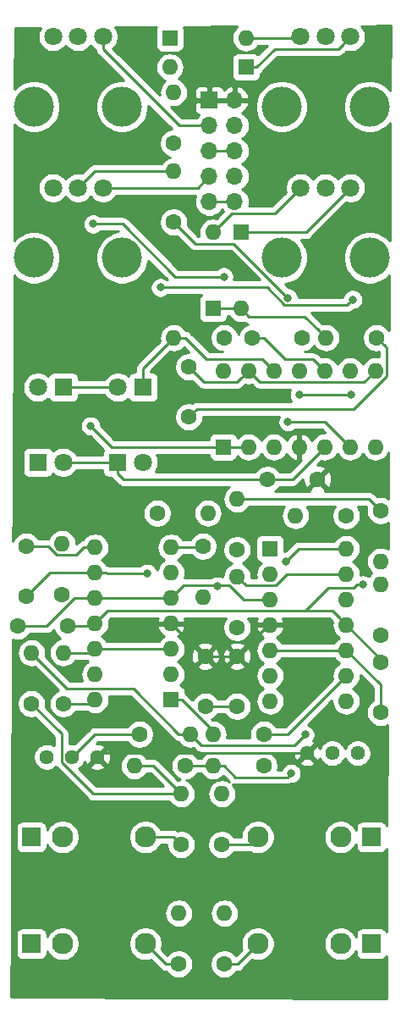
<source format=gbr>
G04 #@! TF.GenerationSoftware,KiCad,Pcbnew,(5.1.0)-1*
G04 #@! TF.CreationDate,2019-04-11T22:51:59-04:00*
G04 #@! TF.ProjectId,lfo,6c666f2e-6b69-4636-9164-5f7063625858,rev?*
G04 #@! TF.SameCoordinates,Original*
G04 #@! TF.FileFunction,Copper,L2,Bot*
G04 #@! TF.FilePolarity,Positive*
%FSLAX46Y46*%
G04 Gerber Fmt 4.6, Leading zero omitted, Abs format (unit mm)*
G04 Created by KiCad (PCBNEW (5.1.0)-1) date 2019-04-11 22:51:59*
%MOMM*%
%LPD*%
G04 APERTURE LIST*
%ADD10O,1.600000X1.600000*%
%ADD11R,1.600000X1.600000*%
%ADD12C,4.000000*%
%ADD13C,1.800000*%
%ADD14C,1.600000*%
%ADD15R,1.800000X1.800000*%
%ADD16C,2.130000*%
%ADD17R,1.830000X1.930000*%
%ADD18C,1.440000*%
%ADD19O,1.700000X1.700000*%
%ADD20R,1.700000X1.700000*%
%ADD21C,0.800000*%
%ADD22C,0.250000*%
%ADD23C,0.254000*%
G04 APERTURE END LIST*
D10*
X225171000Y-73533000D03*
X240411000Y-81153000D03*
X227711000Y-73533000D03*
X237871000Y-81153000D03*
X230251000Y-73533000D03*
X235331000Y-81153000D03*
X232791000Y-73533000D03*
X232791000Y-81153000D03*
X235331000Y-73533000D03*
X230251000Y-81153000D03*
X237871000Y-73533000D03*
X227711000Y-81153000D03*
X240411000Y-73533000D03*
D11*
X225171000Y-81153000D03*
D12*
X231018000Y-62245000D03*
X239818000Y-62245000D03*
D13*
X232918000Y-55245000D03*
X235418000Y-55245000D03*
X237918000Y-55245000D03*
D12*
X206253000Y-62245000D03*
X215053000Y-62245000D03*
D13*
X208153000Y-55245000D03*
X210653000Y-55245000D03*
X213153000Y-55245000D03*
D10*
X220218000Y-70231000D03*
D14*
X225298000Y-70231000D03*
D10*
X235458000Y-70231000D03*
D14*
X240538000Y-70231000D03*
D10*
X232410000Y-88011000D03*
D14*
X237490000Y-88011000D03*
D10*
X220218000Y-53594000D03*
D14*
X220218000Y-58674000D03*
D10*
X224155000Y-59690000D03*
D11*
X224155000Y-67310000D03*
D10*
X226949000Y-67310000D03*
D11*
X226949000Y-59690000D03*
D13*
X214630000Y-75184000D03*
D15*
X217170000Y-75184000D03*
D13*
X217170000Y-82677000D03*
D15*
X214630000Y-82677000D03*
D14*
X221742000Y-78152000D03*
X221742000Y-73152000D03*
X233092000Y-70231000D03*
X228092000Y-70231000D03*
X234616000Y-84391500D03*
X229616000Y-84391500D03*
D10*
X224155000Y-113030000D03*
D14*
X229235000Y-113030000D03*
D10*
X216281000Y-113030000D03*
D14*
X221361000Y-113030000D03*
D10*
X226568000Y-94107000D03*
D14*
X226568000Y-99187000D03*
D10*
X226568000Y-86360000D03*
D14*
X226568000Y-91440000D03*
D16*
X228630000Y-130810000D03*
D17*
X240030000Y-130810000D03*
D16*
X236930000Y-130810000D03*
X217394000Y-120142000D03*
D17*
X205994000Y-120142000D03*
D16*
X209094000Y-120142000D03*
D18*
X238633000Y-111760000D03*
X236093000Y-111760000D03*
X233553000Y-111760000D03*
X207518000Y-112141000D03*
X210058000Y-112141000D03*
X212598000Y-112141000D03*
D10*
X237490000Y-91313000D03*
X229870000Y-106553000D03*
X237490000Y-93853000D03*
X229870000Y-104013000D03*
X237490000Y-96393000D03*
X229870000Y-101473000D03*
X237490000Y-98933000D03*
X229870000Y-98933000D03*
X237490000Y-101473000D03*
X229870000Y-96393000D03*
X237490000Y-104013000D03*
X229870000Y-93853000D03*
X237490000Y-106553000D03*
D11*
X229870000Y-91313000D03*
D10*
X212344000Y-106426000D03*
X219964000Y-91186000D03*
X212344000Y-103886000D03*
X219964000Y-93726000D03*
X212344000Y-101346000D03*
X219964000Y-96266000D03*
X212344000Y-98806000D03*
X219964000Y-98806000D03*
X212344000Y-96266000D03*
X219964000Y-101346000D03*
X212344000Y-93726000D03*
X219964000Y-103886000D03*
X212344000Y-91186000D03*
D11*
X219964000Y-106426000D03*
D12*
X231018000Y-47132000D03*
X239818000Y-47132000D03*
D13*
X232918000Y-40132000D03*
X235418000Y-40132000D03*
X237918000Y-40132000D03*
D12*
X206253000Y-47132000D03*
X215053000Y-47132000D03*
D13*
X208153000Y-40132000D03*
X210653000Y-40132000D03*
X213153000Y-40132000D03*
D10*
X220726000Y-127762000D03*
D14*
X220726000Y-132842000D03*
D10*
X225044000Y-115824000D03*
D14*
X225044000Y-120904000D03*
D10*
X220980000Y-115824000D03*
D14*
X220980000Y-120904000D03*
D10*
X225298000Y-127762000D03*
D14*
X225298000Y-132842000D03*
D10*
X221869000Y-109855000D03*
D14*
X216789000Y-109855000D03*
D10*
X240919000Y-92583000D03*
D14*
X240919000Y-87503000D03*
D10*
X240919000Y-94869000D03*
D14*
X240919000Y-99949000D03*
D10*
X224155000Y-109855000D03*
D14*
X229235000Y-109855000D03*
D10*
X223647000Y-87757000D03*
D14*
X218567000Y-87757000D03*
D10*
X209169000Y-101727000D03*
D14*
X209169000Y-106807000D03*
D10*
X205994000Y-101727000D03*
D14*
X205994000Y-106807000D03*
D10*
X220218000Y-45720000D03*
D14*
X220218000Y-50800000D03*
D10*
X223139000Y-96139000D03*
D14*
X223139000Y-91059000D03*
D10*
X209042000Y-90805000D03*
D14*
X209042000Y-95885000D03*
D19*
X226314000Y-56642000D03*
X223774000Y-56642000D03*
X226314000Y-54102000D03*
X223774000Y-54102000D03*
X226314000Y-51562000D03*
X223774000Y-51562000D03*
X226314000Y-49022000D03*
X223774000Y-49022000D03*
X226314000Y-46482000D03*
D20*
X223774000Y-46482000D03*
D16*
X217394000Y-130810000D03*
D17*
X205994000Y-130810000D03*
D16*
X209094000Y-130810000D03*
X228630000Y-120142000D03*
D17*
X240030000Y-120142000D03*
D16*
X236930000Y-120142000D03*
D10*
X227457000Y-40259000D03*
D11*
X219837000Y-40259000D03*
D10*
X219837000Y-43180000D03*
D11*
X227457000Y-43180000D03*
D13*
X209169000Y-82677000D03*
D15*
X206629000Y-82677000D03*
D13*
X206629000Y-75184000D03*
D15*
X209169000Y-75184000D03*
D14*
X240919000Y-102696000D03*
X240919000Y-107696000D03*
X226568000Y-102061000D03*
X226568000Y-107061000D03*
X209597000Y-99060000D03*
X204597000Y-99060000D03*
X223393000Y-102061000D03*
X223393000Y-107061000D03*
X205486000Y-96059000D03*
X205486000Y-91059000D03*
D21*
X217551000Y-93789500D03*
X233489500Y-98996500D03*
X224599500Y-95059500D03*
X232791000Y-75946000D03*
X237998000Y-75946000D03*
X239141000Y-94932500D03*
X238125000Y-66421000D03*
X218884500Y-65214500D03*
X225234500Y-64135000D03*
X212153500Y-58864500D03*
X233362500Y-109918500D03*
X231457500Y-92583000D03*
X231965500Y-113792000D03*
X231665999Y-78658501D03*
X231665999Y-66248499D03*
X211899500Y-79057500D03*
D22*
X207819000Y-93726000D02*
X212344000Y-93726000D01*
X205486000Y-96059000D02*
X207819000Y-93726000D01*
X213475370Y-93726000D02*
X213538870Y-93789500D01*
X212344000Y-93726000D02*
X213475370Y-93726000D01*
X213538870Y-93789500D02*
X217551000Y-93789500D01*
X217551000Y-93789500D02*
X217551000Y-93789500D01*
X224524370Y-102061000D02*
X226568000Y-102061000D01*
X223393000Y-102061000D02*
X224524370Y-102061000D01*
X229696000Y-98933000D02*
X229870000Y-98933000D01*
X226568000Y-102061000D02*
X229696000Y-98933000D01*
X223219000Y-102061000D02*
X223393000Y-102061000D01*
X219964000Y-98806000D02*
X223219000Y-102061000D01*
X212979000Y-111760000D02*
X212598000Y-112141000D01*
X233553000Y-111760000D02*
X212979000Y-111760000D01*
X233426000Y-98933000D02*
X233489500Y-98996500D01*
X229870000Y-98933000D02*
X233426000Y-98933000D01*
X223774000Y-46482000D02*
X226314000Y-46482000D01*
X234531001Y-72733001D02*
X235331000Y-73533000D01*
X234205999Y-72407999D02*
X234531001Y-72733001D01*
X231400369Y-72407999D02*
X234205999Y-72407999D01*
X229223370Y-70231000D02*
X231400369Y-72407999D01*
X228092000Y-70231000D02*
X229223370Y-70231000D01*
X211212630Y-96266000D02*
X212344000Y-96266000D01*
X210326002Y-96266000D02*
X211212630Y-96266000D01*
X207532002Y-99060000D02*
X210326002Y-96266000D01*
X204597000Y-99060000D02*
X207532002Y-99060000D01*
X213475370Y-96266000D02*
X219964000Y-96266000D01*
X212344000Y-96266000D02*
X213475370Y-96266000D01*
X229870000Y-101473000D02*
X237490000Y-101473000D01*
X240919000Y-104902000D02*
X240919000Y-107696000D01*
X237490000Y-101473000D02*
X240919000Y-104902000D01*
X224524370Y-107061000D02*
X226568000Y-107061000D01*
X223393000Y-107061000D02*
X224524370Y-107061000D01*
X228738630Y-96393000D02*
X229870000Y-96393000D01*
X227188998Y-96393000D02*
X228738630Y-96393000D01*
X225809997Y-95013999D02*
X227188998Y-96393000D01*
X221216001Y-95013999D02*
X225809997Y-95013999D01*
X219964000Y-96266000D02*
X221216001Y-95013999D01*
X232092500Y-84391500D02*
X229616000Y-84391500D01*
X235331000Y-81153000D02*
X232092500Y-84391500D01*
X209169000Y-82677000D02*
X214630000Y-82677000D01*
X210319000Y-75184000D02*
X214630000Y-75184000D01*
X209169000Y-75184000D02*
X210319000Y-75184000D01*
X224976081Y-51562000D02*
X226314000Y-51562000D01*
X223774000Y-51562000D02*
X224976081Y-51562000D01*
X222631000Y-55245000D02*
X223774000Y-54102000D01*
X213153000Y-55245000D02*
X222631000Y-55245000D01*
X222571919Y-49022000D02*
X223774000Y-49022000D01*
X220770208Y-49022000D02*
X222571919Y-49022000D01*
X213153000Y-41404792D02*
X220770208Y-49022000D01*
X213153000Y-40132000D02*
X213153000Y-41404792D01*
X228484630Y-84391500D02*
X229616000Y-84391500D01*
X215194500Y-84391500D02*
X228484630Y-84391500D01*
X214630000Y-83827000D02*
X215194500Y-84391500D01*
X214630000Y-82677000D02*
X214630000Y-83827000D01*
X240919000Y-102362000D02*
X240919000Y-102696000D01*
X237490000Y-98933000D02*
X240919000Y-102362000D01*
X212090000Y-99060000D02*
X212344000Y-98806000D01*
X209597000Y-99060000D02*
X212090000Y-99060000D01*
X236690001Y-98133001D02*
X237490000Y-98933000D01*
X236075001Y-97518001D02*
X236690001Y-98133001D01*
X212344000Y-98806000D02*
X213631999Y-97518001D01*
X232791000Y-75946000D02*
X237998000Y-75946000D01*
X237998000Y-75946000D02*
X237998000Y-75946000D01*
X235694001Y-95267999D02*
X233443999Y-97518001D01*
X238239816Y-95267999D02*
X235694001Y-95267999D01*
X238575315Y-94932500D02*
X238239816Y-95267999D01*
X239141000Y-94932500D02*
X238575315Y-94932500D01*
X213631999Y-97518001D02*
X233443999Y-97518001D01*
X233443999Y-97518001D02*
X236075001Y-97518001D01*
X224976081Y-56642000D02*
X226314000Y-56642000D01*
X223774000Y-56642000D02*
X224976081Y-56642000D01*
X211963000Y-101727000D02*
X212344000Y-101346000D01*
X209169000Y-101727000D02*
X211963000Y-101727000D01*
X213475370Y-101346000D02*
X219964000Y-101346000D01*
X212344000Y-101346000D02*
X213475370Y-101346000D01*
X237018001Y-41031999D02*
X237918000Y-40132000D01*
X236692999Y-41357001D02*
X237018001Y-41031999D01*
X230329999Y-41357001D02*
X236692999Y-41357001D01*
X228507000Y-43180000D02*
X230329999Y-41357001D01*
X227457000Y-43180000D02*
X228507000Y-43180000D01*
X232791000Y-40259000D02*
X232918000Y-40132000D01*
X227457000Y-40259000D02*
X232791000Y-40259000D01*
X223012000Y-91186000D02*
X223139000Y-91059000D01*
X219964000Y-91186000D02*
X223012000Y-91186000D01*
X237725001Y-66820999D02*
X238125000Y-66421000D01*
X237572500Y-66973500D02*
X237725001Y-66820999D01*
X231317998Y-66973500D02*
X237572500Y-66973500D01*
X229558998Y-65214500D02*
X231317998Y-66973500D01*
X218884500Y-65214500D02*
X229558998Y-65214500D01*
X211963000Y-106807000D02*
X212344000Y-106426000D01*
X209169000Y-106807000D02*
X211963000Y-106807000D01*
X220384002Y-64135000D02*
X215113502Y-58864500D01*
X225234500Y-64135000D02*
X220384002Y-64135000D01*
X215113502Y-58864500D02*
X212153500Y-58864500D01*
X212153500Y-58864500D02*
X212153500Y-58864500D01*
X226911001Y-74332999D02*
X227711000Y-73533000D01*
X226585999Y-74658001D02*
X226911001Y-74332999D01*
X223248001Y-74658001D02*
X226585999Y-74658001D01*
X221742000Y-73152000D02*
X223248001Y-74658001D01*
X228510999Y-74332999D02*
X227711000Y-73533000D01*
X228836001Y-74658001D02*
X228510999Y-74332999D01*
X239285999Y-74658001D02*
X228836001Y-74658001D01*
X240411000Y-73533000D02*
X239285999Y-74658001D01*
X227868000Y-120904000D02*
X228630000Y-120142000D01*
X225044000Y-120904000D02*
X227868000Y-120904000D01*
X219426000Y-132842000D02*
X220726000Y-132842000D01*
X217394000Y-130810000D02*
X219426000Y-132842000D01*
X220737630Y-109855000D02*
X221869000Y-109855000D01*
X216183629Y-105300999D02*
X220737630Y-109855000D01*
X209567999Y-105300999D02*
X216183629Y-105300999D01*
X205994000Y-101727000D02*
X209567999Y-105300999D01*
X222668999Y-110654999D02*
X221869000Y-109855000D01*
X222994001Y-110980001D02*
X222668999Y-110654999D01*
X232300999Y-110980001D02*
X222994001Y-110980001D01*
X233362500Y-109918500D02*
X232300999Y-110980001D01*
X219848630Y-115824000D02*
X220980000Y-115824000D01*
X212194398Y-115824000D02*
X219848630Y-115824000D01*
X209012999Y-112642601D02*
X212194398Y-115824000D01*
X209012999Y-109825999D02*
X209012999Y-112642601D01*
X205994000Y-106807000D02*
X209012999Y-109825999D01*
X218186000Y-113030000D02*
X220980000Y-115824000D01*
X216281000Y-113030000D02*
X218186000Y-113030000D01*
X224155000Y-109567000D02*
X224155000Y-109855000D01*
X221014000Y-106426000D02*
X224155000Y-109567000D01*
X219964000Y-106426000D02*
X221014000Y-106426000D01*
X231648000Y-109855000D02*
X229235000Y-109855000D01*
X237490000Y-104013000D02*
X231648000Y-109855000D01*
X239776000Y-86360000D02*
X226568000Y-86360000D01*
X240919000Y-87503000D02*
X239776000Y-86360000D01*
X212344000Y-109855000D02*
X210058000Y-112141000D01*
X216789000Y-109855000D02*
X212344000Y-109855000D01*
X220218000Y-120142000D02*
X220980000Y-120904000D01*
X217394000Y-120142000D02*
X220218000Y-120142000D01*
X226598000Y-132842000D02*
X228630000Y-130810000D01*
X225298000Y-132842000D02*
X226598000Y-132842000D01*
X232727500Y-91313000D02*
X237490000Y-91313000D01*
X231457500Y-92583000D02*
X232727500Y-91313000D01*
X227367999Y-94906999D02*
X226568000Y-94107000D01*
X227439001Y-94978001D02*
X227367999Y-94906999D01*
X230410001Y-94978001D02*
X227439001Y-94978001D01*
X231535002Y-93853000D02*
X230410001Y-94978001D01*
X237490000Y-93853000D02*
X231535002Y-93853000D01*
X222492370Y-113030000D02*
X224155000Y-113030000D01*
X221361000Y-113030000D02*
X222492370Y-113030000D01*
X226411371Y-114155001D02*
X231602499Y-114155001D01*
X224155000Y-113030000D02*
X225286370Y-113030000D01*
X225286370Y-113030000D02*
X226411371Y-114155001D01*
X231602499Y-114155001D02*
X231965500Y-113792000D01*
X231965500Y-113792000D02*
X231965500Y-113792000D01*
X211212630Y-91186000D02*
X212344000Y-91186000D01*
X210468629Y-91930001D02*
X211212630Y-91186000D01*
X208501999Y-91930001D02*
X210468629Y-91930001D01*
X207630998Y-91059000D02*
X208501999Y-91930001D01*
X205486000Y-91059000D02*
X207630998Y-91059000D01*
X241337999Y-71030999D02*
X240538000Y-70231000D01*
X241536001Y-71229001D02*
X241337999Y-71030999D01*
X241536001Y-74073001D02*
X241536001Y-71229001D01*
X238257001Y-77352001D02*
X241536001Y-74073001D01*
X222541999Y-77352001D02*
X238257001Y-77352001D01*
X221742000Y-78152000D02*
X222541999Y-77352001D01*
X229451001Y-72733001D02*
X230251000Y-73533000D01*
X229125999Y-72407999D02*
X229451001Y-72733001D01*
X223526369Y-72407999D02*
X229125999Y-72407999D01*
X221349370Y-70231000D02*
X223526369Y-72407999D01*
X220218000Y-70231000D02*
X221349370Y-70231000D01*
X217170000Y-73279000D02*
X220218000Y-70231000D01*
X217170000Y-75184000D02*
X217170000Y-73279000D01*
X234658001Y-69431001D02*
X235458000Y-70231000D01*
X233336999Y-68109999D02*
X234658001Y-69431001D01*
X227748999Y-68109999D02*
X233336999Y-68109999D01*
X226949000Y-67310000D02*
X227748999Y-68109999D01*
X225205000Y-67310000D02*
X226949000Y-67310000D01*
X224155000Y-67310000D02*
X225205000Y-67310000D01*
X233473000Y-59690000D02*
X237918000Y-55245000D01*
X226949000Y-59690000D02*
X233473000Y-59690000D01*
X224954999Y-58890001D02*
X224155000Y-59690000D01*
X226027999Y-57817001D02*
X224954999Y-58890001D01*
X230345999Y-57817001D02*
X226027999Y-57817001D01*
X232918000Y-55245000D02*
X230345999Y-57817001D01*
X212304000Y-53594000D02*
X220218000Y-53594000D01*
X210653000Y-55245000D02*
X212304000Y-53594000D01*
X235376501Y-78658501D02*
X237871000Y-81153000D01*
X231665999Y-78658501D02*
X235376501Y-78658501D01*
X221017999Y-59473999D02*
X220218000Y-58674000D01*
X222359001Y-60815001D02*
X221017999Y-59473999D01*
X226232501Y-60815001D02*
X222359001Y-60815001D01*
X231665999Y-66248499D02*
X226232501Y-60815001D01*
X226221000Y-81153000D02*
X227711000Y-81153000D01*
X225171000Y-81153000D02*
X226221000Y-81153000D01*
X213995000Y-81153000D02*
X225171000Y-81153000D01*
X211899500Y-79057500D02*
X213995000Y-81153000D01*
D23*
G36*
X208217147Y-99478574D02*
G01*
X208325320Y-99739727D01*
X208482363Y-99974759D01*
X208682241Y-100174637D01*
X208888800Y-100312655D01*
X208887691Y-100312764D01*
X208617192Y-100394818D01*
X208367899Y-100528068D01*
X208149392Y-100707392D01*
X207970068Y-100925899D01*
X207836818Y-101175192D01*
X207754764Y-101445691D01*
X207727057Y-101727000D01*
X207754764Y-102008309D01*
X207836818Y-102278808D01*
X207970068Y-102528101D01*
X208149392Y-102746608D01*
X208367899Y-102925932D01*
X208617192Y-103059182D01*
X208887691Y-103141236D01*
X209098508Y-103162000D01*
X209239492Y-103162000D01*
X209450309Y-103141236D01*
X209720808Y-103059182D01*
X209970101Y-102925932D01*
X210188608Y-102746608D01*
X210367932Y-102528101D01*
X210389901Y-102487000D01*
X211472309Y-102487000D01*
X211542899Y-102544932D01*
X211675858Y-102616000D01*
X211542899Y-102687068D01*
X211324392Y-102866392D01*
X211145068Y-103084899D01*
X211011818Y-103334192D01*
X210929764Y-103604691D01*
X210902057Y-103886000D01*
X210929764Y-104167309D01*
X211011818Y-104437808D01*
X211066975Y-104540999D01*
X209882801Y-104540999D01*
X207394708Y-102052906D01*
X207408236Y-102008309D01*
X207435943Y-101727000D01*
X207408236Y-101445691D01*
X207326182Y-101175192D01*
X207192932Y-100925899D01*
X207013608Y-100707392D01*
X206795101Y-100528068D01*
X206545808Y-100394818D01*
X206275309Y-100312764D01*
X206064492Y-100292000D01*
X205923508Y-100292000D01*
X205712691Y-100312764D01*
X205442192Y-100394818D01*
X205192899Y-100528068D01*
X204974392Y-100707392D01*
X204795068Y-100925899D01*
X204661818Y-101175192D01*
X204579764Y-101445691D01*
X204552057Y-101727000D01*
X204579764Y-102008309D01*
X204661818Y-102278808D01*
X204795068Y-102528101D01*
X204974392Y-102746608D01*
X205192899Y-102925932D01*
X205442192Y-103059182D01*
X205712691Y-103141236D01*
X205923508Y-103162000D01*
X206064492Y-103162000D01*
X206275309Y-103141236D01*
X206319906Y-103127708D01*
X208657738Y-105465540D01*
X208489273Y-105535320D01*
X208254241Y-105692363D01*
X208054363Y-105892241D01*
X207897320Y-106127273D01*
X207789147Y-106388426D01*
X207734000Y-106665665D01*
X207734000Y-106948335D01*
X207789147Y-107225574D01*
X207897320Y-107486727D01*
X208054363Y-107721759D01*
X208254241Y-107921637D01*
X208489273Y-108078680D01*
X208750426Y-108186853D01*
X209027665Y-108242000D01*
X209310335Y-108242000D01*
X209587574Y-108186853D01*
X209848727Y-108078680D01*
X210083759Y-107921637D01*
X210283637Y-107721759D01*
X210387043Y-107567000D01*
X211472309Y-107567000D01*
X211542899Y-107624932D01*
X211792192Y-107758182D01*
X212062691Y-107840236D01*
X212273508Y-107861000D01*
X212414492Y-107861000D01*
X212625309Y-107840236D01*
X212895808Y-107758182D01*
X213145101Y-107624932D01*
X213363608Y-107445608D01*
X213542932Y-107227101D01*
X213676182Y-106977808D01*
X213758236Y-106707309D01*
X213785943Y-106426000D01*
X213758236Y-106144691D01*
X213732849Y-106060999D01*
X215868828Y-106060999D01*
X220173830Y-110366002D01*
X220197629Y-110395001D01*
X220226627Y-110418799D01*
X220313353Y-110489974D01*
X220436364Y-110555725D01*
X220445383Y-110560546D01*
X220588644Y-110604003D01*
X220645198Y-110609573D01*
X220670068Y-110656101D01*
X220849392Y-110874608D01*
X221067899Y-111053932D01*
X221317192Y-111187182D01*
X221587691Y-111269236D01*
X221798508Y-111290000D01*
X221939492Y-111290000D01*
X222150309Y-111269236D01*
X222194907Y-111255708D01*
X222430197Y-111490998D01*
X222454000Y-111520002D01*
X222569725Y-111614975D01*
X222701754Y-111685547D01*
X222845015Y-111729004D01*
X222956668Y-111740001D01*
X222956677Y-111740001D01*
X222994000Y-111743677D01*
X223031323Y-111740001D01*
X223524273Y-111740001D01*
X223353899Y-111831068D01*
X223135392Y-112010392D01*
X222956068Y-112228899D01*
X222934099Y-112270000D01*
X222579043Y-112270000D01*
X222475637Y-112115241D01*
X222275759Y-111915363D01*
X222040727Y-111758320D01*
X221779574Y-111650147D01*
X221502335Y-111595000D01*
X221219665Y-111595000D01*
X220942426Y-111650147D01*
X220681273Y-111758320D01*
X220446241Y-111915363D01*
X220246363Y-112115241D01*
X220089320Y-112350273D01*
X219981147Y-112611426D01*
X219926000Y-112888665D01*
X219926000Y-113171335D01*
X219981147Y-113448574D01*
X220089320Y-113709727D01*
X220246363Y-113944759D01*
X220446241Y-114144637D01*
X220681273Y-114301680D01*
X220895430Y-114390387D01*
X220698691Y-114409764D01*
X220654094Y-114423292D01*
X218749804Y-112519003D01*
X218726001Y-112489999D01*
X218610276Y-112395026D01*
X218478247Y-112324454D01*
X218334986Y-112280997D01*
X218223333Y-112270000D01*
X218223322Y-112270000D01*
X218186000Y-112266324D01*
X218148678Y-112270000D01*
X217501901Y-112270000D01*
X217479932Y-112228899D01*
X217300608Y-112010392D01*
X217082101Y-111831068D01*
X216832808Y-111697818D01*
X216562309Y-111615764D01*
X216351492Y-111595000D01*
X216210508Y-111595000D01*
X215999691Y-111615764D01*
X215729192Y-111697818D01*
X215479899Y-111831068D01*
X215261392Y-112010392D01*
X215082068Y-112228899D01*
X214948818Y-112478192D01*
X214866764Y-112748691D01*
X214839057Y-113030000D01*
X214866764Y-113311309D01*
X214948818Y-113581808D01*
X215082068Y-113831101D01*
X215261392Y-114049608D01*
X215479899Y-114228932D01*
X215729192Y-114362182D01*
X215999691Y-114444236D01*
X216210508Y-114465000D01*
X216351492Y-114465000D01*
X216562309Y-114444236D01*
X216832808Y-114362182D01*
X217082101Y-114228932D01*
X217300608Y-114049608D01*
X217479932Y-113831101D01*
X217501901Y-113790000D01*
X217871199Y-113790000D01*
X219145198Y-115064000D01*
X212509200Y-115064000D01*
X210752076Y-113306877D01*
X210921762Y-113193497D01*
X211038699Y-113076560D01*
X211842045Y-113076560D01*
X211903932Y-113312368D01*
X212145790Y-113425266D01*
X212405027Y-113488811D01*
X212671680Y-113500561D01*
X212935501Y-113460063D01*
X213186353Y-113368875D01*
X213292068Y-113312368D01*
X213353955Y-113076560D01*
X212598000Y-112320605D01*
X211842045Y-113076560D01*
X211038699Y-113076560D01*
X211110497Y-113004762D01*
X211258785Y-112782833D01*
X211328438Y-112614676D01*
X211370125Y-112729353D01*
X211426632Y-112835068D01*
X211662440Y-112896955D01*
X212418395Y-112141000D01*
X212777605Y-112141000D01*
X213533560Y-112896955D01*
X213769368Y-112835068D01*
X213882266Y-112593210D01*
X213945811Y-112333973D01*
X213957561Y-112067320D01*
X213917063Y-111803499D01*
X213825875Y-111552647D01*
X213769368Y-111446932D01*
X213533560Y-111385045D01*
X212777605Y-112141000D01*
X212418395Y-112141000D01*
X212404253Y-112126858D01*
X212583858Y-111947253D01*
X212598000Y-111961395D01*
X213353955Y-111205440D01*
X213292068Y-110969632D01*
X213050210Y-110856734D01*
X212790973Y-110793189D01*
X212524320Y-110781439D01*
X212486568Y-110787234D01*
X212658802Y-110615000D01*
X215570957Y-110615000D01*
X215674363Y-110769759D01*
X215874241Y-110969637D01*
X216109273Y-111126680D01*
X216370426Y-111234853D01*
X216647665Y-111290000D01*
X216930335Y-111290000D01*
X217207574Y-111234853D01*
X217468727Y-111126680D01*
X217703759Y-110969637D01*
X217903637Y-110769759D01*
X218060680Y-110534727D01*
X218168853Y-110273574D01*
X218224000Y-109996335D01*
X218224000Y-109713665D01*
X218168853Y-109436426D01*
X218060680Y-109175273D01*
X217903637Y-108940241D01*
X217703759Y-108740363D01*
X217468727Y-108583320D01*
X217207574Y-108475147D01*
X216930335Y-108420000D01*
X216647665Y-108420000D01*
X216370426Y-108475147D01*
X216109273Y-108583320D01*
X215874241Y-108740363D01*
X215674363Y-108940241D01*
X215570957Y-109095000D01*
X212381322Y-109095000D01*
X212343999Y-109091324D01*
X212306676Y-109095000D01*
X212306667Y-109095000D01*
X212195014Y-109105997D01*
X212051753Y-109149454D01*
X211919724Y-109220026D01*
X211803999Y-109314999D01*
X211780201Y-109343997D01*
X210313852Y-110810346D01*
X210191456Y-110786000D01*
X209924544Y-110786000D01*
X209772999Y-110816144D01*
X209772999Y-109863321D01*
X209776675Y-109825998D01*
X209772999Y-109788675D01*
X209772999Y-109788666D01*
X209762002Y-109677013D01*
X209718545Y-109533752D01*
X209647973Y-109401723D01*
X209553000Y-109285998D01*
X209524003Y-109262201D01*
X207392688Y-107130886D01*
X207429000Y-106948335D01*
X207429000Y-106665665D01*
X207373853Y-106388426D01*
X207265680Y-106127273D01*
X207108637Y-105892241D01*
X206908759Y-105692363D01*
X206673727Y-105535320D01*
X206412574Y-105427147D01*
X206135335Y-105372000D01*
X205852665Y-105372000D01*
X205575426Y-105427147D01*
X205314273Y-105535320D01*
X205079241Y-105692363D01*
X204879363Y-105892241D01*
X204722320Y-106127273D01*
X204614147Y-106388426D01*
X204559000Y-106665665D01*
X204559000Y-106948335D01*
X204614147Y-107225574D01*
X204722320Y-107486727D01*
X204879363Y-107721759D01*
X205079241Y-107921637D01*
X205314273Y-108078680D01*
X205575426Y-108186853D01*
X205852665Y-108242000D01*
X206135335Y-108242000D01*
X206317886Y-108205688D01*
X208252999Y-110140801D01*
X208252999Y-111002467D01*
X208159833Y-110940215D01*
X207913239Y-110838072D01*
X207651456Y-110786000D01*
X207384544Y-110786000D01*
X207122761Y-110838072D01*
X206876167Y-110940215D01*
X206654238Y-111088503D01*
X206465503Y-111277238D01*
X206317215Y-111499167D01*
X206215072Y-111745761D01*
X206163000Y-112007544D01*
X206163000Y-112274456D01*
X206215072Y-112536239D01*
X206317215Y-112782833D01*
X206465503Y-113004762D01*
X206654238Y-113193497D01*
X206876167Y-113341785D01*
X207122761Y-113443928D01*
X207384544Y-113496000D01*
X207651456Y-113496000D01*
X207913239Y-113443928D01*
X208159833Y-113341785D01*
X208381762Y-113193497D01*
X208436784Y-113138475D01*
X208449200Y-113153603D01*
X208472999Y-113182602D01*
X208501997Y-113206400D01*
X211630599Y-116335003D01*
X211654397Y-116364001D01*
X211683395Y-116387799D01*
X211770122Y-116458974D01*
X211902151Y-116529546D01*
X212045412Y-116573003D01*
X212194398Y-116587677D01*
X212231731Y-116584000D01*
X219759099Y-116584000D01*
X219781068Y-116625101D01*
X219960392Y-116843608D01*
X220178899Y-117022932D01*
X220428192Y-117156182D01*
X220698691Y-117238236D01*
X220909508Y-117259000D01*
X221050492Y-117259000D01*
X221261309Y-117238236D01*
X221531808Y-117156182D01*
X221781101Y-117022932D01*
X221999608Y-116843608D01*
X222178932Y-116625101D01*
X222312182Y-116375808D01*
X222394236Y-116105309D01*
X222421943Y-115824000D01*
X222394236Y-115542691D01*
X222312182Y-115272192D01*
X222178932Y-115022899D01*
X221999608Y-114804392D01*
X221781101Y-114625068D01*
X221531808Y-114491818D01*
X221443400Y-114465000D01*
X221502335Y-114465000D01*
X221779574Y-114409853D01*
X222040727Y-114301680D01*
X222275759Y-114144637D01*
X222475637Y-113944759D01*
X222579043Y-113790000D01*
X222934099Y-113790000D01*
X222956068Y-113831101D01*
X223135392Y-114049608D01*
X223353899Y-114228932D01*
X223603192Y-114362182D01*
X223873691Y-114444236D01*
X224084508Y-114465000D01*
X224225492Y-114465000D01*
X224436309Y-114444236D01*
X224706808Y-114362182D01*
X224956101Y-114228932D01*
X225174608Y-114049608D01*
X225200107Y-114018538D01*
X225762468Y-114580899D01*
X225595808Y-114491818D01*
X225325309Y-114409764D01*
X225114492Y-114389000D01*
X224973508Y-114389000D01*
X224762691Y-114409764D01*
X224492192Y-114491818D01*
X224242899Y-114625068D01*
X224024392Y-114804392D01*
X223845068Y-115022899D01*
X223711818Y-115272192D01*
X223629764Y-115542691D01*
X223602057Y-115824000D01*
X223629764Y-116105309D01*
X223711818Y-116375808D01*
X223845068Y-116625101D01*
X224024392Y-116843608D01*
X224242899Y-117022932D01*
X224492192Y-117156182D01*
X224762691Y-117238236D01*
X224973508Y-117259000D01*
X225114492Y-117259000D01*
X225325309Y-117238236D01*
X225595808Y-117156182D01*
X225845101Y-117022932D01*
X226063608Y-116843608D01*
X226242932Y-116625101D01*
X226376182Y-116375808D01*
X226458236Y-116105309D01*
X226485943Y-115824000D01*
X226458236Y-115542691D01*
X226376182Y-115272192D01*
X226242932Y-115022899D01*
X226102323Y-114851567D01*
X226119124Y-114860547D01*
X226262385Y-114904004D01*
X226374038Y-114915001D01*
X226374046Y-114915001D01*
X226411371Y-114918677D01*
X226448696Y-114915001D01*
X231565177Y-114915001D01*
X231602499Y-114918677D01*
X231639821Y-114915001D01*
X231639832Y-114915001D01*
X231751485Y-114904004D01*
X231894746Y-114860547D01*
X231957507Y-114827000D01*
X232067439Y-114827000D01*
X232267398Y-114787226D01*
X232455756Y-114709205D01*
X232625274Y-114595937D01*
X232769437Y-114451774D01*
X232882705Y-114282256D01*
X232960726Y-114093898D01*
X233000500Y-113893939D01*
X233000500Y-113690061D01*
X232960726Y-113490102D01*
X232882705Y-113301744D01*
X232769437Y-113132226D01*
X232625274Y-112988063D01*
X232455756Y-112874795D01*
X232267398Y-112796774D01*
X232067439Y-112757000D01*
X231863561Y-112757000D01*
X231663602Y-112796774D01*
X231475244Y-112874795D01*
X231305726Y-112988063D01*
X231161563Y-113132226D01*
X231048295Y-113301744D01*
X231009666Y-113395001D01*
X230625509Y-113395001D01*
X230670000Y-113171335D01*
X230670000Y-112888665D01*
X230631589Y-112695560D01*
X232797045Y-112695560D01*
X232858932Y-112931368D01*
X233100790Y-113044266D01*
X233360027Y-113107811D01*
X233626680Y-113119561D01*
X233890501Y-113079063D01*
X234141353Y-112987875D01*
X234247068Y-112931368D01*
X234308955Y-112695560D01*
X233553000Y-111939605D01*
X232797045Y-112695560D01*
X230631589Y-112695560D01*
X230614853Y-112611426D01*
X230506680Y-112350273D01*
X230349637Y-112115241D01*
X230149759Y-111915363D01*
X229914727Y-111758320D01*
X229870501Y-111740001D01*
X232197567Y-111740001D01*
X232193439Y-111833680D01*
X232233937Y-112097501D01*
X232325125Y-112348353D01*
X232381632Y-112454068D01*
X232617440Y-112515955D01*
X233373395Y-111760000D01*
X233732605Y-111760000D01*
X234488560Y-112515955D01*
X234724368Y-112454068D01*
X234824764Y-112238993D01*
X234892215Y-112401833D01*
X235040503Y-112623762D01*
X235229238Y-112812497D01*
X235451167Y-112960785D01*
X235697761Y-113062928D01*
X235959544Y-113115000D01*
X236226456Y-113115000D01*
X236488239Y-113062928D01*
X236734833Y-112960785D01*
X236956762Y-112812497D01*
X237145497Y-112623762D01*
X237293785Y-112401833D01*
X237363000Y-112234734D01*
X237432215Y-112401833D01*
X237580503Y-112623762D01*
X237769238Y-112812497D01*
X237991167Y-112960785D01*
X238237761Y-113062928D01*
X238499544Y-113115000D01*
X238766456Y-113115000D01*
X239028239Y-113062928D01*
X239274833Y-112960785D01*
X239496762Y-112812497D01*
X239685497Y-112623762D01*
X239833785Y-112401833D01*
X239935928Y-112155239D01*
X239988000Y-111893456D01*
X239988000Y-111626544D01*
X239935928Y-111364761D01*
X239833785Y-111118167D01*
X239685497Y-110896238D01*
X239496762Y-110707503D01*
X239274833Y-110559215D01*
X239028239Y-110457072D01*
X238766456Y-110405000D01*
X238499544Y-110405000D01*
X238237761Y-110457072D01*
X237991167Y-110559215D01*
X237769238Y-110707503D01*
X237580503Y-110896238D01*
X237432215Y-111118167D01*
X237363000Y-111285266D01*
X237293785Y-111118167D01*
X237145497Y-110896238D01*
X236956762Y-110707503D01*
X236734833Y-110559215D01*
X236488239Y-110457072D01*
X236226456Y-110405000D01*
X235959544Y-110405000D01*
X235697761Y-110457072D01*
X235451167Y-110559215D01*
X235229238Y-110707503D01*
X235040503Y-110896238D01*
X234892215Y-111118167D01*
X234822562Y-111286324D01*
X234780875Y-111171647D01*
X234724368Y-111065932D01*
X234488560Y-111004045D01*
X233732605Y-111760000D01*
X233373395Y-111760000D01*
X233359253Y-111745858D01*
X233538858Y-111566253D01*
X233553000Y-111580395D01*
X234308955Y-110824440D01*
X234247068Y-110588632D01*
X234180331Y-110557480D01*
X234279705Y-110408756D01*
X234357726Y-110220398D01*
X234397500Y-110020439D01*
X234397500Y-109816561D01*
X234357726Y-109616602D01*
X234279705Y-109428244D01*
X234166437Y-109258726D01*
X234022274Y-109114563D01*
X233852756Y-109001295D01*
X233664398Y-108923274D01*
X233656165Y-108921636D01*
X236050598Y-106527204D01*
X236048057Y-106553000D01*
X236075764Y-106834309D01*
X236157818Y-107104808D01*
X236291068Y-107354101D01*
X236470392Y-107572608D01*
X236688899Y-107751932D01*
X236938192Y-107885182D01*
X237208691Y-107967236D01*
X237419508Y-107988000D01*
X237560492Y-107988000D01*
X237771309Y-107967236D01*
X238041808Y-107885182D01*
X238291101Y-107751932D01*
X238509608Y-107572608D01*
X238688932Y-107354101D01*
X238822182Y-107104808D01*
X238904236Y-106834309D01*
X238931943Y-106553000D01*
X238904236Y-106271691D01*
X238822182Y-106001192D01*
X238688932Y-105751899D01*
X238509608Y-105533392D01*
X238291101Y-105354068D01*
X238158142Y-105283000D01*
X238291101Y-105211932D01*
X238509608Y-105032608D01*
X238688932Y-104814101D01*
X238822182Y-104564808D01*
X238904236Y-104294309D01*
X238931943Y-104013000D01*
X238929402Y-103987204D01*
X240159000Y-105216802D01*
X240159001Y-106477956D01*
X240004241Y-106581363D01*
X239804363Y-106781241D01*
X239647320Y-107016273D01*
X239539147Y-107277426D01*
X239484000Y-107554665D01*
X239484000Y-107837335D01*
X239539147Y-108114574D01*
X239647320Y-108375727D01*
X239804363Y-108610759D01*
X240004241Y-108810637D01*
X240239273Y-108967680D01*
X240500426Y-109075853D01*
X240777665Y-109131000D01*
X241060335Y-109131000D01*
X241337574Y-109075853D01*
X241598727Y-108967680D01*
X241615639Y-108956380D01*
X241569616Y-119048575D01*
X241534502Y-118932820D01*
X241475537Y-118822506D01*
X241396185Y-118725815D01*
X241299494Y-118646463D01*
X241189180Y-118587498D01*
X241069482Y-118551188D01*
X240945000Y-118538928D01*
X239115000Y-118538928D01*
X238990518Y-118551188D01*
X238870820Y-118587498D01*
X238760506Y-118646463D01*
X238663815Y-118725815D01*
X238584463Y-118822506D01*
X238525498Y-118932820D01*
X238489188Y-119052518D01*
X238476928Y-119177000D01*
X238476928Y-119434299D01*
X238436521Y-119336748D01*
X238250477Y-119058313D01*
X238013687Y-118821523D01*
X237735252Y-118635479D01*
X237425872Y-118507330D01*
X237097435Y-118442000D01*
X236762565Y-118442000D01*
X236434128Y-118507330D01*
X236124748Y-118635479D01*
X235846313Y-118821523D01*
X235609523Y-119058313D01*
X235423479Y-119336748D01*
X235295330Y-119646128D01*
X235230000Y-119974565D01*
X235230000Y-120309435D01*
X235295330Y-120637872D01*
X235423479Y-120947252D01*
X235609523Y-121225687D01*
X235846313Y-121462477D01*
X236124748Y-121648521D01*
X236434128Y-121776670D01*
X236762565Y-121842000D01*
X237097435Y-121842000D01*
X237425872Y-121776670D01*
X237735252Y-121648521D01*
X238013687Y-121462477D01*
X238250477Y-121225687D01*
X238436521Y-120947252D01*
X238476928Y-120849701D01*
X238476928Y-121107000D01*
X238489188Y-121231482D01*
X238525498Y-121351180D01*
X238584463Y-121461494D01*
X238663815Y-121558185D01*
X238760506Y-121637537D01*
X238870820Y-121696502D01*
X238990518Y-121732812D01*
X239115000Y-121745072D01*
X240945000Y-121745072D01*
X241069482Y-121732812D01*
X241189180Y-121696502D01*
X241299494Y-121637537D01*
X241396185Y-121558185D01*
X241475537Y-121461494D01*
X241534502Y-121351180D01*
X241559491Y-121268802D01*
X241521605Y-129576692D01*
X241475537Y-129490506D01*
X241396185Y-129393815D01*
X241299494Y-129314463D01*
X241189180Y-129255498D01*
X241069482Y-129219188D01*
X240945000Y-129206928D01*
X239115000Y-129206928D01*
X238990518Y-129219188D01*
X238870820Y-129255498D01*
X238760506Y-129314463D01*
X238663815Y-129393815D01*
X238584463Y-129490506D01*
X238525498Y-129600820D01*
X238489188Y-129720518D01*
X238476928Y-129845000D01*
X238476928Y-130102299D01*
X238436521Y-130004748D01*
X238250477Y-129726313D01*
X238013687Y-129489523D01*
X237735252Y-129303479D01*
X237425872Y-129175330D01*
X237097435Y-129110000D01*
X236762565Y-129110000D01*
X236434128Y-129175330D01*
X236124748Y-129303479D01*
X235846313Y-129489523D01*
X235609523Y-129726313D01*
X235423479Y-130004748D01*
X235295330Y-130314128D01*
X235230000Y-130642565D01*
X235230000Y-130977435D01*
X235295330Y-131305872D01*
X235423479Y-131615252D01*
X235609523Y-131893687D01*
X235846313Y-132130477D01*
X236124748Y-132316521D01*
X236434128Y-132444670D01*
X236762565Y-132510000D01*
X237097435Y-132510000D01*
X237425872Y-132444670D01*
X237735252Y-132316521D01*
X238013687Y-132130477D01*
X238250477Y-131893687D01*
X238436521Y-131615252D01*
X238476928Y-131517701D01*
X238476928Y-131775000D01*
X238489188Y-131899482D01*
X238525498Y-132019180D01*
X238584463Y-132129494D01*
X238663815Y-132226185D01*
X238760506Y-132305537D01*
X238870820Y-132364502D01*
X238990518Y-132400812D01*
X239115000Y-132413072D01*
X240945000Y-132413072D01*
X241069482Y-132400812D01*
X241189180Y-132364502D01*
X241299494Y-132305537D01*
X241396185Y-132226185D01*
X241475537Y-132129494D01*
X241510260Y-132064534D01*
X241491079Y-136270575D01*
X203962497Y-136144428D01*
X203987200Y-129845000D01*
X204440928Y-129845000D01*
X204440928Y-131775000D01*
X204453188Y-131899482D01*
X204489498Y-132019180D01*
X204548463Y-132129494D01*
X204627815Y-132226185D01*
X204724506Y-132305537D01*
X204834820Y-132364502D01*
X204954518Y-132400812D01*
X205079000Y-132413072D01*
X206909000Y-132413072D01*
X207033482Y-132400812D01*
X207153180Y-132364502D01*
X207263494Y-132305537D01*
X207360185Y-132226185D01*
X207439537Y-132129494D01*
X207498502Y-132019180D01*
X207534812Y-131899482D01*
X207547072Y-131775000D01*
X207547072Y-131517701D01*
X207587479Y-131615252D01*
X207773523Y-131893687D01*
X208010313Y-132130477D01*
X208288748Y-132316521D01*
X208598128Y-132444670D01*
X208926565Y-132510000D01*
X209261435Y-132510000D01*
X209589872Y-132444670D01*
X209899252Y-132316521D01*
X210177687Y-132130477D01*
X210414477Y-131893687D01*
X210600521Y-131615252D01*
X210728670Y-131305872D01*
X210794000Y-130977435D01*
X210794000Y-130642565D01*
X215694000Y-130642565D01*
X215694000Y-130977435D01*
X215759330Y-131305872D01*
X215887479Y-131615252D01*
X216073523Y-131893687D01*
X216310313Y-132130477D01*
X216588748Y-132316521D01*
X216898128Y-132444670D01*
X217226565Y-132510000D01*
X217561435Y-132510000D01*
X217889872Y-132444670D01*
X217935124Y-132425926D01*
X218862201Y-133353003D01*
X218885999Y-133382001D01*
X218914997Y-133405799D01*
X219001723Y-133476974D01*
X219133753Y-133547546D01*
X219277014Y-133591003D01*
X219388667Y-133602000D01*
X219388677Y-133602000D01*
X219426000Y-133605676D01*
X219463323Y-133602000D01*
X219507957Y-133602000D01*
X219611363Y-133756759D01*
X219811241Y-133956637D01*
X220046273Y-134113680D01*
X220307426Y-134221853D01*
X220584665Y-134277000D01*
X220867335Y-134277000D01*
X221144574Y-134221853D01*
X221405727Y-134113680D01*
X221640759Y-133956637D01*
X221840637Y-133756759D01*
X221997680Y-133521727D01*
X222105853Y-133260574D01*
X222161000Y-132983335D01*
X222161000Y-132700665D01*
X223863000Y-132700665D01*
X223863000Y-132983335D01*
X223918147Y-133260574D01*
X224026320Y-133521727D01*
X224183363Y-133756759D01*
X224383241Y-133956637D01*
X224618273Y-134113680D01*
X224879426Y-134221853D01*
X225156665Y-134277000D01*
X225439335Y-134277000D01*
X225716574Y-134221853D01*
X225977727Y-134113680D01*
X226212759Y-133956637D01*
X226412637Y-133756759D01*
X226516043Y-133602000D01*
X226560678Y-133602000D01*
X226598000Y-133605676D01*
X226635322Y-133602000D01*
X226635333Y-133602000D01*
X226746986Y-133591003D01*
X226890247Y-133547546D01*
X227022276Y-133476974D01*
X227138001Y-133382001D01*
X227161804Y-133352997D01*
X228088876Y-132425926D01*
X228134128Y-132444670D01*
X228462565Y-132510000D01*
X228797435Y-132510000D01*
X229125872Y-132444670D01*
X229435252Y-132316521D01*
X229713687Y-132130477D01*
X229950477Y-131893687D01*
X230136521Y-131615252D01*
X230264670Y-131305872D01*
X230330000Y-130977435D01*
X230330000Y-130642565D01*
X230264670Y-130314128D01*
X230136521Y-130004748D01*
X229950477Y-129726313D01*
X229713687Y-129489523D01*
X229435252Y-129303479D01*
X229125872Y-129175330D01*
X228797435Y-129110000D01*
X228462565Y-129110000D01*
X228134128Y-129175330D01*
X227824748Y-129303479D01*
X227546313Y-129489523D01*
X227309523Y-129726313D01*
X227123479Y-130004748D01*
X226995330Y-130314128D01*
X226930000Y-130642565D01*
X226930000Y-130977435D01*
X226995330Y-131305872D01*
X227014074Y-131351124D01*
X226422779Y-131942420D01*
X226412637Y-131927241D01*
X226212759Y-131727363D01*
X225977727Y-131570320D01*
X225716574Y-131462147D01*
X225439335Y-131407000D01*
X225156665Y-131407000D01*
X224879426Y-131462147D01*
X224618273Y-131570320D01*
X224383241Y-131727363D01*
X224183363Y-131927241D01*
X224026320Y-132162273D01*
X223918147Y-132423426D01*
X223863000Y-132700665D01*
X222161000Y-132700665D01*
X222105853Y-132423426D01*
X221997680Y-132162273D01*
X221840637Y-131927241D01*
X221640759Y-131727363D01*
X221405727Y-131570320D01*
X221144574Y-131462147D01*
X220867335Y-131407000D01*
X220584665Y-131407000D01*
X220307426Y-131462147D01*
X220046273Y-131570320D01*
X219811241Y-131727363D01*
X219611363Y-131927241D01*
X219601221Y-131942419D01*
X219009926Y-131351124D01*
X219028670Y-131305872D01*
X219094000Y-130977435D01*
X219094000Y-130642565D01*
X219028670Y-130314128D01*
X218900521Y-130004748D01*
X218714477Y-129726313D01*
X218477687Y-129489523D01*
X218199252Y-129303479D01*
X217889872Y-129175330D01*
X217561435Y-129110000D01*
X217226565Y-129110000D01*
X216898128Y-129175330D01*
X216588748Y-129303479D01*
X216310313Y-129489523D01*
X216073523Y-129726313D01*
X215887479Y-130004748D01*
X215759330Y-130314128D01*
X215694000Y-130642565D01*
X210794000Y-130642565D01*
X210728670Y-130314128D01*
X210600521Y-130004748D01*
X210414477Y-129726313D01*
X210177687Y-129489523D01*
X209899252Y-129303479D01*
X209589872Y-129175330D01*
X209261435Y-129110000D01*
X208926565Y-129110000D01*
X208598128Y-129175330D01*
X208288748Y-129303479D01*
X208010313Y-129489523D01*
X207773523Y-129726313D01*
X207587479Y-130004748D01*
X207547072Y-130102299D01*
X207547072Y-129845000D01*
X207534812Y-129720518D01*
X207498502Y-129600820D01*
X207439537Y-129490506D01*
X207360185Y-129393815D01*
X207263494Y-129314463D01*
X207153180Y-129255498D01*
X207033482Y-129219188D01*
X206909000Y-129206928D01*
X205079000Y-129206928D01*
X204954518Y-129219188D01*
X204834820Y-129255498D01*
X204724506Y-129314463D01*
X204627815Y-129393815D01*
X204548463Y-129490506D01*
X204489498Y-129600820D01*
X204453188Y-129720518D01*
X204440928Y-129845000D01*
X203987200Y-129845000D01*
X203995368Y-127762000D01*
X219284057Y-127762000D01*
X219311764Y-128043309D01*
X219393818Y-128313808D01*
X219527068Y-128563101D01*
X219706392Y-128781608D01*
X219924899Y-128960932D01*
X220174192Y-129094182D01*
X220444691Y-129176236D01*
X220655508Y-129197000D01*
X220796492Y-129197000D01*
X221007309Y-129176236D01*
X221277808Y-129094182D01*
X221527101Y-128960932D01*
X221745608Y-128781608D01*
X221924932Y-128563101D01*
X222058182Y-128313808D01*
X222140236Y-128043309D01*
X222167943Y-127762000D01*
X223856057Y-127762000D01*
X223883764Y-128043309D01*
X223965818Y-128313808D01*
X224099068Y-128563101D01*
X224278392Y-128781608D01*
X224496899Y-128960932D01*
X224746192Y-129094182D01*
X225016691Y-129176236D01*
X225227508Y-129197000D01*
X225368492Y-129197000D01*
X225579309Y-129176236D01*
X225849808Y-129094182D01*
X226099101Y-128960932D01*
X226317608Y-128781608D01*
X226496932Y-128563101D01*
X226630182Y-128313808D01*
X226712236Y-128043309D01*
X226739943Y-127762000D01*
X226712236Y-127480691D01*
X226630182Y-127210192D01*
X226496932Y-126960899D01*
X226317608Y-126742392D01*
X226099101Y-126563068D01*
X225849808Y-126429818D01*
X225579309Y-126347764D01*
X225368492Y-126327000D01*
X225227508Y-126327000D01*
X225016691Y-126347764D01*
X224746192Y-126429818D01*
X224496899Y-126563068D01*
X224278392Y-126742392D01*
X224099068Y-126960899D01*
X223965818Y-127210192D01*
X223883764Y-127480691D01*
X223856057Y-127762000D01*
X222167943Y-127762000D01*
X222140236Y-127480691D01*
X222058182Y-127210192D01*
X221924932Y-126960899D01*
X221745608Y-126742392D01*
X221527101Y-126563068D01*
X221277808Y-126429818D01*
X221007309Y-126347764D01*
X220796492Y-126327000D01*
X220655508Y-126327000D01*
X220444691Y-126347764D01*
X220174192Y-126429818D01*
X219924899Y-126563068D01*
X219706392Y-126742392D01*
X219527068Y-126960899D01*
X219393818Y-127210192D01*
X219311764Y-127480691D01*
X219284057Y-127762000D01*
X203995368Y-127762000D01*
X204029035Y-119177000D01*
X204440928Y-119177000D01*
X204440928Y-121107000D01*
X204453188Y-121231482D01*
X204489498Y-121351180D01*
X204548463Y-121461494D01*
X204627815Y-121558185D01*
X204724506Y-121637537D01*
X204834820Y-121696502D01*
X204954518Y-121732812D01*
X205079000Y-121745072D01*
X206909000Y-121745072D01*
X207033482Y-121732812D01*
X207153180Y-121696502D01*
X207263494Y-121637537D01*
X207360185Y-121558185D01*
X207439537Y-121461494D01*
X207498502Y-121351180D01*
X207534812Y-121231482D01*
X207547072Y-121107000D01*
X207547072Y-120849701D01*
X207587479Y-120947252D01*
X207773523Y-121225687D01*
X208010313Y-121462477D01*
X208288748Y-121648521D01*
X208598128Y-121776670D01*
X208926565Y-121842000D01*
X209261435Y-121842000D01*
X209589872Y-121776670D01*
X209899252Y-121648521D01*
X210177687Y-121462477D01*
X210414477Y-121225687D01*
X210600521Y-120947252D01*
X210728670Y-120637872D01*
X210794000Y-120309435D01*
X210794000Y-119974565D01*
X215694000Y-119974565D01*
X215694000Y-120309435D01*
X215759330Y-120637872D01*
X215887479Y-120947252D01*
X216073523Y-121225687D01*
X216310313Y-121462477D01*
X216588748Y-121648521D01*
X216898128Y-121776670D01*
X217226565Y-121842000D01*
X217561435Y-121842000D01*
X217889872Y-121776670D01*
X218199252Y-121648521D01*
X218477687Y-121462477D01*
X218714477Y-121225687D01*
X218900521Y-120947252D01*
X218919265Y-120902000D01*
X219545000Y-120902000D01*
X219545000Y-121045335D01*
X219600147Y-121322574D01*
X219708320Y-121583727D01*
X219865363Y-121818759D01*
X220065241Y-122018637D01*
X220300273Y-122175680D01*
X220561426Y-122283853D01*
X220838665Y-122339000D01*
X221121335Y-122339000D01*
X221398574Y-122283853D01*
X221659727Y-122175680D01*
X221894759Y-122018637D01*
X222094637Y-121818759D01*
X222251680Y-121583727D01*
X222359853Y-121322574D01*
X222415000Y-121045335D01*
X222415000Y-120762665D01*
X223609000Y-120762665D01*
X223609000Y-121045335D01*
X223664147Y-121322574D01*
X223772320Y-121583727D01*
X223929363Y-121818759D01*
X224129241Y-122018637D01*
X224364273Y-122175680D01*
X224625426Y-122283853D01*
X224902665Y-122339000D01*
X225185335Y-122339000D01*
X225462574Y-122283853D01*
X225723727Y-122175680D01*
X225958759Y-122018637D01*
X226158637Y-121818759D01*
X226262043Y-121664000D01*
X227830678Y-121664000D01*
X227868000Y-121667676D01*
X227870418Y-121667438D01*
X228134128Y-121776670D01*
X228462565Y-121842000D01*
X228797435Y-121842000D01*
X229125872Y-121776670D01*
X229435252Y-121648521D01*
X229713687Y-121462477D01*
X229950477Y-121225687D01*
X230136521Y-120947252D01*
X230264670Y-120637872D01*
X230330000Y-120309435D01*
X230330000Y-119974565D01*
X230264670Y-119646128D01*
X230136521Y-119336748D01*
X229950477Y-119058313D01*
X229713687Y-118821523D01*
X229435252Y-118635479D01*
X229125872Y-118507330D01*
X228797435Y-118442000D01*
X228462565Y-118442000D01*
X228134128Y-118507330D01*
X227824748Y-118635479D01*
X227546313Y-118821523D01*
X227309523Y-119058313D01*
X227123479Y-119336748D01*
X226995330Y-119646128D01*
X226930000Y-119974565D01*
X226930000Y-120144000D01*
X226262043Y-120144000D01*
X226158637Y-119989241D01*
X225958759Y-119789363D01*
X225723727Y-119632320D01*
X225462574Y-119524147D01*
X225185335Y-119469000D01*
X224902665Y-119469000D01*
X224625426Y-119524147D01*
X224364273Y-119632320D01*
X224129241Y-119789363D01*
X223929363Y-119989241D01*
X223772320Y-120224273D01*
X223664147Y-120485426D01*
X223609000Y-120762665D01*
X222415000Y-120762665D01*
X222359853Y-120485426D01*
X222251680Y-120224273D01*
X222094637Y-119989241D01*
X221894759Y-119789363D01*
X221659727Y-119632320D01*
X221398574Y-119524147D01*
X221121335Y-119469000D01*
X220838665Y-119469000D01*
X220643295Y-119507862D01*
X220642276Y-119507026D01*
X220510247Y-119436454D01*
X220366986Y-119392997D01*
X220255333Y-119382000D01*
X220255322Y-119382000D01*
X220218000Y-119378324D01*
X220180678Y-119382000D01*
X218919265Y-119382000D01*
X218900521Y-119336748D01*
X218714477Y-119058313D01*
X218477687Y-118821523D01*
X218199252Y-118635479D01*
X217889872Y-118507330D01*
X217561435Y-118442000D01*
X217226565Y-118442000D01*
X216898128Y-118507330D01*
X216588748Y-118635479D01*
X216310313Y-118821523D01*
X216073523Y-119058313D01*
X215887479Y-119336748D01*
X215759330Y-119646128D01*
X215694000Y-119974565D01*
X210794000Y-119974565D01*
X210728670Y-119646128D01*
X210600521Y-119336748D01*
X210414477Y-119058313D01*
X210177687Y-118821523D01*
X209899252Y-118635479D01*
X209589872Y-118507330D01*
X209261435Y-118442000D01*
X208926565Y-118442000D01*
X208598128Y-118507330D01*
X208288748Y-118635479D01*
X208010313Y-118821523D01*
X207773523Y-119058313D01*
X207587479Y-119336748D01*
X207547072Y-119434299D01*
X207547072Y-119177000D01*
X207534812Y-119052518D01*
X207498502Y-118932820D01*
X207439537Y-118822506D01*
X207360185Y-118725815D01*
X207263494Y-118646463D01*
X207153180Y-118587498D01*
X207033482Y-118551188D01*
X206909000Y-118538928D01*
X205079000Y-118538928D01*
X204954518Y-118551188D01*
X204834820Y-118587498D01*
X204724506Y-118646463D01*
X204627815Y-118725815D01*
X204548463Y-118822506D01*
X204489498Y-118932820D01*
X204453188Y-119052518D01*
X204440928Y-119177000D01*
X204029035Y-119177000D01*
X204102638Y-100408461D01*
X204178426Y-100439853D01*
X204455665Y-100495000D01*
X204738335Y-100495000D01*
X205015574Y-100439853D01*
X205276727Y-100331680D01*
X205511759Y-100174637D01*
X205711637Y-99974759D01*
X205815043Y-99820000D01*
X207494680Y-99820000D01*
X207532002Y-99823676D01*
X207569324Y-99820000D01*
X207569335Y-99820000D01*
X207680988Y-99809003D01*
X207824249Y-99765546D01*
X207956278Y-99694974D01*
X208072003Y-99600001D01*
X208095806Y-99570997D01*
X208212349Y-99454454D01*
X208217147Y-99478574D01*
X208217147Y-99478574D01*
G37*
X208217147Y-99478574D02*
X208325320Y-99739727D01*
X208482363Y-99974759D01*
X208682241Y-100174637D01*
X208888800Y-100312655D01*
X208887691Y-100312764D01*
X208617192Y-100394818D01*
X208367899Y-100528068D01*
X208149392Y-100707392D01*
X207970068Y-100925899D01*
X207836818Y-101175192D01*
X207754764Y-101445691D01*
X207727057Y-101727000D01*
X207754764Y-102008309D01*
X207836818Y-102278808D01*
X207970068Y-102528101D01*
X208149392Y-102746608D01*
X208367899Y-102925932D01*
X208617192Y-103059182D01*
X208887691Y-103141236D01*
X209098508Y-103162000D01*
X209239492Y-103162000D01*
X209450309Y-103141236D01*
X209720808Y-103059182D01*
X209970101Y-102925932D01*
X210188608Y-102746608D01*
X210367932Y-102528101D01*
X210389901Y-102487000D01*
X211472309Y-102487000D01*
X211542899Y-102544932D01*
X211675858Y-102616000D01*
X211542899Y-102687068D01*
X211324392Y-102866392D01*
X211145068Y-103084899D01*
X211011818Y-103334192D01*
X210929764Y-103604691D01*
X210902057Y-103886000D01*
X210929764Y-104167309D01*
X211011818Y-104437808D01*
X211066975Y-104540999D01*
X209882801Y-104540999D01*
X207394708Y-102052906D01*
X207408236Y-102008309D01*
X207435943Y-101727000D01*
X207408236Y-101445691D01*
X207326182Y-101175192D01*
X207192932Y-100925899D01*
X207013608Y-100707392D01*
X206795101Y-100528068D01*
X206545808Y-100394818D01*
X206275309Y-100312764D01*
X206064492Y-100292000D01*
X205923508Y-100292000D01*
X205712691Y-100312764D01*
X205442192Y-100394818D01*
X205192899Y-100528068D01*
X204974392Y-100707392D01*
X204795068Y-100925899D01*
X204661818Y-101175192D01*
X204579764Y-101445691D01*
X204552057Y-101727000D01*
X204579764Y-102008309D01*
X204661818Y-102278808D01*
X204795068Y-102528101D01*
X204974392Y-102746608D01*
X205192899Y-102925932D01*
X205442192Y-103059182D01*
X205712691Y-103141236D01*
X205923508Y-103162000D01*
X206064492Y-103162000D01*
X206275309Y-103141236D01*
X206319906Y-103127708D01*
X208657738Y-105465540D01*
X208489273Y-105535320D01*
X208254241Y-105692363D01*
X208054363Y-105892241D01*
X207897320Y-106127273D01*
X207789147Y-106388426D01*
X207734000Y-106665665D01*
X207734000Y-106948335D01*
X207789147Y-107225574D01*
X207897320Y-107486727D01*
X208054363Y-107721759D01*
X208254241Y-107921637D01*
X208489273Y-108078680D01*
X208750426Y-108186853D01*
X209027665Y-108242000D01*
X209310335Y-108242000D01*
X209587574Y-108186853D01*
X209848727Y-108078680D01*
X210083759Y-107921637D01*
X210283637Y-107721759D01*
X210387043Y-107567000D01*
X211472309Y-107567000D01*
X211542899Y-107624932D01*
X211792192Y-107758182D01*
X212062691Y-107840236D01*
X212273508Y-107861000D01*
X212414492Y-107861000D01*
X212625309Y-107840236D01*
X212895808Y-107758182D01*
X213145101Y-107624932D01*
X213363608Y-107445608D01*
X213542932Y-107227101D01*
X213676182Y-106977808D01*
X213758236Y-106707309D01*
X213785943Y-106426000D01*
X213758236Y-106144691D01*
X213732849Y-106060999D01*
X215868828Y-106060999D01*
X220173830Y-110366002D01*
X220197629Y-110395001D01*
X220226627Y-110418799D01*
X220313353Y-110489974D01*
X220436364Y-110555725D01*
X220445383Y-110560546D01*
X220588644Y-110604003D01*
X220645198Y-110609573D01*
X220670068Y-110656101D01*
X220849392Y-110874608D01*
X221067899Y-111053932D01*
X221317192Y-111187182D01*
X221587691Y-111269236D01*
X221798508Y-111290000D01*
X221939492Y-111290000D01*
X222150309Y-111269236D01*
X222194907Y-111255708D01*
X222430197Y-111490998D01*
X222454000Y-111520002D01*
X222569725Y-111614975D01*
X222701754Y-111685547D01*
X222845015Y-111729004D01*
X222956668Y-111740001D01*
X222956677Y-111740001D01*
X222994000Y-111743677D01*
X223031323Y-111740001D01*
X223524273Y-111740001D01*
X223353899Y-111831068D01*
X223135392Y-112010392D01*
X222956068Y-112228899D01*
X222934099Y-112270000D01*
X222579043Y-112270000D01*
X222475637Y-112115241D01*
X222275759Y-111915363D01*
X222040727Y-111758320D01*
X221779574Y-111650147D01*
X221502335Y-111595000D01*
X221219665Y-111595000D01*
X220942426Y-111650147D01*
X220681273Y-111758320D01*
X220446241Y-111915363D01*
X220246363Y-112115241D01*
X220089320Y-112350273D01*
X219981147Y-112611426D01*
X219926000Y-112888665D01*
X219926000Y-113171335D01*
X219981147Y-113448574D01*
X220089320Y-113709727D01*
X220246363Y-113944759D01*
X220446241Y-114144637D01*
X220681273Y-114301680D01*
X220895430Y-114390387D01*
X220698691Y-114409764D01*
X220654094Y-114423292D01*
X218749804Y-112519003D01*
X218726001Y-112489999D01*
X218610276Y-112395026D01*
X218478247Y-112324454D01*
X218334986Y-112280997D01*
X218223333Y-112270000D01*
X218223322Y-112270000D01*
X218186000Y-112266324D01*
X218148678Y-112270000D01*
X217501901Y-112270000D01*
X217479932Y-112228899D01*
X217300608Y-112010392D01*
X217082101Y-111831068D01*
X216832808Y-111697818D01*
X216562309Y-111615764D01*
X216351492Y-111595000D01*
X216210508Y-111595000D01*
X215999691Y-111615764D01*
X215729192Y-111697818D01*
X215479899Y-111831068D01*
X215261392Y-112010392D01*
X215082068Y-112228899D01*
X214948818Y-112478192D01*
X214866764Y-112748691D01*
X214839057Y-113030000D01*
X214866764Y-113311309D01*
X214948818Y-113581808D01*
X215082068Y-113831101D01*
X215261392Y-114049608D01*
X215479899Y-114228932D01*
X215729192Y-114362182D01*
X215999691Y-114444236D01*
X216210508Y-114465000D01*
X216351492Y-114465000D01*
X216562309Y-114444236D01*
X216832808Y-114362182D01*
X217082101Y-114228932D01*
X217300608Y-114049608D01*
X217479932Y-113831101D01*
X217501901Y-113790000D01*
X217871199Y-113790000D01*
X219145198Y-115064000D01*
X212509200Y-115064000D01*
X210752076Y-113306877D01*
X210921762Y-113193497D01*
X211038699Y-113076560D01*
X211842045Y-113076560D01*
X211903932Y-113312368D01*
X212145790Y-113425266D01*
X212405027Y-113488811D01*
X212671680Y-113500561D01*
X212935501Y-113460063D01*
X213186353Y-113368875D01*
X213292068Y-113312368D01*
X213353955Y-113076560D01*
X212598000Y-112320605D01*
X211842045Y-113076560D01*
X211038699Y-113076560D01*
X211110497Y-113004762D01*
X211258785Y-112782833D01*
X211328438Y-112614676D01*
X211370125Y-112729353D01*
X211426632Y-112835068D01*
X211662440Y-112896955D01*
X212418395Y-112141000D01*
X212777605Y-112141000D01*
X213533560Y-112896955D01*
X213769368Y-112835068D01*
X213882266Y-112593210D01*
X213945811Y-112333973D01*
X213957561Y-112067320D01*
X213917063Y-111803499D01*
X213825875Y-111552647D01*
X213769368Y-111446932D01*
X213533560Y-111385045D01*
X212777605Y-112141000D01*
X212418395Y-112141000D01*
X212404253Y-112126858D01*
X212583858Y-111947253D01*
X212598000Y-111961395D01*
X213353955Y-111205440D01*
X213292068Y-110969632D01*
X213050210Y-110856734D01*
X212790973Y-110793189D01*
X212524320Y-110781439D01*
X212486568Y-110787234D01*
X212658802Y-110615000D01*
X215570957Y-110615000D01*
X215674363Y-110769759D01*
X215874241Y-110969637D01*
X216109273Y-111126680D01*
X216370426Y-111234853D01*
X216647665Y-111290000D01*
X216930335Y-111290000D01*
X217207574Y-111234853D01*
X217468727Y-111126680D01*
X217703759Y-110969637D01*
X217903637Y-110769759D01*
X218060680Y-110534727D01*
X218168853Y-110273574D01*
X218224000Y-109996335D01*
X218224000Y-109713665D01*
X218168853Y-109436426D01*
X218060680Y-109175273D01*
X217903637Y-108940241D01*
X217703759Y-108740363D01*
X217468727Y-108583320D01*
X217207574Y-108475147D01*
X216930335Y-108420000D01*
X216647665Y-108420000D01*
X216370426Y-108475147D01*
X216109273Y-108583320D01*
X215874241Y-108740363D01*
X215674363Y-108940241D01*
X215570957Y-109095000D01*
X212381322Y-109095000D01*
X212343999Y-109091324D01*
X212306676Y-109095000D01*
X212306667Y-109095000D01*
X212195014Y-109105997D01*
X212051753Y-109149454D01*
X211919724Y-109220026D01*
X211803999Y-109314999D01*
X211780201Y-109343997D01*
X210313852Y-110810346D01*
X210191456Y-110786000D01*
X209924544Y-110786000D01*
X209772999Y-110816144D01*
X209772999Y-109863321D01*
X209776675Y-109825998D01*
X209772999Y-109788675D01*
X209772999Y-109788666D01*
X209762002Y-109677013D01*
X209718545Y-109533752D01*
X209647973Y-109401723D01*
X209553000Y-109285998D01*
X209524003Y-109262201D01*
X207392688Y-107130886D01*
X207429000Y-106948335D01*
X207429000Y-106665665D01*
X207373853Y-106388426D01*
X207265680Y-106127273D01*
X207108637Y-105892241D01*
X206908759Y-105692363D01*
X206673727Y-105535320D01*
X206412574Y-105427147D01*
X206135335Y-105372000D01*
X205852665Y-105372000D01*
X205575426Y-105427147D01*
X205314273Y-105535320D01*
X205079241Y-105692363D01*
X204879363Y-105892241D01*
X204722320Y-106127273D01*
X204614147Y-106388426D01*
X204559000Y-106665665D01*
X204559000Y-106948335D01*
X204614147Y-107225574D01*
X204722320Y-107486727D01*
X204879363Y-107721759D01*
X205079241Y-107921637D01*
X205314273Y-108078680D01*
X205575426Y-108186853D01*
X205852665Y-108242000D01*
X206135335Y-108242000D01*
X206317886Y-108205688D01*
X208252999Y-110140801D01*
X208252999Y-111002467D01*
X208159833Y-110940215D01*
X207913239Y-110838072D01*
X207651456Y-110786000D01*
X207384544Y-110786000D01*
X207122761Y-110838072D01*
X206876167Y-110940215D01*
X206654238Y-111088503D01*
X206465503Y-111277238D01*
X206317215Y-111499167D01*
X206215072Y-111745761D01*
X206163000Y-112007544D01*
X206163000Y-112274456D01*
X206215072Y-112536239D01*
X206317215Y-112782833D01*
X206465503Y-113004762D01*
X206654238Y-113193497D01*
X206876167Y-113341785D01*
X207122761Y-113443928D01*
X207384544Y-113496000D01*
X207651456Y-113496000D01*
X207913239Y-113443928D01*
X208159833Y-113341785D01*
X208381762Y-113193497D01*
X208436784Y-113138475D01*
X208449200Y-113153603D01*
X208472999Y-113182602D01*
X208501997Y-113206400D01*
X211630599Y-116335003D01*
X211654397Y-116364001D01*
X211683395Y-116387799D01*
X211770122Y-116458974D01*
X211902151Y-116529546D01*
X212045412Y-116573003D01*
X212194398Y-116587677D01*
X212231731Y-116584000D01*
X219759099Y-116584000D01*
X219781068Y-116625101D01*
X219960392Y-116843608D01*
X220178899Y-117022932D01*
X220428192Y-117156182D01*
X220698691Y-117238236D01*
X220909508Y-117259000D01*
X221050492Y-117259000D01*
X221261309Y-117238236D01*
X221531808Y-117156182D01*
X221781101Y-117022932D01*
X221999608Y-116843608D01*
X222178932Y-116625101D01*
X222312182Y-116375808D01*
X222394236Y-116105309D01*
X222421943Y-115824000D01*
X222394236Y-115542691D01*
X222312182Y-115272192D01*
X222178932Y-115022899D01*
X221999608Y-114804392D01*
X221781101Y-114625068D01*
X221531808Y-114491818D01*
X221443400Y-114465000D01*
X221502335Y-114465000D01*
X221779574Y-114409853D01*
X222040727Y-114301680D01*
X222275759Y-114144637D01*
X222475637Y-113944759D01*
X222579043Y-113790000D01*
X222934099Y-113790000D01*
X222956068Y-113831101D01*
X223135392Y-114049608D01*
X223353899Y-114228932D01*
X223603192Y-114362182D01*
X223873691Y-114444236D01*
X224084508Y-114465000D01*
X224225492Y-114465000D01*
X224436309Y-114444236D01*
X224706808Y-114362182D01*
X224956101Y-114228932D01*
X225174608Y-114049608D01*
X225200107Y-114018538D01*
X225762468Y-114580899D01*
X225595808Y-114491818D01*
X225325309Y-114409764D01*
X225114492Y-114389000D01*
X224973508Y-114389000D01*
X224762691Y-114409764D01*
X224492192Y-114491818D01*
X224242899Y-114625068D01*
X224024392Y-114804392D01*
X223845068Y-115022899D01*
X223711818Y-115272192D01*
X223629764Y-115542691D01*
X223602057Y-115824000D01*
X223629764Y-116105309D01*
X223711818Y-116375808D01*
X223845068Y-116625101D01*
X224024392Y-116843608D01*
X224242899Y-117022932D01*
X224492192Y-117156182D01*
X224762691Y-117238236D01*
X224973508Y-117259000D01*
X225114492Y-117259000D01*
X225325309Y-117238236D01*
X225595808Y-117156182D01*
X225845101Y-117022932D01*
X226063608Y-116843608D01*
X226242932Y-116625101D01*
X226376182Y-116375808D01*
X226458236Y-116105309D01*
X226485943Y-115824000D01*
X226458236Y-115542691D01*
X226376182Y-115272192D01*
X226242932Y-115022899D01*
X226102323Y-114851567D01*
X226119124Y-114860547D01*
X226262385Y-114904004D01*
X226374038Y-114915001D01*
X226374046Y-114915001D01*
X226411371Y-114918677D01*
X226448696Y-114915001D01*
X231565177Y-114915001D01*
X231602499Y-114918677D01*
X231639821Y-114915001D01*
X231639832Y-114915001D01*
X231751485Y-114904004D01*
X231894746Y-114860547D01*
X231957507Y-114827000D01*
X232067439Y-114827000D01*
X232267398Y-114787226D01*
X232455756Y-114709205D01*
X232625274Y-114595937D01*
X232769437Y-114451774D01*
X232882705Y-114282256D01*
X232960726Y-114093898D01*
X233000500Y-113893939D01*
X233000500Y-113690061D01*
X232960726Y-113490102D01*
X232882705Y-113301744D01*
X232769437Y-113132226D01*
X232625274Y-112988063D01*
X232455756Y-112874795D01*
X232267398Y-112796774D01*
X232067439Y-112757000D01*
X231863561Y-112757000D01*
X231663602Y-112796774D01*
X231475244Y-112874795D01*
X231305726Y-112988063D01*
X231161563Y-113132226D01*
X231048295Y-113301744D01*
X231009666Y-113395001D01*
X230625509Y-113395001D01*
X230670000Y-113171335D01*
X230670000Y-112888665D01*
X230631589Y-112695560D01*
X232797045Y-112695560D01*
X232858932Y-112931368D01*
X233100790Y-113044266D01*
X233360027Y-113107811D01*
X233626680Y-113119561D01*
X233890501Y-113079063D01*
X234141353Y-112987875D01*
X234247068Y-112931368D01*
X234308955Y-112695560D01*
X233553000Y-111939605D01*
X232797045Y-112695560D01*
X230631589Y-112695560D01*
X230614853Y-112611426D01*
X230506680Y-112350273D01*
X230349637Y-112115241D01*
X230149759Y-111915363D01*
X229914727Y-111758320D01*
X229870501Y-111740001D01*
X232197567Y-111740001D01*
X232193439Y-111833680D01*
X232233937Y-112097501D01*
X232325125Y-112348353D01*
X232381632Y-112454068D01*
X232617440Y-112515955D01*
X233373395Y-111760000D01*
X233732605Y-111760000D01*
X234488560Y-112515955D01*
X234724368Y-112454068D01*
X234824764Y-112238993D01*
X234892215Y-112401833D01*
X235040503Y-112623762D01*
X235229238Y-112812497D01*
X235451167Y-112960785D01*
X235697761Y-113062928D01*
X235959544Y-113115000D01*
X236226456Y-113115000D01*
X236488239Y-113062928D01*
X236734833Y-112960785D01*
X236956762Y-112812497D01*
X237145497Y-112623762D01*
X237293785Y-112401833D01*
X237363000Y-112234734D01*
X237432215Y-112401833D01*
X237580503Y-112623762D01*
X237769238Y-112812497D01*
X237991167Y-112960785D01*
X238237761Y-113062928D01*
X238499544Y-113115000D01*
X238766456Y-113115000D01*
X239028239Y-113062928D01*
X239274833Y-112960785D01*
X239496762Y-112812497D01*
X239685497Y-112623762D01*
X239833785Y-112401833D01*
X239935928Y-112155239D01*
X239988000Y-111893456D01*
X239988000Y-111626544D01*
X239935928Y-111364761D01*
X239833785Y-111118167D01*
X239685497Y-110896238D01*
X239496762Y-110707503D01*
X239274833Y-110559215D01*
X239028239Y-110457072D01*
X238766456Y-110405000D01*
X238499544Y-110405000D01*
X238237761Y-110457072D01*
X237991167Y-110559215D01*
X237769238Y-110707503D01*
X237580503Y-110896238D01*
X237432215Y-111118167D01*
X237363000Y-111285266D01*
X237293785Y-111118167D01*
X237145497Y-110896238D01*
X236956762Y-110707503D01*
X236734833Y-110559215D01*
X236488239Y-110457072D01*
X236226456Y-110405000D01*
X235959544Y-110405000D01*
X235697761Y-110457072D01*
X235451167Y-110559215D01*
X235229238Y-110707503D01*
X235040503Y-110896238D01*
X234892215Y-111118167D01*
X234822562Y-111286324D01*
X234780875Y-111171647D01*
X234724368Y-111065932D01*
X234488560Y-111004045D01*
X233732605Y-111760000D01*
X233373395Y-111760000D01*
X233359253Y-111745858D01*
X233538858Y-111566253D01*
X233553000Y-111580395D01*
X234308955Y-110824440D01*
X234247068Y-110588632D01*
X234180331Y-110557480D01*
X234279705Y-110408756D01*
X234357726Y-110220398D01*
X234397500Y-110020439D01*
X234397500Y-109816561D01*
X234357726Y-109616602D01*
X234279705Y-109428244D01*
X234166437Y-109258726D01*
X234022274Y-109114563D01*
X233852756Y-109001295D01*
X233664398Y-108923274D01*
X233656165Y-108921636D01*
X236050598Y-106527204D01*
X236048057Y-106553000D01*
X236075764Y-106834309D01*
X236157818Y-107104808D01*
X236291068Y-107354101D01*
X236470392Y-107572608D01*
X236688899Y-107751932D01*
X236938192Y-107885182D01*
X237208691Y-107967236D01*
X237419508Y-107988000D01*
X237560492Y-107988000D01*
X237771309Y-107967236D01*
X238041808Y-107885182D01*
X238291101Y-107751932D01*
X238509608Y-107572608D01*
X238688932Y-107354101D01*
X238822182Y-107104808D01*
X238904236Y-106834309D01*
X238931943Y-106553000D01*
X238904236Y-106271691D01*
X238822182Y-106001192D01*
X238688932Y-105751899D01*
X238509608Y-105533392D01*
X238291101Y-105354068D01*
X238158142Y-105283000D01*
X238291101Y-105211932D01*
X238509608Y-105032608D01*
X238688932Y-104814101D01*
X238822182Y-104564808D01*
X238904236Y-104294309D01*
X238931943Y-104013000D01*
X238929402Y-103987204D01*
X240159000Y-105216802D01*
X240159001Y-106477956D01*
X240004241Y-106581363D01*
X239804363Y-106781241D01*
X239647320Y-107016273D01*
X239539147Y-107277426D01*
X239484000Y-107554665D01*
X239484000Y-107837335D01*
X239539147Y-108114574D01*
X239647320Y-108375727D01*
X239804363Y-108610759D01*
X240004241Y-108810637D01*
X240239273Y-108967680D01*
X240500426Y-109075853D01*
X240777665Y-109131000D01*
X241060335Y-109131000D01*
X241337574Y-109075853D01*
X241598727Y-108967680D01*
X241615639Y-108956380D01*
X241569616Y-119048575D01*
X241534502Y-118932820D01*
X241475537Y-118822506D01*
X241396185Y-118725815D01*
X241299494Y-118646463D01*
X241189180Y-118587498D01*
X241069482Y-118551188D01*
X240945000Y-118538928D01*
X239115000Y-118538928D01*
X238990518Y-118551188D01*
X238870820Y-118587498D01*
X238760506Y-118646463D01*
X238663815Y-118725815D01*
X238584463Y-118822506D01*
X238525498Y-118932820D01*
X238489188Y-119052518D01*
X238476928Y-119177000D01*
X238476928Y-119434299D01*
X238436521Y-119336748D01*
X238250477Y-119058313D01*
X238013687Y-118821523D01*
X237735252Y-118635479D01*
X237425872Y-118507330D01*
X237097435Y-118442000D01*
X236762565Y-118442000D01*
X236434128Y-118507330D01*
X236124748Y-118635479D01*
X235846313Y-118821523D01*
X235609523Y-119058313D01*
X235423479Y-119336748D01*
X235295330Y-119646128D01*
X235230000Y-119974565D01*
X235230000Y-120309435D01*
X235295330Y-120637872D01*
X235423479Y-120947252D01*
X235609523Y-121225687D01*
X235846313Y-121462477D01*
X236124748Y-121648521D01*
X236434128Y-121776670D01*
X236762565Y-121842000D01*
X237097435Y-121842000D01*
X237425872Y-121776670D01*
X237735252Y-121648521D01*
X238013687Y-121462477D01*
X238250477Y-121225687D01*
X238436521Y-120947252D01*
X238476928Y-120849701D01*
X238476928Y-121107000D01*
X238489188Y-121231482D01*
X238525498Y-121351180D01*
X238584463Y-121461494D01*
X238663815Y-121558185D01*
X238760506Y-121637537D01*
X238870820Y-121696502D01*
X238990518Y-121732812D01*
X239115000Y-121745072D01*
X240945000Y-121745072D01*
X241069482Y-121732812D01*
X241189180Y-121696502D01*
X241299494Y-121637537D01*
X241396185Y-121558185D01*
X241475537Y-121461494D01*
X241534502Y-121351180D01*
X241559491Y-121268802D01*
X241521605Y-129576692D01*
X241475537Y-129490506D01*
X241396185Y-129393815D01*
X241299494Y-129314463D01*
X241189180Y-129255498D01*
X241069482Y-129219188D01*
X240945000Y-129206928D01*
X239115000Y-129206928D01*
X238990518Y-129219188D01*
X238870820Y-129255498D01*
X238760506Y-129314463D01*
X238663815Y-129393815D01*
X238584463Y-129490506D01*
X238525498Y-129600820D01*
X238489188Y-129720518D01*
X238476928Y-129845000D01*
X238476928Y-130102299D01*
X238436521Y-130004748D01*
X238250477Y-129726313D01*
X238013687Y-129489523D01*
X237735252Y-129303479D01*
X237425872Y-129175330D01*
X237097435Y-129110000D01*
X236762565Y-129110000D01*
X236434128Y-129175330D01*
X236124748Y-129303479D01*
X235846313Y-129489523D01*
X235609523Y-129726313D01*
X235423479Y-130004748D01*
X235295330Y-130314128D01*
X235230000Y-130642565D01*
X235230000Y-130977435D01*
X235295330Y-131305872D01*
X235423479Y-131615252D01*
X235609523Y-131893687D01*
X235846313Y-132130477D01*
X236124748Y-132316521D01*
X236434128Y-132444670D01*
X236762565Y-132510000D01*
X237097435Y-132510000D01*
X237425872Y-132444670D01*
X237735252Y-132316521D01*
X238013687Y-132130477D01*
X238250477Y-131893687D01*
X238436521Y-131615252D01*
X238476928Y-131517701D01*
X238476928Y-131775000D01*
X238489188Y-131899482D01*
X238525498Y-132019180D01*
X238584463Y-132129494D01*
X238663815Y-132226185D01*
X238760506Y-132305537D01*
X238870820Y-132364502D01*
X238990518Y-132400812D01*
X239115000Y-132413072D01*
X240945000Y-132413072D01*
X241069482Y-132400812D01*
X241189180Y-132364502D01*
X241299494Y-132305537D01*
X241396185Y-132226185D01*
X241475537Y-132129494D01*
X241510260Y-132064534D01*
X241491079Y-136270575D01*
X203962497Y-136144428D01*
X203987200Y-129845000D01*
X204440928Y-129845000D01*
X204440928Y-131775000D01*
X204453188Y-131899482D01*
X204489498Y-132019180D01*
X204548463Y-132129494D01*
X204627815Y-132226185D01*
X204724506Y-132305537D01*
X204834820Y-132364502D01*
X204954518Y-132400812D01*
X205079000Y-132413072D01*
X206909000Y-132413072D01*
X207033482Y-132400812D01*
X207153180Y-132364502D01*
X207263494Y-132305537D01*
X207360185Y-132226185D01*
X207439537Y-132129494D01*
X207498502Y-132019180D01*
X207534812Y-131899482D01*
X207547072Y-131775000D01*
X207547072Y-131517701D01*
X207587479Y-131615252D01*
X207773523Y-131893687D01*
X208010313Y-132130477D01*
X208288748Y-132316521D01*
X208598128Y-132444670D01*
X208926565Y-132510000D01*
X209261435Y-132510000D01*
X209589872Y-132444670D01*
X209899252Y-132316521D01*
X210177687Y-132130477D01*
X210414477Y-131893687D01*
X210600521Y-131615252D01*
X210728670Y-131305872D01*
X210794000Y-130977435D01*
X210794000Y-130642565D01*
X215694000Y-130642565D01*
X215694000Y-130977435D01*
X215759330Y-131305872D01*
X215887479Y-131615252D01*
X216073523Y-131893687D01*
X216310313Y-132130477D01*
X216588748Y-132316521D01*
X216898128Y-132444670D01*
X217226565Y-132510000D01*
X217561435Y-132510000D01*
X217889872Y-132444670D01*
X217935124Y-132425926D01*
X218862201Y-133353003D01*
X218885999Y-133382001D01*
X218914997Y-133405799D01*
X219001723Y-133476974D01*
X219133753Y-133547546D01*
X219277014Y-133591003D01*
X219388667Y-133602000D01*
X219388677Y-133602000D01*
X219426000Y-133605676D01*
X219463323Y-133602000D01*
X219507957Y-133602000D01*
X219611363Y-133756759D01*
X219811241Y-133956637D01*
X220046273Y-134113680D01*
X220307426Y-134221853D01*
X220584665Y-134277000D01*
X220867335Y-134277000D01*
X221144574Y-134221853D01*
X221405727Y-134113680D01*
X221640759Y-133956637D01*
X221840637Y-133756759D01*
X221997680Y-133521727D01*
X222105853Y-133260574D01*
X222161000Y-132983335D01*
X222161000Y-132700665D01*
X223863000Y-132700665D01*
X223863000Y-132983335D01*
X223918147Y-133260574D01*
X224026320Y-133521727D01*
X224183363Y-133756759D01*
X224383241Y-133956637D01*
X224618273Y-134113680D01*
X224879426Y-134221853D01*
X225156665Y-134277000D01*
X225439335Y-134277000D01*
X225716574Y-134221853D01*
X225977727Y-134113680D01*
X226212759Y-133956637D01*
X226412637Y-133756759D01*
X226516043Y-133602000D01*
X226560678Y-133602000D01*
X226598000Y-133605676D01*
X226635322Y-133602000D01*
X226635333Y-133602000D01*
X226746986Y-133591003D01*
X226890247Y-133547546D01*
X227022276Y-133476974D01*
X227138001Y-133382001D01*
X227161804Y-133352997D01*
X228088876Y-132425926D01*
X228134128Y-132444670D01*
X228462565Y-132510000D01*
X228797435Y-132510000D01*
X229125872Y-132444670D01*
X229435252Y-132316521D01*
X229713687Y-132130477D01*
X229950477Y-131893687D01*
X230136521Y-131615252D01*
X230264670Y-131305872D01*
X230330000Y-130977435D01*
X230330000Y-130642565D01*
X230264670Y-130314128D01*
X230136521Y-130004748D01*
X229950477Y-129726313D01*
X229713687Y-129489523D01*
X229435252Y-129303479D01*
X229125872Y-129175330D01*
X228797435Y-129110000D01*
X228462565Y-129110000D01*
X228134128Y-129175330D01*
X227824748Y-129303479D01*
X227546313Y-129489523D01*
X227309523Y-129726313D01*
X227123479Y-130004748D01*
X226995330Y-130314128D01*
X226930000Y-130642565D01*
X226930000Y-130977435D01*
X226995330Y-131305872D01*
X227014074Y-131351124D01*
X226422779Y-131942420D01*
X226412637Y-131927241D01*
X226212759Y-131727363D01*
X225977727Y-131570320D01*
X225716574Y-131462147D01*
X225439335Y-131407000D01*
X225156665Y-131407000D01*
X224879426Y-131462147D01*
X224618273Y-131570320D01*
X224383241Y-131727363D01*
X224183363Y-131927241D01*
X224026320Y-132162273D01*
X223918147Y-132423426D01*
X223863000Y-132700665D01*
X222161000Y-132700665D01*
X222105853Y-132423426D01*
X221997680Y-132162273D01*
X221840637Y-131927241D01*
X221640759Y-131727363D01*
X221405727Y-131570320D01*
X221144574Y-131462147D01*
X220867335Y-131407000D01*
X220584665Y-131407000D01*
X220307426Y-131462147D01*
X220046273Y-131570320D01*
X219811241Y-131727363D01*
X219611363Y-131927241D01*
X219601221Y-131942419D01*
X219009926Y-131351124D01*
X219028670Y-131305872D01*
X219094000Y-130977435D01*
X219094000Y-130642565D01*
X219028670Y-130314128D01*
X218900521Y-130004748D01*
X218714477Y-129726313D01*
X218477687Y-129489523D01*
X218199252Y-129303479D01*
X217889872Y-129175330D01*
X217561435Y-129110000D01*
X217226565Y-129110000D01*
X216898128Y-129175330D01*
X216588748Y-129303479D01*
X216310313Y-129489523D01*
X216073523Y-129726313D01*
X215887479Y-130004748D01*
X215759330Y-130314128D01*
X215694000Y-130642565D01*
X210794000Y-130642565D01*
X210728670Y-130314128D01*
X210600521Y-130004748D01*
X210414477Y-129726313D01*
X210177687Y-129489523D01*
X209899252Y-129303479D01*
X209589872Y-129175330D01*
X209261435Y-129110000D01*
X208926565Y-129110000D01*
X208598128Y-129175330D01*
X208288748Y-129303479D01*
X208010313Y-129489523D01*
X207773523Y-129726313D01*
X207587479Y-130004748D01*
X207547072Y-130102299D01*
X207547072Y-129845000D01*
X207534812Y-129720518D01*
X207498502Y-129600820D01*
X207439537Y-129490506D01*
X207360185Y-129393815D01*
X207263494Y-129314463D01*
X207153180Y-129255498D01*
X207033482Y-129219188D01*
X206909000Y-129206928D01*
X205079000Y-129206928D01*
X204954518Y-129219188D01*
X204834820Y-129255498D01*
X204724506Y-129314463D01*
X204627815Y-129393815D01*
X204548463Y-129490506D01*
X204489498Y-129600820D01*
X204453188Y-129720518D01*
X204440928Y-129845000D01*
X203987200Y-129845000D01*
X203995368Y-127762000D01*
X219284057Y-127762000D01*
X219311764Y-128043309D01*
X219393818Y-128313808D01*
X219527068Y-128563101D01*
X219706392Y-128781608D01*
X219924899Y-128960932D01*
X220174192Y-129094182D01*
X220444691Y-129176236D01*
X220655508Y-129197000D01*
X220796492Y-129197000D01*
X221007309Y-129176236D01*
X221277808Y-129094182D01*
X221527101Y-128960932D01*
X221745608Y-128781608D01*
X221924932Y-128563101D01*
X222058182Y-128313808D01*
X222140236Y-128043309D01*
X222167943Y-127762000D01*
X223856057Y-127762000D01*
X223883764Y-128043309D01*
X223965818Y-128313808D01*
X224099068Y-128563101D01*
X224278392Y-128781608D01*
X224496899Y-128960932D01*
X224746192Y-129094182D01*
X225016691Y-129176236D01*
X225227508Y-129197000D01*
X225368492Y-129197000D01*
X225579309Y-129176236D01*
X225849808Y-129094182D01*
X226099101Y-128960932D01*
X226317608Y-128781608D01*
X226496932Y-128563101D01*
X226630182Y-128313808D01*
X226712236Y-128043309D01*
X226739943Y-127762000D01*
X226712236Y-127480691D01*
X226630182Y-127210192D01*
X226496932Y-126960899D01*
X226317608Y-126742392D01*
X226099101Y-126563068D01*
X225849808Y-126429818D01*
X225579309Y-126347764D01*
X225368492Y-126327000D01*
X225227508Y-126327000D01*
X225016691Y-126347764D01*
X224746192Y-126429818D01*
X224496899Y-126563068D01*
X224278392Y-126742392D01*
X224099068Y-126960899D01*
X223965818Y-127210192D01*
X223883764Y-127480691D01*
X223856057Y-127762000D01*
X222167943Y-127762000D01*
X222140236Y-127480691D01*
X222058182Y-127210192D01*
X221924932Y-126960899D01*
X221745608Y-126742392D01*
X221527101Y-126563068D01*
X221277808Y-126429818D01*
X221007309Y-126347764D01*
X220796492Y-126327000D01*
X220655508Y-126327000D01*
X220444691Y-126347764D01*
X220174192Y-126429818D01*
X219924899Y-126563068D01*
X219706392Y-126742392D01*
X219527068Y-126960899D01*
X219393818Y-127210192D01*
X219311764Y-127480691D01*
X219284057Y-127762000D01*
X203995368Y-127762000D01*
X204029035Y-119177000D01*
X204440928Y-119177000D01*
X204440928Y-121107000D01*
X204453188Y-121231482D01*
X204489498Y-121351180D01*
X204548463Y-121461494D01*
X204627815Y-121558185D01*
X204724506Y-121637537D01*
X204834820Y-121696502D01*
X204954518Y-121732812D01*
X205079000Y-121745072D01*
X206909000Y-121745072D01*
X207033482Y-121732812D01*
X207153180Y-121696502D01*
X207263494Y-121637537D01*
X207360185Y-121558185D01*
X207439537Y-121461494D01*
X207498502Y-121351180D01*
X207534812Y-121231482D01*
X207547072Y-121107000D01*
X207547072Y-120849701D01*
X207587479Y-120947252D01*
X207773523Y-121225687D01*
X208010313Y-121462477D01*
X208288748Y-121648521D01*
X208598128Y-121776670D01*
X208926565Y-121842000D01*
X209261435Y-121842000D01*
X209589872Y-121776670D01*
X209899252Y-121648521D01*
X210177687Y-121462477D01*
X210414477Y-121225687D01*
X210600521Y-120947252D01*
X210728670Y-120637872D01*
X210794000Y-120309435D01*
X210794000Y-119974565D01*
X215694000Y-119974565D01*
X215694000Y-120309435D01*
X215759330Y-120637872D01*
X215887479Y-120947252D01*
X216073523Y-121225687D01*
X216310313Y-121462477D01*
X216588748Y-121648521D01*
X216898128Y-121776670D01*
X217226565Y-121842000D01*
X217561435Y-121842000D01*
X217889872Y-121776670D01*
X218199252Y-121648521D01*
X218477687Y-121462477D01*
X218714477Y-121225687D01*
X218900521Y-120947252D01*
X218919265Y-120902000D01*
X219545000Y-120902000D01*
X219545000Y-121045335D01*
X219600147Y-121322574D01*
X219708320Y-121583727D01*
X219865363Y-121818759D01*
X220065241Y-122018637D01*
X220300273Y-122175680D01*
X220561426Y-122283853D01*
X220838665Y-122339000D01*
X221121335Y-122339000D01*
X221398574Y-122283853D01*
X221659727Y-122175680D01*
X221894759Y-122018637D01*
X222094637Y-121818759D01*
X222251680Y-121583727D01*
X222359853Y-121322574D01*
X222415000Y-121045335D01*
X222415000Y-120762665D01*
X223609000Y-120762665D01*
X223609000Y-121045335D01*
X223664147Y-121322574D01*
X223772320Y-121583727D01*
X223929363Y-121818759D01*
X224129241Y-122018637D01*
X224364273Y-122175680D01*
X224625426Y-122283853D01*
X224902665Y-122339000D01*
X225185335Y-122339000D01*
X225462574Y-122283853D01*
X225723727Y-122175680D01*
X225958759Y-122018637D01*
X226158637Y-121818759D01*
X226262043Y-121664000D01*
X227830678Y-121664000D01*
X227868000Y-121667676D01*
X227870418Y-121667438D01*
X228134128Y-121776670D01*
X228462565Y-121842000D01*
X228797435Y-121842000D01*
X229125872Y-121776670D01*
X229435252Y-121648521D01*
X229713687Y-121462477D01*
X229950477Y-121225687D01*
X230136521Y-120947252D01*
X230264670Y-120637872D01*
X230330000Y-120309435D01*
X230330000Y-119974565D01*
X230264670Y-119646128D01*
X230136521Y-119336748D01*
X229950477Y-119058313D01*
X229713687Y-118821523D01*
X229435252Y-118635479D01*
X229125872Y-118507330D01*
X228797435Y-118442000D01*
X228462565Y-118442000D01*
X228134128Y-118507330D01*
X227824748Y-118635479D01*
X227546313Y-118821523D01*
X227309523Y-119058313D01*
X227123479Y-119336748D01*
X226995330Y-119646128D01*
X226930000Y-119974565D01*
X226930000Y-120144000D01*
X226262043Y-120144000D01*
X226158637Y-119989241D01*
X225958759Y-119789363D01*
X225723727Y-119632320D01*
X225462574Y-119524147D01*
X225185335Y-119469000D01*
X224902665Y-119469000D01*
X224625426Y-119524147D01*
X224364273Y-119632320D01*
X224129241Y-119789363D01*
X223929363Y-119989241D01*
X223772320Y-120224273D01*
X223664147Y-120485426D01*
X223609000Y-120762665D01*
X222415000Y-120762665D01*
X222359853Y-120485426D01*
X222251680Y-120224273D01*
X222094637Y-119989241D01*
X221894759Y-119789363D01*
X221659727Y-119632320D01*
X221398574Y-119524147D01*
X221121335Y-119469000D01*
X220838665Y-119469000D01*
X220643295Y-119507862D01*
X220642276Y-119507026D01*
X220510247Y-119436454D01*
X220366986Y-119392997D01*
X220255333Y-119382000D01*
X220255322Y-119382000D01*
X220218000Y-119378324D01*
X220180678Y-119382000D01*
X218919265Y-119382000D01*
X218900521Y-119336748D01*
X218714477Y-119058313D01*
X218477687Y-118821523D01*
X218199252Y-118635479D01*
X217889872Y-118507330D01*
X217561435Y-118442000D01*
X217226565Y-118442000D01*
X216898128Y-118507330D01*
X216588748Y-118635479D01*
X216310313Y-118821523D01*
X216073523Y-119058313D01*
X215887479Y-119336748D01*
X215759330Y-119646128D01*
X215694000Y-119974565D01*
X210794000Y-119974565D01*
X210728670Y-119646128D01*
X210600521Y-119336748D01*
X210414477Y-119058313D01*
X210177687Y-118821523D01*
X209899252Y-118635479D01*
X209589872Y-118507330D01*
X209261435Y-118442000D01*
X208926565Y-118442000D01*
X208598128Y-118507330D01*
X208288748Y-118635479D01*
X208010313Y-118821523D01*
X207773523Y-119058313D01*
X207587479Y-119336748D01*
X207547072Y-119434299D01*
X207547072Y-119177000D01*
X207534812Y-119052518D01*
X207498502Y-118932820D01*
X207439537Y-118822506D01*
X207360185Y-118725815D01*
X207263494Y-118646463D01*
X207153180Y-118587498D01*
X207033482Y-118551188D01*
X206909000Y-118538928D01*
X205079000Y-118538928D01*
X204954518Y-118551188D01*
X204834820Y-118587498D01*
X204724506Y-118646463D01*
X204627815Y-118725815D01*
X204548463Y-118822506D01*
X204489498Y-118932820D01*
X204453188Y-119052518D01*
X204440928Y-119177000D01*
X204029035Y-119177000D01*
X204102638Y-100408461D01*
X204178426Y-100439853D01*
X204455665Y-100495000D01*
X204738335Y-100495000D01*
X205015574Y-100439853D01*
X205276727Y-100331680D01*
X205511759Y-100174637D01*
X205711637Y-99974759D01*
X205815043Y-99820000D01*
X207494680Y-99820000D01*
X207532002Y-99823676D01*
X207569324Y-99820000D01*
X207569335Y-99820000D01*
X207680988Y-99809003D01*
X207824249Y-99765546D01*
X207956278Y-99694974D01*
X208072003Y-99600001D01*
X208095806Y-99570997D01*
X208212349Y-99454454D01*
X208217147Y-99478574D01*
G36*
X218612754Y-98322913D02*
G01*
X218572096Y-98456961D01*
X218694085Y-98679000D01*
X219837000Y-98679000D01*
X219837000Y-98659000D01*
X220091000Y-98659000D01*
X220091000Y-98679000D01*
X221233915Y-98679000D01*
X221355904Y-98456961D01*
X221315246Y-98322913D01*
X221294019Y-98278001D01*
X225449514Y-98278001D01*
X225296320Y-98507273D01*
X225188147Y-98768426D01*
X225133000Y-99045665D01*
X225133000Y-99328335D01*
X225188147Y-99605574D01*
X225296320Y-99866727D01*
X225453363Y-100101759D01*
X225653241Y-100301637D01*
X225888273Y-100458680D01*
X226149426Y-100566853D01*
X226426665Y-100622000D01*
X226489274Y-100622000D01*
X226217870Y-100662213D01*
X225951708Y-100757397D01*
X225826486Y-100824329D01*
X225754903Y-101068298D01*
X226568000Y-101881395D01*
X227381097Y-101068298D01*
X227309514Y-100824329D01*
X227054004Y-100703429D01*
X226779816Y-100634700D01*
X226522177Y-100622000D01*
X226709335Y-100622000D01*
X226986574Y-100566853D01*
X227247727Y-100458680D01*
X227482759Y-100301637D01*
X227682637Y-100101759D01*
X227839680Y-99866727D01*
X227947853Y-99605574D01*
X228003000Y-99328335D01*
X228003000Y-99045665D01*
X227947853Y-98768426D01*
X227839680Y-98507273D01*
X227686486Y-98278001D01*
X228600007Y-98278001D01*
X228518754Y-98449913D01*
X228478096Y-98583961D01*
X228600085Y-98806000D01*
X229743000Y-98806000D01*
X229743000Y-98786000D01*
X229997000Y-98786000D01*
X229997000Y-98806000D01*
X231139915Y-98806000D01*
X231261904Y-98583961D01*
X231221246Y-98449913D01*
X231139993Y-98278001D01*
X233406677Y-98278001D01*
X233443999Y-98281677D01*
X233481321Y-98278001D01*
X235760200Y-98278001D01*
X236089292Y-98607094D01*
X236075764Y-98651691D01*
X236048057Y-98933000D01*
X236075764Y-99214309D01*
X236157818Y-99484808D01*
X236291068Y-99734101D01*
X236470392Y-99952608D01*
X236688899Y-100131932D01*
X236821858Y-100203000D01*
X236688899Y-100274068D01*
X236470392Y-100453392D01*
X236291068Y-100671899D01*
X236269099Y-100713000D01*
X231090901Y-100713000D01*
X231068932Y-100671899D01*
X230889608Y-100453392D01*
X230671101Y-100274068D01*
X230533318Y-100200421D01*
X230725131Y-100085385D01*
X230933519Y-99896414D01*
X231101037Y-99670420D01*
X231221246Y-99416087D01*
X231261904Y-99282039D01*
X231139915Y-99060000D01*
X229997000Y-99060000D01*
X229997000Y-99080000D01*
X229743000Y-99080000D01*
X229743000Y-99060000D01*
X228600085Y-99060000D01*
X228478096Y-99282039D01*
X228518754Y-99416087D01*
X228638963Y-99670420D01*
X228806481Y-99896414D01*
X229014869Y-100085385D01*
X229206682Y-100200421D01*
X229068899Y-100274068D01*
X228850392Y-100453392D01*
X228671068Y-100671899D01*
X228537818Y-100921192D01*
X228455764Y-101191691D01*
X228428057Y-101473000D01*
X228455764Y-101754309D01*
X228537818Y-102024808D01*
X228671068Y-102274101D01*
X228850392Y-102492608D01*
X229068899Y-102671932D01*
X229201858Y-102743000D01*
X229068899Y-102814068D01*
X228850392Y-102993392D01*
X228671068Y-103211899D01*
X228537818Y-103461192D01*
X228455764Y-103731691D01*
X228428057Y-104013000D01*
X228455764Y-104294309D01*
X228537818Y-104564808D01*
X228671068Y-104814101D01*
X228850392Y-105032608D01*
X229068899Y-105211932D01*
X229201858Y-105283000D01*
X229068899Y-105354068D01*
X228850392Y-105533392D01*
X228671068Y-105751899D01*
X228537818Y-106001192D01*
X228455764Y-106271691D01*
X228428057Y-106553000D01*
X228455764Y-106834309D01*
X228537818Y-107104808D01*
X228671068Y-107354101D01*
X228850392Y-107572608D01*
X229068899Y-107751932D01*
X229318192Y-107885182D01*
X229588691Y-107967236D01*
X229799508Y-107988000D01*
X229940492Y-107988000D01*
X230151309Y-107967236D01*
X230421808Y-107885182D01*
X230671101Y-107751932D01*
X230889608Y-107572608D01*
X231068932Y-107354101D01*
X231202182Y-107104808D01*
X231284236Y-106834309D01*
X231311943Y-106553000D01*
X231284236Y-106271691D01*
X231202182Y-106001192D01*
X231068932Y-105751899D01*
X230889608Y-105533392D01*
X230671101Y-105354068D01*
X230538142Y-105283000D01*
X230671101Y-105211932D01*
X230889608Y-105032608D01*
X231068932Y-104814101D01*
X231202182Y-104564808D01*
X231284236Y-104294309D01*
X231311943Y-104013000D01*
X231284236Y-103731691D01*
X231202182Y-103461192D01*
X231068932Y-103211899D01*
X230889608Y-102993392D01*
X230671101Y-102814068D01*
X230538142Y-102743000D01*
X230671101Y-102671932D01*
X230889608Y-102492608D01*
X231068932Y-102274101D01*
X231090901Y-102233000D01*
X236269099Y-102233000D01*
X236291068Y-102274101D01*
X236470392Y-102492608D01*
X236688899Y-102671932D01*
X236821858Y-102743000D01*
X236688899Y-102814068D01*
X236470392Y-102993392D01*
X236291068Y-103211899D01*
X236157818Y-103461192D01*
X236075764Y-103731691D01*
X236048057Y-104013000D01*
X236075764Y-104294309D01*
X236089292Y-104338906D01*
X231333199Y-109095000D01*
X230453043Y-109095000D01*
X230349637Y-108940241D01*
X230149759Y-108740363D01*
X229914727Y-108583320D01*
X229653574Y-108475147D01*
X229376335Y-108420000D01*
X229093665Y-108420000D01*
X228816426Y-108475147D01*
X228555273Y-108583320D01*
X228320241Y-108740363D01*
X228120363Y-108940241D01*
X227963320Y-109175273D01*
X227855147Y-109436426D01*
X227800000Y-109713665D01*
X227800000Y-109996335D01*
X227844491Y-110220001D01*
X225543849Y-110220001D01*
X225569236Y-110136309D01*
X225596943Y-109855000D01*
X225569236Y-109573691D01*
X225487182Y-109303192D01*
X225353932Y-109053899D01*
X225174608Y-108835392D01*
X224956101Y-108656068D01*
X224706808Y-108522818D01*
X224436309Y-108440764D01*
X224225492Y-108420000D01*
X224084508Y-108420000D01*
X224082955Y-108420153D01*
X224018106Y-108355305D01*
X224072727Y-108332680D01*
X224307759Y-108175637D01*
X224507637Y-107975759D01*
X224611043Y-107821000D01*
X225349957Y-107821000D01*
X225453363Y-107975759D01*
X225653241Y-108175637D01*
X225888273Y-108332680D01*
X226149426Y-108440853D01*
X226426665Y-108496000D01*
X226709335Y-108496000D01*
X226986574Y-108440853D01*
X227247727Y-108332680D01*
X227482759Y-108175637D01*
X227682637Y-107975759D01*
X227839680Y-107740727D01*
X227947853Y-107479574D01*
X228003000Y-107202335D01*
X228003000Y-106919665D01*
X227947853Y-106642426D01*
X227839680Y-106381273D01*
X227682637Y-106146241D01*
X227482759Y-105946363D01*
X227247727Y-105789320D01*
X226986574Y-105681147D01*
X226709335Y-105626000D01*
X226426665Y-105626000D01*
X226149426Y-105681147D01*
X225888273Y-105789320D01*
X225653241Y-105946363D01*
X225453363Y-106146241D01*
X225349957Y-106301000D01*
X224611043Y-106301000D01*
X224507637Y-106146241D01*
X224307759Y-105946363D01*
X224072727Y-105789320D01*
X223811574Y-105681147D01*
X223534335Y-105626000D01*
X223251665Y-105626000D01*
X222974426Y-105681147D01*
X222713273Y-105789320D01*
X222478241Y-105946363D01*
X222278363Y-106146241D01*
X222121320Y-106381273D01*
X222098695Y-106435894D01*
X221577804Y-105915003D01*
X221554001Y-105885999D01*
X221438276Y-105791026D01*
X221402072Y-105771674D01*
X221402072Y-105626000D01*
X221389812Y-105501518D01*
X221353502Y-105381820D01*
X221294537Y-105271506D01*
X221215185Y-105174815D01*
X221118494Y-105095463D01*
X221008180Y-105036498D01*
X220888482Y-105000188D01*
X220870518Y-104998419D01*
X220983608Y-104905608D01*
X221162932Y-104687101D01*
X221296182Y-104437808D01*
X221378236Y-104167309D01*
X221405943Y-103886000D01*
X221378236Y-103604691D01*
X221296182Y-103334192D01*
X221162932Y-103084899D01*
X221137330Y-103053702D01*
X222579903Y-103053702D01*
X222651486Y-103297671D01*
X222906996Y-103418571D01*
X223181184Y-103487300D01*
X223463512Y-103501217D01*
X223743130Y-103459787D01*
X224009292Y-103364603D01*
X224134514Y-103297671D01*
X224206097Y-103053702D01*
X225754903Y-103053702D01*
X225826486Y-103297671D01*
X226081996Y-103418571D01*
X226356184Y-103487300D01*
X226638512Y-103501217D01*
X226918130Y-103459787D01*
X227184292Y-103364603D01*
X227309514Y-103297671D01*
X227381097Y-103053702D01*
X226568000Y-102240605D01*
X225754903Y-103053702D01*
X224206097Y-103053702D01*
X223393000Y-102240605D01*
X222579903Y-103053702D01*
X221137330Y-103053702D01*
X220983608Y-102866392D01*
X220765101Y-102687068D01*
X220632142Y-102616000D01*
X220765101Y-102544932D01*
X220983608Y-102365608D01*
X221162932Y-102147101D01*
X221171264Y-102131512D01*
X221952783Y-102131512D01*
X221994213Y-102411130D01*
X222089397Y-102677292D01*
X222156329Y-102802514D01*
X222400298Y-102874097D01*
X223213395Y-102061000D01*
X223572605Y-102061000D01*
X224385702Y-102874097D01*
X224629671Y-102802514D01*
X224750571Y-102547004D01*
X224819300Y-102272816D01*
X224826265Y-102131512D01*
X225127783Y-102131512D01*
X225169213Y-102411130D01*
X225264397Y-102677292D01*
X225331329Y-102802514D01*
X225575298Y-102874097D01*
X226388395Y-102061000D01*
X226747605Y-102061000D01*
X227560702Y-102874097D01*
X227804671Y-102802514D01*
X227925571Y-102547004D01*
X227994300Y-102272816D01*
X228008217Y-101990488D01*
X227966787Y-101710870D01*
X227871603Y-101444708D01*
X227804671Y-101319486D01*
X227560702Y-101247903D01*
X226747605Y-102061000D01*
X226388395Y-102061000D01*
X225575298Y-101247903D01*
X225331329Y-101319486D01*
X225210429Y-101574996D01*
X225141700Y-101849184D01*
X225127783Y-102131512D01*
X224826265Y-102131512D01*
X224833217Y-101990488D01*
X224791787Y-101710870D01*
X224696603Y-101444708D01*
X224629671Y-101319486D01*
X224385702Y-101247903D01*
X223572605Y-102061000D01*
X223213395Y-102061000D01*
X222400298Y-101247903D01*
X222156329Y-101319486D01*
X222035429Y-101574996D01*
X221966700Y-101849184D01*
X221952783Y-102131512D01*
X221171264Y-102131512D01*
X221296182Y-101897808D01*
X221378236Y-101627309D01*
X221405943Y-101346000D01*
X221378592Y-101068298D01*
X222579903Y-101068298D01*
X223393000Y-101881395D01*
X224206097Y-101068298D01*
X224134514Y-100824329D01*
X223879004Y-100703429D01*
X223604816Y-100634700D01*
X223322488Y-100620783D01*
X223042870Y-100662213D01*
X222776708Y-100757397D01*
X222651486Y-100824329D01*
X222579903Y-101068298D01*
X221378592Y-101068298D01*
X221378236Y-101064691D01*
X221296182Y-100794192D01*
X221162932Y-100544899D01*
X220983608Y-100326392D01*
X220765101Y-100147068D01*
X220627318Y-100073421D01*
X220819131Y-99958385D01*
X221027519Y-99769414D01*
X221195037Y-99543420D01*
X221315246Y-99289087D01*
X221355904Y-99155039D01*
X221233915Y-98933000D01*
X220091000Y-98933000D01*
X220091000Y-98953000D01*
X219837000Y-98953000D01*
X219837000Y-98933000D01*
X218694085Y-98933000D01*
X218572096Y-99155039D01*
X218612754Y-99289087D01*
X218732963Y-99543420D01*
X218900481Y-99769414D01*
X219108869Y-99958385D01*
X219300682Y-100073421D01*
X219162899Y-100147068D01*
X218944392Y-100326392D01*
X218765068Y-100544899D01*
X218743099Y-100586000D01*
X213564901Y-100586000D01*
X213542932Y-100544899D01*
X213363608Y-100326392D01*
X213145101Y-100147068D01*
X213012142Y-100076000D01*
X213145101Y-100004932D01*
X213363608Y-99825608D01*
X213542932Y-99607101D01*
X213676182Y-99357808D01*
X213758236Y-99087309D01*
X213785943Y-98806000D01*
X213758236Y-98524691D01*
X213744708Y-98480094D01*
X213946801Y-98278001D01*
X218633981Y-98278001D01*
X218612754Y-98322913D01*
X218612754Y-98322913D01*
G37*
X218612754Y-98322913D02*
X218572096Y-98456961D01*
X218694085Y-98679000D01*
X219837000Y-98679000D01*
X219837000Y-98659000D01*
X220091000Y-98659000D01*
X220091000Y-98679000D01*
X221233915Y-98679000D01*
X221355904Y-98456961D01*
X221315246Y-98322913D01*
X221294019Y-98278001D01*
X225449514Y-98278001D01*
X225296320Y-98507273D01*
X225188147Y-98768426D01*
X225133000Y-99045665D01*
X225133000Y-99328335D01*
X225188147Y-99605574D01*
X225296320Y-99866727D01*
X225453363Y-100101759D01*
X225653241Y-100301637D01*
X225888273Y-100458680D01*
X226149426Y-100566853D01*
X226426665Y-100622000D01*
X226489274Y-100622000D01*
X226217870Y-100662213D01*
X225951708Y-100757397D01*
X225826486Y-100824329D01*
X225754903Y-101068298D01*
X226568000Y-101881395D01*
X227381097Y-101068298D01*
X227309514Y-100824329D01*
X227054004Y-100703429D01*
X226779816Y-100634700D01*
X226522177Y-100622000D01*
X226709335Y-100622000D01*
X226986574Y-100566853D01*
X227247727Y-100458680D01*
X227482759Y-100301637D01*
X227682637Y-100101759D01*
X227839680Y-99866727D01*
X227947853Y-99605574D01*
X228003000Y-99328335D01*
X228003000Y-99045665D01*
X227947853Y-98768426D01*
X227839680Y-98507273D01*
X227686486Y-98278001D01*
X228600007Y-98278001D01*
X228518754Y-98449913D01*
X228478096Y-98583961D01*
X228600085Y-98806000D01*
X229743000Y-98806000D01*
X229743000Y-98786000D01*
X229997000Y-98786000D01*
X229997000Y-98806000D01*
X231139915Y-98806000D01*
X231261904Y-98583961D01*
X231221246Y-98449913D01*
X231139993Y-98278001D01*
X233406677Y-98278001D01*
X233443999Y-98281677D01*
X233481321Y-98278001D01*
X235760200Y-98278001D01*
X236089292Y-98607094D01*
X236075764Y-98651691D01*
X236048057Y-98933000D01*
X236075764Y-99214309D01*
X236157818Y-99484808D01*
X236291068Y-99734101D01*
X236470392Y-99952608D01*
X236688899Y-100131932D01*
X236821858Y-100203000D01*
X236688899Y-100274068D01*
X236470392Y-100453392D01*
X236291068Y-100671899D01*
X236269099Y-100713000D01*
X231090901Y-100713000D01*
X231068932Y-100671899D01*
X230889608Y-100453392D01*
X230671101Y-100274068D01*
X230533318Y-100200421D01*
X230725131Y-100085385D01*
X230933519Y-99896414D01*
X231101037Y-99670420D01*
X231221246Y-99416087D01*
X231261904Y-99282039D01*
X231139915Y-99060000D01*
X229997000Y-99060000D01*
X229997000Y-99080000D01*
X229743000Y-99080000D01*
X229743000Y-99060000D01*
X228600085Y-99060000D01*
X228478096Y-99282039D01*
X228518754Y-99416087D01*
X228638963Y-99670420D01*
X228806481Y-99896414D01*
X229014869Y-100085385D01*
X229206682Y-100200421D01*
X229068899Y-100274068D01*
X228850392Y-100453392D01*
X228671068Y-100671899D01*
X228537818Y-100921192D01*
X228455764Y-101191691D01*
X228428057Y-101473000D01*
X228455764Y-101754309D01*
X228537818Y-102024808D01*
X228671068Y-102274101D01*
X228850392Y-102492608D01*
X229068899Y-102671932D01*
X229201858Y-102743000D01*
X229068899Y-102814068D01*
X228850392Y-102993392D01*
X228671068Y-103211899D01*
X228537818Y-103461192D01*
X228455764Y-103731691D01*
X228428057Y-104013000D01*
X228455764Y-104294309D01*
X228537818Y-104564808D01*
X228671068Y-104814101D01*
X228850392Y-105032608D01*
X229068899Y-105211932D01*
X229201858Y-105283000D01*
X229068899Y-105354068D01*
X228850392Y-105533392D01*
X228671068Y-105751899D01*
X228537818Y-106001192D01*
X228455764Y-106271691D01*
X228428057Y-106553000D01*
X228455764Y-106834309D01*
X228537818Y-107104808D01*
X228671068Y-107354101D01*
X228850392Y-107572608D01*
X229068899Y-107751932D01*
X229318192Y-107885182D01*
X229588691Y-107967236D01*
X229799508Y-107988000D01*
X229940492Y-107988000D01*
X230151309Y-107967236D01*
X230421808Y-107885182D01*
X230671101Y-107751932D01*
X230889608Y-107572608D01*
X231068932Y-107354101D01*
X231202182Y-107104808D01*
X231284236Y-106834309D01*
X231311943Y-106553000D01*
X231284236Y-106271691D01*
X231202182Y-106001192D01*
X231068932Y-105751899D01*
X230889608Y-105533392D01*
X230671101Y-105354068D01*
X230538142Y-105283000D01*
X230671101Y-105211932D01*
X230889608Y-105032608D01*
X231068932Y-104814101D01*
X231202182Y-104564808D01*
X231284236Y-104294309D01*
X231311943Y-104013000D01*
X231284236Y-103731691D01*
X231202182Y-103461192D01*
X231068932Y-103211899D01*
X230889608Y-102993392D01*
X230671101Y-102814068D01*
X230538142Y-102743000D01*
X230671101Y-102671932D01*
X230889608Y-102492608D01*
X231068932Y-102274101D01*
X231090901Y-102233000D01*
X236269099Y-102233000D01*
X236291068Y-102274101D01*
X236470392Y-102492608D01*
X236688899Y-102671932D01*
X236821858Y-102743000D01*
X236688899Y-102814068D01*
X236470392Y-102993392D01*
X236291068Y-103211899D01*
X236157818Y-103461192D01*
X236075764Y-103731691D01*
X236048057Y-104013000D01*
X236075764Y-104294309D01*
X236089292Y-104338906D01*
X231333199Y-109095000D01*
X230453043Y-109095000D01*
X230349637Y-108940241D01*
X230149759Y-108740363D01*
X229914727Y-108583320D01*
X229653574Y-108475147D01*
X229376335Y-108420000D01*
X229093665Y-108420000D01*
X228816426Y-108475147D01*
X228555273Y-108583320D01*
X228320241Y-108740363D01*
X228120363Y-108940241D01*
X227963320Y-109175273D01*
X227855147Y-109436426D01*
X227800000Y-109713665D01*
X227800000Y-109996335D01*
X227844491Y-110220001D01*
X225543849Y-110220001D01*
X225569236Y-110136309D01*
X225596943Y-109855000D01*
X225569236Y-109573691D01*
X225487182Y-109303192D01*
X225353932Y-109053899D01*
X225174608Y-108835392D01*
X224956101Y-108656068D01*
X224706808Y-108522818D01*
X224436309Y-108440764D01*
X224225492Y-108420000D01*
X224084508Y-108420000D01*
X224082955Y-108420153D01*
X224018106Y-108355305D01*
X224072727Y-108332680D01*
X224307759Y-108175637D01*
X224507637Y-107975759D01*
X224611043Y-107821000D01*
X225349957Y-107821000D01*
X225453363Y-107975759D01*
X225653241Y-108175637D01*
X225888273Y-108332680D01*
X226149426Y-108440853D01*
X226426665Y-108496000D01*
X226709335Y-108496000D01*
X226986574Y-108440853D01*
X227247727Y-108332680D01*
X227482759Y-108175637D01*
X227682637Y-107975759D01*
X227839680Y-107740727D01*
X227947853Y-107479574D01*
X228003000Y-107202335D01*
X228003000Y-106919665D01*
X227947853Y-106642426D01*
X227839680Y-106381273D01*
X227682637Y-106146241D01*
X227482759Y-105946363D01*
X227247727Y-105789320D01*
X226986574Y-105681147D01*
X226709335Y-105626000D01*
X226426665Y-105626000D01*
X226149426Y-105681147D01*
X225888273Y-105789320D01*
X225653241Y-105946363D01*
X225453363Y-106146241D01*
X225349957Y-106301000D01*
X224611043Y-106301000D01*
X224507637Y-106146241D01*
X224307759Y-105946363D01*
X224072727Y-105789320D01*
X223811574Y-105681147D01*
X223534335Y-105626000D01*
X223251665Y-105626000D01*
X222974426Y-105681147D01*
X222713273Y-105789320D01*
X222478241Y-105946363D01*
X222278363Y-106146241D01*
X222121320Y-106381273D01*
X222098695Y-106435894D01*
X221577804Y-105915003D01*
X221554001Y-105885999D01*
X221438276Y-105791026D01*
X221402072Y-105771674D01*
X221402072Y-105626000D01*
X221389812Y-105501518D01*
X221353502Y-105381820D01*
X221294537Y-105271506D01*
X221215185Y-105174815D01*
X221118494Y-105095463D01*
X221008180Y-105036498D01*
X220888482Y-105000188D01*
X220870518Y-104998419D01*
X220983608Y-104905608D01*
X221162932Y-104687101D01*
X221296182Y-104437808D01*
X221378236Y-104167309D01*
X221405943Y-103886000D01*
X221378236Y-103604691D01*
X221296182Y-103334192D01*
X221162932Y-103084899D01*
X221137330Y-103053702D01*
X222579903Y-103053702D01*
X222651486Y-103297671D01*
X222906996Y-103418571D01*
X223181184Y-103487300D01*
X223463512Y-103501217D01*
X223743130Y-103459787D01*
X224009292Y-103364603D01*
X224134514Y-103297671D01*
X224206097Y-103053702D01*
X225754903Y-103053702D01*
X225826486Y-103297671D01*
X226081996Y-103418571D01*
X226356184Y-103487300D01*
X226638512Y-103501217D01*
X226918130Y-103459787D01*
X227184292Y-103364603D01*
X227309514Y-103297671D01*
X227381097Y-103053702D01*
X226568000Y-102240605D01*
X225754903Y-103053702D01*
X224206097Y-103053702D01*
X223393000Y-102240605D01*
X222579903Y-103053702D01*
X221137330Y-103053702D01*
X220983608Y-102866392D01*
X220765101Y-102687068D01*
X220632142Y-102616000D01*
X220765101Y-102544932D01*
X220983608Y-102365608D01*
X221162932Y-102147101D01*
X221171264Y-102131512D01*
X221952783Y-102131512D01*
X221994213Y-102411130D01*
X222089397Y-102677292D01*
X222156329Y-102802514D01*
X222400298Y-102874097D01*
X223213395Y-102061000D01*
X223572605Y-102061000D01*
X224385702Y-102874097D01*
X224629671Y-102802514D01*
X224750571Y-102547004D01*
X224819300Y-102272816D01*
X224826265Y-102131512D01*
X225127783Y-102131512D01*
X225169213Y-102411130D01*
X225264397Y-102677292D01*
X225331329Y-102802514D01*
X225575298Y-102874097D01*
X226388395Y-102061000D01*
X226747605Y-102061000D01*
X227560702Y-102874097D01*
X227804671Y-102802514D01*
X227925571Y-102547004D01*
X227994300Y-102272816D01*
X228008217Y-101990488D01*
X227966787Y-101710870D01*
X227871603Y-101444708D01*
X227804671Y-101319486D01*
X227560702Y-101247903D01*
X226747605Y-102061000D01*
X226388395Y-102061000D01*
X225575298Y-101247903D01*
X225331329Y-101319486D01*
X225210429Y-101574996D01*
X225141700Y-101849184D01*
X225127783Y-102131512D01*
X224826265Y-102131512D01*
X224833217Y-101990488D01*
X224791787Y-101710870D01*
X224696603Y-101444708D01*
X224629671Y-101319486D01*
X224385702Y-101247903D01*
X223572605Y-102061000D01*
X223213395Y-102061000D01*
X222400298Y-101247903D01*
X222156329Y-101319486D01*
X222035429Y-101574996D01*
X221966700Y-101849184D01*
X221952783Y-102131512D01*
X221171264Y-102131512D01*
X221296182Y-101897808D01*
X221378236Y-101627309D01*
X221405943Y-101346000D01*
X221378592Y-101068298D01*
X222579903Y-101068298D01*
X223393000Y-101881395D01*
X224206097Y-101068298D01*
X224134514Y-100824329D01*
X223879004Y-100703429D01*
X223604816Y-100634700D01*
X223322488Y-100620783D01*
X223042870Y-100662213D01*
X222776708Y-100757397D01*
X222651486Y-100824329D01*
X222579903Y-101068298D01*
X221378592Y-101068298D01*
X221378236Y-101064691D01*
X221296182Y-100794192D01*
X221162932Y-100544899D01*
X220983608Y-100326392D01*
X220765101Y-100147068D01*
X220627318Y-100073421D01*
X220819131Y-99958385D01*
X221027519Y-99769414D01*
X221195037Y-99543420D01*
X221315246Y-99289087D01*
X221355904Y-99155039D01*
X221233915Y-98933000D01*
X220091000Y-98933000D01*
X220091000Y-98953000D01*
X219837000Y-98953000D01*
X219837000Y-98933000D01*
X218694085Y-98933000D01*
X218572096Y-99155039D01*
X218612754Y-99289087D01*
X218732963Y-99543420D01*
X218900481Y-99769414D01*
X219108869Y-99958385D01*
X219300682Y-100073421D01*
X219162899Y-100147068D01*
X218944392Y-100326392D01*
X218765068Y-100544899D01*
X218743099Y-100586000D01*
X213564901Y-100586000D01*
X213542932Y-100544899D01*
X213363608Y-100326392D01*
X213145101Y-100147068D01*
X213012142Y-100076000D01*
X213145101Y-100004932D01*
X213363608Y-99825608D01*
X213542932Y-99607101D01*
X213676182Y-99357808D01*
X213758236Y-99087309D01*
X213785943Y-98806000D01*
X213758236Y-98524691D01*
X213744708Y-98480094D01*
X213946801Y-98278001D01*
X218633981Y-98278001D01*
X218612754Y-98322913D01*
G36*
X206792701Y-39404905D02*
G01*
X206676989Y-39684257D01*
X206618000Y-39980816D01*
X206618000Y-40283184D01*
X206676989Y-40579743D01*
X206792701Y-40859095D01*
X206960688Y-41110505D01*
X207174495Y-41324312D01*
X207425905Y-41492299D01*
X207705257Y-41608011D01*
X208001816Y-41667000D01*
X208304184Y-41667000D01*
X208600743Y-41608011D01*
X208880095Y-41492299D01*
X209131505Y-41324312D01*
X209345312Y-41110505D01*
X209403000Y-41024169D01*
X209460688Y-41110505D01*
X209674495Y-41324312D01*
X209925905Y-41492299D01*
X210205257Y-41608011D01*
X210501816Y-41667000D01*
X210804184Y-41667000D01*
X211100743Y-41608011D01*
X211380095Y-41492299D01*
X211631505Y-41324312D01*
X211845312Y-41110505D01*
X211903000Y-41024169D01*
X211960688Y-41110505D01*
X212174495Y-41324312D01*
X212395973Y-41472299D01*
X212403998Y-41553778D01*
X212414845Y-41589537D01*
X212447454Y-41697038D01*
X212518026Y-41829068D01*
X212573779Y-41897002D01*
X212613000Y-41944793D01*
X212641998Y-41968591D01*
X215170407Y-44497000D01*
X214793475Y-44497000D01*
X214284399Y-44598261D01*
X213804859Y-44796893D01*
X213373285Y-45085262D01*
X213006262Y-45452285D01*
X212717893Y-45883859D01*
X212519261Y-46363399D01*
X212418000Y-46872475D01*
X212418000Y-47391525D01*
X212519261Y-47900601D01*
X212717893Y-48380141D01*
X213006262Y-48811715D01*
X213373285Y-49178738D01*
X213804859Y-49467107D01*
X214284399Y-49665739D01*
X214793475Y-49767000D01*
X215312525Y-49767000D01*
X215821601Y-49665739D01*
X216301141Y-49467107D01*
X216732715Y-49178738D01*
X217099738Y-48811715D01*
X217388107Y-48380141D01*
X217586739Y-47900601D01*
X217688000Y-47391525D01*
X217688000Y-47014594D01*
X220044754Y-49371348D01*
X219799426Y-49420147D01*
X219538273Y-49528320D01*
X219303241Y-49685363D01*
X219103363Y-49885241D01*
X218946320Y-50120273D01*
X218838147Y-50381426D01*
X218783000Y-50658665D01*
X218783000Y-50941335D01*
X218838147Y-51218574D01*
X218946320Y-51479727D01*
X219103363Y-51714759D01*
X219303241Y-51914637D01*
X219538273Y-52071680D01*
X219799426Y-52179853D01*
X219882151Y-52196308D01*
X219666192Y-52261818D01*
X219416899Y-52395068D01*
X219198392Y-52574392D01*
X219019068Y-52792899D01*
X218997099Y-52834000D01*
X212341333Y-52834000D01*
X212304000Y-52830323D01*
X212266667Y-52834000D01*
X212155014Y-52844997D01*
X212011753Y-52888454D01*
X211879724Y-52959026D01*
X211763999Y-53053999D01*
X211740201Y-53082997D01*
X211061930Y-53761269D01*
X210804184Y-53710000D01*
X210501816Y-53710000D01*
X210205257Y-53768989D01*
X209925905Y-53884701D01*
X209674495Y-54052688D01*
X209460688Y-54266495D01*
X209403000Y-54352831D01*
X209345312Y-54266495D01*
X209131505Y-54052688D01*
X208880095Y-53884701D01*
X208600743Y-53768989D01*
X208304184Y-53710000D01*
X208001816Y-53710000D01*
X207705257Y-53768989D01*
X207425905Y-53884701D01*
X207174495Y-54052688D01*
X206960688Y-54266495D01*
X206792701Y-54517905D01*
X206676989Y-54797257D01*
X206618000Y-55093816D01*
X206618000Y-55396184D01*
X206676989Y-55692743D01*
X206792701Y-55972095D01*
X206960688Y-56223505D01*
X207174495Y-56437312D01*
X207425905Y-56605299D01*
X207705257Y-56721011D01*
X208001816Y-56780000D01*
X208304184Y-56780000D01*
X208600743Y-56721011D01*
X208880095Y-56605299D01*
X209131505Y-56437312D01*
X209345312Y-56223505D01*
X209403000Y-56137169D01*
X209460688Y-56223505D01*
X209674495Y-56437312D01*
X209925905Y-56605299D01*
X210205257Y-56721011D01*
X210501816Y-56780000D01*
X210804184Y-56780000D01*
X211100743Y-56721011D01*
X211380095Y-56605299D01*
X211631505Y-56437312D01*
X211845312Y-56223505D01*
X211903000Y-56137169D01*
X211960688Y-56223505D01*
X212174495Y-56437312D01*
X212425905Y-56605299D01*
X212705257Y-56721011D01*
X213001816Y-56780000D01*
X213304184Y-56780000D01*
X213600743Y-56721011D01*
X213880095Y-56605299D01*
X214131505Y-56437312D01*
X214345312Y-56223505D01*
X214491313Y-56005000D01*
X222430661Y-56005000D01*
X222395401Y-56070966D01*
X222310487Y-56350889D01*
X222281815Y-56642000D01*
X222310487Y-56933111D01*
X222395401Y-57213034D01*
X222533294Y-57471014D01*
X222718866Y-57697134D01*
X222944986Y-57882706D01*
X223202966Y-58020599D01*
X223482889Y-58105513D01*
X223701050Y-58127000D01*
X223846950Y-58127000D01*
X224065111Y-58105513D01*
X224345034Y-58020599D01*
X224603014Y-57882706D01*
X224829134Y-57697134D01*
X225014706Y-57471014D01*
X225044000Y-57416209D01*
X225073294Y-57471014D01*
X225175115Y-57595083D01*
X224480907Y-58289292D01*
X224436309Y-58275764D01*
X224225492Y-58255000D01*
X224084508Y-58255000D01*
X223873691Y-58275764D01*
X223603192Y-58357818D01*
X223353899Y-58491068D01*
X223135392Y-58670392D01*
X222956068Y-58888899D01*
X222822818Y-59138192D01*
X222740764Y-59408691D01*
X222713057Y-59690000D01*
X222740764Y-59971309D01*
X222766151Y-60055001D01*
X222673803Y-60055001D01*
X221616688Y-58997887D01*
X221653000Y-58815335D01*
X221653000Y-58532665D01*
X221597853Y-58255426D01*
X221489680Y-57994273D01*
X221332637Y-57759241D01*
X221132759Y-57559363D01*
X220897727Y-57402320D01*
X220636574Y-57294147D01*
X220359335Y-57239000D01*
X220076665Y-57239000D01*
X219799426Y-57294147D01*
X219538273Y-57402320D01*
X219303241Y-57559363D01*
X219103363Y-57759241D01*
X218946320Y-57994273D01*
X218838147Y-58255426D01*
X218783000Y-58532665D01*
X218783000Y-58815335D01*
X218838147Y-59092574D01*
X218946320Y-59353727D01*
X219103363Y-59588759D01*
X219303241Y-59788637D01*
X219538273Y-59945680D01*
X219799426Y-60053853D01*
X220076665Y-60109000D01*
X220359335Y-60109000D01*
X220541887Y-60072688D01*
X221795201Y-61326003D01*
X221819000Y-61355002D01*
X221934725Y-61449975D01*
X222066754Y-61520547D01*
X222210015Y-61564004D01*
X222321668Y-61575001D01*
X222321677Y-61575001D01*
X222359000Y-61578677D01*
X222396323Y-61575001D01*
X225917700Y-61575001D01*
X228797198Y-64454500D01*
X226222435Y-64454500D01*
X226229726Y-64436898D01*
X226269500Y-64236939D01*
X226269500Y-64033061D01*
X226229726Y-63833102D01*
X226151705Y-63644744D01*
X226038437Y-63475226D01*
X225894274Y-63331063D01*
X225724756Y-63217795D01*
X225536398Y-63139774D01*
X225336439Y-63100000D01*
X225132561Y-63100000D01*
X224932602Y-63139774D01*
X224744244Y-63217795D01*
X224574726Y-63331063D01*
X224530789Y-63375000D01*
X220698804Y-63375000D01*
X215677306Y-58353503D01*
X215653503Y-58324499D01*
X215537778Y-58229526D01*
X215405749Y-58158954D01*
X215262488Y-58115497D01*
X215150835Y-58104500D01*
X215150824Y-58104500D01*
X215113502Y-58100824D01*
X215076180Y-58104500D01*
X212857211Y-58104500D01*
X212813274Y-58060563D01*
X212643756Y-57947295D01*
X212455398Y-57869274D01*
X212255439Y-57829500D01*
X212051561Y-57829500D01*
X211851602Y-57869274D01*
X211663244Y-57947295D01*
X211493726Y-58060563D01*
X211349563Y-58204726D01*
X211236295Y-58374244D01*
X211158274Y-58562602D01*
X211118500Y-58762561D01*
X211118500Y-58966439D01*
X211158274Y-59166398D01*
X211236295Y-59354756D01*
X211349563Y-59524274D01*
X211493726Y-59668437D01*
X211663244Y-59781705D01*
X211851602Y-59859726D01*
X212051561Y-59899500D01*
X212255439Y-59899500D01*
X212455398Y-59859726D01*
X212643756Y-59781705D01*
X212813274Y-59668437D01*
X212857211Y-59624500D01*
X214720578Y-59624500D01*
X214284399Y-59711261D01*
X213804859Y-59909893D01*
X213373285Y-60198262D01*
X213006262Y-60565285D01*
X212717893Y-60996859D01*
X212519261Y-61476399D01*
X212418000Y-61985475D01*
X212418000Y-62504525D01*
X212519261Y-63013601D01*
X212717893Y-63493141D01*
X213006262Y-63924715D01*
X213373285Y-64291738D01*
X213804859Y-64580107D01*
X214284399Y-64778739D01*
X214793475Y-64880000D01*
X215312525Y-64880000D01*
X215821601Y-64778739D01*
X216301141Y-64580107D01*
X216732715Y-64291738D01*
X217099738Y-63924715D01*
X217388107Y-63493141D01*
X217586739Y-63013601D01*
X217686461Y-62512261D01*
X219628700Y-64454500D01*
X219588211Y-64454500D01*
X219544274Y-64410563D01*
X219374756Y-64297295D01*
X219186398Y-64219274D01*
X218986439Y-64179500D01*
X218782561Y-64179500D01*
X218582602Y-64219274D01*
X218394244Y-64297295D01*
X218224726Y-64410563D01*
X218080563Y-64554726D01*
X217967295Y-64724244D01*
X217889274Y-64912602D01*
X217849500Y-65112561D01*
X217849500Y-65316439D01*
X217889274Y-65516398D01*
X217967295Y-65704756D01*
X218080563Y-65874274D01*
X218224726Y-66018437D01*
X218394244Y-66131705D01*
X218582602Y-66209726D01*
X218782561Y-66249500D01*
X218986439Y-66249500D01*
X219186398Y-66209726D01*
X219374756Y-66131705D01*
X219544274Y-66018437D01*
X219588211Y-65974500D01*
X223009791Y-65974500D01*
X223000506Y-65979463D01*
X222903815Y-66058815D01*
X222824463Y-66155506D01*
X222765498Y-66265820D01*
X222729188Y-66385518D01*
X222716928Y-66510000D01*
X222716928Y-68110000D01*
X222729188Y-68234482D01*
X222765498Y-68354180D01*
X222824463Y-68464494D01*
X222903815Y-68561185D01*
X223000506Y-68640537D01*
X223110820Y-68699502D01*
X223230518Y-68735812D01*
X223355000Y-68748072D01*
X224955000Y-68748072D01*
X225079482Y-68735812D01*
X225199180Y-68699502D01*
X225309494Y-68640537D01*
X225406185Y-68561185D01*
X225485537Y-68464494D01*
X225544502Y-68354180D01*
X225580812Y-68234482D01*
X225593072Y-68110000D01*
X225593072Y-68070000D01*
X225728099Y-68070000D01*
X225750068Y-68111101D01*
X225929392Y-68329608D01*
X226147899Y-68508932D01*
X226397192Y-68642182D01*
X226667691Y-68724236D01*
X226878508Y-68745000D01*
X227019492Y-68745000D01*
X227230309Y-68724236D01*
X227280794Y-68708922D01*
X227324723Y-68744973D01*
X227456752Y-68815545D01*
X227600013Y-68859002D01*
X227644002Y-68863335D01*
X227412273Y-68959320D01*
X227177241Y-69116363D01*
X226977363Y-69316241D01*
X226820320Y-69551273D01*
X226712147Y-69812426D01*
X226695000Y-69898629D01*
X226677853Y-69812426D01*
X226569680Y-69551273D01*
X226412637Y-69316241D01*
X226212759Y-69116363D01*
X225977727Y-68959320D01*
X225716574Y-68851147D01*
X225439335Y-68796000D01*
X225156665Y-68796000D01*
X224879426Y-68851147D01*
X224618273Y-68959320D01*
X224383241Y-69116363D01*
X224183363Y-69316241D01*
X224026320Y-69551273D01*
X223918147Y-69812426D01*
X223863000Y-70089665D01*
X223863000Y-70372335D01*
X223918147Y-70649574D01*
X224026320Y-70910727D01*
X224183363Y-71145759D01*
X224383241Y-71345637D01*
X224618273Y-71502680D01*
X224879426Y-71610853D01*
X225066169Y-71647999D01*
X223841171Y-71647999D01*
X221913174Y-69720003D01*
X221889371Y-69690999D01*
X221773646Y-69596026D01*
X221641617Y-69525454D01*
X221498356Y-69481997D01*
X221441802Y-69476427D01*
X221416932Y-69429899D01*
X221237608Y-69211392D01*
X221019101Y-69032068D01*
X220769808Y-68898818D01*
X220499309Y-68816764D01*
X220288492Y-68796000D01*
X220147508Y-68796000D01*
X219936691Y-68816764D01*
X219666192Y-68898818D01*
X219416899Y-69032068D01*
X219198392Y-69211392D01*
X219019068Y-69429899D01*
X218885818Y-69679192D01*
X218803764Y-69949691D01*
X218776057Y-70231000D01*
X218803764Y-70512309D01*
X218817292Y-70556906D01*
X216658998Y-72715201D01*
X216630000Y-72738999D01*
X216606202Y-72767997D01*
X216606201Y-72767998D01*
X216535026Y-72854724D01*
X216464454Y-72986754D01*
X216457201Y-73010665D01*
X216427457Y-73108723D01*
X216420998Y-73130015D01*
X216406324Y-73279000D01*
X216410001Y-73316332D01*
X216410001Y-73645928D01*
X216270000Y-73645928D01*
X216145518Y-73658188D01*
X216025820Y-73694498D01*
X215915506Y-73753463D01*
X215818815Y-73832815D01*
X215739463Y-73929506D01*
X215680498Y-74039820D01*
X215674944Y-74058127D01*
X215608505Y-73991688D01*
X215357095Y-73823701D01*
X215077743Y-73707989D01*
X214781184Y-73649000D01*
X214478816Y-73649000D01*
X214182257Y-73707989D01*
X213902905Y-73823701D01*
X213651495Y-73991688D01*
X213437688Y-74205495D01*
X213291687Y-74424000D01*
X210707072Y-74424000D01*
X210707072Y-74284000D01*
X210694812Y-74159518D01*
X210658502Y-74039820D01*
X210599537Y-73929506D01*
X210520185Y-73832815D01*
X210423494Y-73753463D01*
X210313180Y-73694498D01*
X210193482Y-73658188D01*
X210069000Y-73645928D01*
X208269000Y-73645928D01*
X208144518Y-73658188D01*
X208024820Y-73694498D01*
X207914506Y-73753463D01*
X207817815Y-73832815D01*
X207738463Y-73929506D01*
X207679498Y-74039820D01*
X207673944Y-74058127D01*
X207607505Y-73991688D01*
X207356095Y-73823701D01*
X207076743Y-73707989D01*
X206780184Y-73649000D01*
X206477816Y-73649000D01*
X206181257Y-73707989D01*
X205901905Y-73823701D01*
X205650495Y-73991688D01*
X205436688Y-74205495D01*
X205268701Y-74456905D01*
X205152989Y-74736257D01*
X205094000Y-75032816D01*
X205094000Y-75335184D01*
X205152989Y-75631743D01*
X205268701Y-75911095D01*
X205436688Y-76162505D01*
X205650495Y-76376312D01*
X205901905Y-76544299D01*
X206181257Y-76660011D01*
X206477816Y-76719000D01*
X206780184Y-76719000D01*
X207076743Y-76660011D01*
X207356095Y-76544299D01*
X207607505Y-76376312D01*
X207673944Y-76309873D01*
X207679498Y-76328180D01*
X207738463Y-76438494D01*
X207817815Y-76535185D01*
X207914506Y-76614537D01*
X208024820Y-76673502D01*
X208144518Y-76709812D01*
X208269000Y-76722072D01*
X210069000Y-76722072D01*
X210193482Y-76709812D01*
X210313180Y-76673502D01*
X210423494Y-76614537D01*
X210520185Y-76535185D01*
X210599537Y-76438494D01*
X210658502Y-76328180D01*
X210694812Y-76208482D01*
X210707072Y-76084000D01*
X210707072Y-75944000D01*
X213291687Y-75944000D01*
X213437688Y-76162505D01*
X213651495Y-76376312D01*
X213902905Y-76544299D01*
X214182257Y-76660011D01*
X214478816Y-76719000D01*
X214781184Y-76719000D01*
X215077743Y-76660011D01*
X215357095Y-76544299D01*
X215608505Y-76376312D01*
X215674944Y-76309873D01*
X215680498Y-76328180D01*
X215739463Y-76438494D01*
X215818815Y-76535185D01*
X215915506Y-76614537D01*
X216025820Y-76673502D01*
X216145518Y-76709812D01*
X216270000Y-76722072D01*
X218070000Y-76722072D01*
X218194482Y-76709812D01*
X218314180Y-76673502D01*
X218424494Y-76614537D01*
X218521185Y-76535185D01*
X218600537Y-76438494D01*
X218659502Y-76328180D01*
X218695812Y-76208482D01*
X218708072Y-76084000D01*
X218708072Y-74284000D01*
X218695812Y-74159518D01*
X218659502Y-74039820D01*
X218600537Y-73929506D01*
X218521185Y-73832815D01*
X218424494Y-73753463D01*
X218314180Y-73694498D01*
X218194482Y-73658188D01*
X218070000Y-73645928D01*
X217930000Y-73645928D01*
X217930000Y-73593801D01*
X219892094Y-71631708D01*
X219936691Y-71645236D01*
X220147508Y-71666000D01*
X220288492Y-71666000D01*
X220499309Y-71645236D01*
X220769808Y-71563182D01*
X221019101Y-71429932D01*
X221237608Y-71250608D01*
X221263107Y-71219538D01*
X221760569Y-71717000D01*
X221600665Y-71717000D01*
X221323426Y-71772147D01*
X221062273Y-71880320D01*
X220827241Y-72037363D01*
X220627363Y-72237241D01*
X220470320Y-72472273D01*
X220362147Y-72733426D01*
X220307000Y-73010665D01*
X220307000Y-73293335D01*
X220362147Y-73570574D01*
X220470320Y-73831727D01*
X220627363Y-74066759D01*
X220827241Y-74266637D01*
X221062273Y-74423680D01*
X221323426Y-74531853D01*
X221600665Y-74587000D01*
X221883335Y-74587000D01*
X222065886Y-74550688D01*
X222684202Y-75169004D01*
X222708000Y-75198002D01*
X222736998Y-75221800D01*
X222823724Y-75292975D01*
X222898577Y-75332985D01*
X222955754Y-75363547D01*
X223099015Y-75407004D01*
X223210668Y-75418001D01*
X223210677Y-75418001D01*
X223248000Y-75421677D01*
X223285323Y-75418001D01*
X226548677Y-75418001D01*
X226585999Y-75421677D01*
X226623321Y-75418001D01*
X226623332Y-75418001D01*
X226734985Y-75407004D01*
X226878246Y-75363547D01*
X227010275Y-75292975D01*
X227126000Y-75198002D01*
X227149803Y-75168998D01*
X227385093Y-74933708D01*
X227429691Y-74947236D01*
X227640508Y-74968000D01*
X227781492Y-74968000D01*
X227992309Y-74947236D01*
X228036907Y-74933708D01*
X228272197Y-75168998D01*
X228296000Y-75198002D01*
X228411725Y-75292975D01*
X228543754Y-75363547D01*
X228687015Y-75407004D01*
X228798668Y-75418001D01*
X228798677Y-75418001D01*
X228836000Y-75421677D01*
X228873323Y-75418001D01*
X231899014Y-75418001D01*
X231873795Y-75455744D01*
X231795774Y-75644102D01*
X231756000Y-75844061D01*
X231756000Y-76047939D01*
X231795774Y-76247898D01*
X231873795Y-76436256D01*
X231977860Y-76592001D01*
X222579321Y-76592001D01*
X222541998Y-76588325D01*
X222504675Y-76592001D01*
X222504666Y-76592001D01*
X222393013Y-76602998D01*
X222249752Y-76646455D01*
X222117723Y-76717027D01*
X222117721Y-76717028D01*
X222117722Y-76717028D01*
X222072022Y-76754533D01*
X221883335Y-76717000D01*
X221600665Y-76717000D01*
X221323426Y-76772147D01*
X221062273Y-76880320D01*
X220827241Y-77037363D01*
X220627363Y-77237241D01*
X220470320Y-77472273D01*
X220362147Y-77733426D01*
X220307000Y-78010665D01*
X220307000Y-78293335D01*
X220362147Y-78570574D01*
X220470320Y-78831727D01*
X220627363Y-79066759D01*
X220827241Y-79266637D01*
X221062273Y-79423680D01*
X221323426Y-79531853D01*
X221600665Y-79587000D01*
X221883335Y-79587000D01*
X222160574Y-79531853D01*
X222421727Y-79423680D01*
X222656759Y-79266637D01*
X222856637Y-79066759D01*
X223013680Y-78831727D01*
X223121853Y-78570574D01*
X223177000Y-78293335D01*
X223177000Y-78112001D01*
X230786375Y-78112001D01*
X230748794Y-78168245D01*
X230670773Y-78356603D01*
X230630999Y-78556562D01*
X230630999Y-78760440D01*
X230670773Y-78960399D01*
X230748794Y-79148757D01*
X230862062Y-79318275D01*
X231006225Y-79462438D01*
X231175743Y-79575706D01*
X231364101Y-79653727D01*
X231564060Y-79693501D01*
X231767938Y-79693501D01*
X231967897Y-79653727D01*
X232156255Y-79575706D01*
X232325773Y-79462438D01*
X232369710Y-79418501D01*
X235061700Y-79418501D01*
X235361199Y-79718000D01*
X235260508Y-79718000D01*
X235049691Y-79738764D01*
X234779192Y-79820818D01*
X234529899Y-79954068D01*
X234311392Y-80133392D01*
X234132068Y-80351899D01*
X234058421Y-80489682D01*
X233943385Y-80297869D01*
X233754414Y-80089481D01*
X233528420Y-79921963D01*
X233274087Y-79801754D01*
X233140039Y-79761096D01*
X232918000Y-79883085D01*
X232918000Y-81026000D01*
X232938000Y-81026000D01*
X232938000Y-81280000D01*
X232918000Y-81280000D01*
X232918000Y-82422915D01*
X232962071Y-82447128D01*
X231777699Y-83631500D01*
X230834043Y-83631500D01*
X230730637Y-83476741D01*
X230530759Y-83276863D01*
X230295727Y-83119820D01*
X230034574Y-83011647D01*
X229757335Y-82956500D01*
X229474665Y-82956500D01*
X229197426Y-83011647D01*
X228936273Y-83119820D01*
X228701241Y-83276863D01*
X228501363Y-83476741D01*
X228397957Y-83631500D01*
X218378352Y-83631500D01*
X218530299Y-83404095D01*
X218646011Y-83124743D01*
X218705000Y-82828184D01*
X218705000Y-82525816D01*
X218646011Y-82229257D01*
X218530299Y-81949905D01*
X218505640Y-81913000D01*
X223732928Y-81913000D01*
X223732928Y-81953000D01*
X223745188Y-82077482D01*
X223781498Y-82197180D01*
X223840463Y-82307494D01*
X223919815Y-82404185D01*
X224016506Y-82483537D01*
X224126820Y-82542502D01*
X224246518Y-82578812D01*
X224371000Y-82591072D01*
X225971000Y-82591072D01*
X226095482Y-82578812D01*
X226215180Y-82542502D01*
X226325494Y-82483537D01*
X226422185Y-82404185D01*
X226501537Y-82307494D01*
X226560502Y-82197180D01*
X226596812Y-82077482D01*
X226598581Y-82059518D01*
X226691392Y-82172608D01*
X226909899Y-82351932D01*
X227159192Y-82485182D01*
X227429691Y-82567236D01*
X227640508Y-82588000D01*
X227781492Y-82588000D01*
X227992309Y-82567236D01*
X228262808Y-82485182D01*
X228512101Y-82351932D01*
X228730608Y-82172608D01*
X228909932Y-81954101D01*
X228981000Y-81821142D01*
X229052068Y-81954101D01*
X229231392Y-82172608D01*
X229449899Y-82351932D01*
X229699192Y-82485182D01*
X229969691Y-82567236D01*
X230180508Y-82588000D01*
X230321492Y-82588000D01*
X230532309Y-82567236D01*
X230802808Y-82485182D01*
X231052101Y-82351932D01*
X231270608Y-82172608D01*
X231449932Y-81954101D01*
X231523579Y-81816318D01*
X231638615Y-82008131D01*
X231827586Y-82216519D01*
X232053580Y-82384037D01*
X232307913Y-82504246D01*
X232441961Y-82544904D01*
X232664000Y-82422915D01*
X232664000Y-81280000D01*
X232644000Y-81280000D01*
X232644000Y-81026000D01*
X232664000Y-81026000D01*
X232664000Y-79883085D01*
X232441961Y-79761096D01*
X232307913Y-79801754D01*
X232053580Y-79921963D01*
X231827586Y-80089481D01*
X231638615Y-80297869D01*
X231523579Y-80489682D01*
X231449932Y-80351899D01*
X231270608Y-80133392D01*
X231052101Y-79954068D01*
X230802808Y-79820818D01*
X230532309Y-79738764D01*
X230321492Y-79718000D01*
X230180508Y-79718000D01*
X229969691Y-79738764D01*
X229699192Y-79820818D01*
X229449899Y-79954068D01*
X229231392Y-80133392D01*
X229052068Y-80351899D01*
X228981000Y-80484858D01*
X228909932Y-80351899D01*
X228730608Y-80133392D01*
X228512101Y-79954068D01*
X228262808Y-79820818D01*
X227992309Y-79738764D01*
X227781492Y-79718000D01*
X227640508Y-79718000D01*
X227429691Y-79738764D01*
X227159192Y-79820818D01*
X226909899Y-79954068D01*
X226691392Y-80133392D01*
X226598581Y-80246482D01*
X226596812Y-80228518D01*
X226560502Y-80108820D01*
X226501537Y-79998506D01*
X226422185Y-79901815D01*
X226325494Y-79822463D01*
X226215180Y-79763498D01*
X226095482Y-79727188D01*
X225971000Y-79714928D01*
X224371000Y-79714928D01*
X224246518Y-79727188D01*
X224126820Y-79763498D01*
X224016506Y-79822463D01*
X223919815Y-79901815D01*
X223840463Y-79998506D01*
X223781498Y-80108820D01*
X223745188Y-80228518D01*
X223732928Y-80353000D01*
X223732928Y-80393000D01*
X214309802Y-80393000D01*
X212934500Y-79017699D01*
X212934500Y-78955561D01*
X212894726Y-78755602D01*
X212816705Y-78567244D01*
X212703437Y-78397726D01*
X212559274Y-78253563D01*
X212389756Y-78140295D01*
X212201398Y-78062274D01*
X212001439Y-78022500D01*
X211797561Y-78022500D01*
X211597602Y-78062274D01*
X211409244Y-78140295D01*
X211239726Y-78253563D01*
X211095563Y-78397726D01*
X210982295Y-78567244D01*
X210904274Y-78755602D01*
X210864500Y-78955561D01*
X210864500Y-79159439D01*
X210904274Y-79359398D01*
X210982295Y-79547756D01*
X211095563Y-79717274D01*
X211239726Y-79861437D01*
X211409244Y-79974705D01*
X211597602Y-80052726D01*
X211797561Y-80092500D01*
X211859699Y-80092500D01*
X213196064Y-81428866D01*
X213140498Y-81532820D01*
X213104188Y-81652518D01*
X213091928Y-81777000D01*
X213091928Y-81917000D01*
X210507313Y-81917000D01*
X210361312Y-81698495D01*
X210147505Y-81484688D01*
X209896095Y-81316701D01*
X209616743Y-81200989D01*
X209320184Y-81142000D01*
X209017816Y-81142000D01*
X208721257Y-81200989D01*
X208441905Y-81316701D01*
X208190495Y-81484688D01*
X208124056Y-81551127D01*
X208118502Y-81532820D01*
X208059537Y-81422506D01*
X207980185Y-81325815D01*
X207883494Y-81246463D01*
X207773180Y-81187498D01*
X207653482Y-81151188D01*
X207529000Y-81138928D01*
X205729000Y-81138928D01*
X205604518Y-81151188D01*
X205484820Y-81187498D01*
X205374506Y-81246463D01*
X205277815Y-81325815D01*
X205198463Y-81422506D01*
X205139498Y-81532820D01*
X205103188Y-81652518D01*
X205090928Y-81777000D01*
X205090928Y-83577000D01*
X205103188Y-83701482D01*
X205139498Y-83821180D01*
X205198463Y-83931494D01*
X205277815Y-84028185D01*
X205374506Y-84107537D01*
X205484820Y-84166502D01*
X205604518Y-84202812D01*
X205729000Y-84215072D01*
X207529000Y-84215072D01*
X207653482Y-84202812D01*
X207773180Y-84166502D01*
X207883494Y-84107537D01*
X207980185Y-84028185D01*
X208059537Y-83931494D01*
X208118502Y-83821180D01*
X208124056Y-83802873D01*
X208190495Y-83869312D01*
X208441905Y-84037299D01*
X208721257Y-84153011D01*
X209017816Y-84212000D01*
X209320184Y-84212000D01*
X209616743Y-84153011D01*
X209896095Y-84037299D01*
X210147505Y-83869312D01*
X210361312Y-83655505D01*
X210507313Y-83437000D01*
X213091928Y-83437000D01*
X213091928Y-83577000D01*
X213104188Y-83701482D01*
X213140498Y-83821180D01*
X213199463Y-83931494D01*
X213278815Y-84028185D01*
X213375506Y-84107537D01*
X213485820Y-84166502D01*
X213605518Y-84202812D01*
X213730000Y-84215072D01*
X213975674Y-84215072D01*
X213995026Y-84251276D01*
X214052238Y-84320988D01*
X214090000Y-84367001D01*
X214118998Y-84390799D01*
X214630700Y-84902502D01*
X214654499Y-84931501D01*
X214683497Y-84955299D01*
X214770224Y-85026474D01*
X214902253Y-85097046D01*
X215045514Y-85140503D01*
X215194500Y-85155177D01*
X215231833Y-85151500D01*
X225784799Y-85151500D01*
X225766899Y-85161068D01*
X225548392Y-85340392D01*
X225369068Y-85558899D01*
X225235818Y-85808192D01*
X225153764Y-86078691D01*
X225126057Y-86360000D01*
X225153764Y-86641309D01*
X225235818Y-86911808D01*
X225369068Y-87161101D01*
X225548392Y-87379608D01*
X225766899Y-87558932D01*
X226016192Y-87692182D01*
X226286691Y-87774236D01*
X226497508Y-87795000D01*
X226638492Y-87795000D01*
X226849309Y-87774236D01*
X227119808Y-87692182D01*
X227369101Y-87558932D01*
X227587608Y-87379608D01*
X227766932Y-87161101D01*
X227788901Y-87120000D01*
X231284846Y-87120000D01*
X231211068Y-87209899D01*
X231077818Y-87459192D01*
X230995764Y-87729691D01*
X230968057Y-88011000D01*
X230995764Y-88292309D01*
X231077818Y-88562808D01*
X231211068Y-88812101D01*
X231390392Y-89030608D01*
X231608899Y-89209932D01*
X231858192Y-89343182D01*
X232128691Y-89425236D01*
X232339508Y-89446000D01*
X232480492Y-89446000D01*
X232691309Y-89425236D01*
X232961808Y-89343182D01*
X233211101Y-89209932D01*
X233429608Y-89030608D01*
X233608932Y-88812101D01*
X233742182Y-88562808D01*
X233824236Y-88292309D01*
X233851943Y-88011000D01*
X233824236Y-87729691D01*
X233742182Y-87459192D01*
X233608932Y-87209899D01*
X233535154Y-87120000D01*
X236359488Y-87120000D01*
X236218320Y-87331273D01*
X236110147Y-87592426D01*
X236055000Y-87869665D01*
X236055000Y-88152335D01*
X236110147Y-88429574D01*
X236218320Y-88690727D01*
X236375363Y-88925759D01*
X236575241Y-89125637D01*
X236810273Y-89282680D01*
X237071426Y-89390853D01*
X237348665Y-89446000D01*
X237631335Y-89446000D01*
X237908574Y-89390853D01*
X238169727Y-89282680D01*
X238404759Y-89125637D01*
X238604637Y-88925759D01*
X238761680Y-88690727D01*
X238869853Y-88429574D01*
X238925000Y-88152335D01*
X238925000Y-87869665D01*
X238869853Y-87592426D01*
X238761680Y-87331273D01*
X238620512Y-87120000D01*
X239461199Y-87120000D01*
X239520312Y-87179113D01*
X239484000Y-87361665D01*
X239484000Y-87644335D01*
X239539147Y-87921574D01*
X239647320Y-88182727D01*
X239804363Y-88417759D01*
X240004241Y-88617637D01*
X240239273Y-88774680D01*
X240500426Y-88882853D01*
X240777665Y-88938000D01*
X241060335Y-88938000D01*
X241337574Y-88882853D01*
X241598727Y-88774680D01*
X241708006Y-88701662D01*
X241695832Y-91371096D01*
X241470808Y-91250818D01*
X241200309Y-91168764D01*
X240989492Y-91148000D01*
X240848508Y-91148000D01*
X240637691Y-91168764D01*
X240367192Y-91250818D01*
X240117899Y-91384068D01*
X239899392Y-91563392D01*
X239720068Y-91781899D01*
X239586818Y-92031192D01*
X239504764Y-92301691D01*
X239477057Y-92583000D01*
X239504764Y-92864309D01*
X239586818Y-93134808D01*
X239720068Y-93384101D01*
X239899392Y-93602608D01*
X240049746Y-93726000D01*
X239899392Y-93849392D01*
X239720068Y-94067899D01*
X239717414Y-94072864D01*
X239631256Y-94015295D01*
X239442898Y-93937274D01*
X239242939Y-93897500D01*
X239039061Y-93897500D01*
X238925332Y-93920122D01*
X238931943Y-93853000D01*
X238904236Y-93571691D01*
X238822182Y-93301192D01*
X238688932Y-93051899D01*
X238509608Y-92833392D01*
X238291101Y-92654068D01*
X238158142Y-92583000D01*
X238291101Y-92511932D01*
X238509608Y-92332608D01*
X238688932Y-92114101D01*
X238822182Y-91864808D01*
X238904236Y-91594309D01*
X238931943Y-91313000D01*
X238904236Y-91031691D01*
X238822182Y-90761192D01*
X238688932Y-90511899D01*
X238509608Y-90293392D01*
X238291101Y-90114068D01*
X238041808Y-89980818D01*
X237771309Y-89898764D01*
X237560492Y-89878000D01*
X237419508Y-89878000D01*
X237208691Y-89898764D01*
X236938192Y-89980818D01*
X236688899Y-90114068D01*
X236470392Y-90293392D01*
X236291068Y-90511899D01*
X236269099Y-90553000D01*
X232764822Y-90553000D01*
X232727499Y-90549324D01*
X232690176Y-90553000D01*
X232690167Y-90553000D01*
X232578514Y-90563997D01*
X232435253Y-90607454D01*
X232303224Y-90678026D01*
X232187499Y-90772999D01*
X232163701Y-90801997D01*
X231417699Y-91548000D01*
X231355561Y-91548000D01*
X231308072Y-91557446D01*
X231308072Y-90513000D01*
X231295812Y-90388518D01*
X231259502Y-90268820D01*
X231200537Y-90158506D01*
X231121185Y-90061815D01*
X231024494Y-89982463D01*
X230914180Y-89923498D01*
X230794482Y-89887188D01*
X230670000Y-89874928D01*
X229070000Y-89874928D01*
X228945518Y-89887188D01*
X228825820Y-89923498D01*
X228715506Y-89982463D01*
X228618815Y-90061815D01*
X228539463Y-90158506D01*
X228480498Y-90268820D01*
X228444188Y-90388518D01*
X228431928Y-90513000D01*
X228431928Y-92113000D01*
X228444188Y-92237482D01*
X228480498Y-92357180D01*
X228539463Y-92467494D01*
X228618815Y-92564185D01*
X228715506Y-92643537D01*
X228825820Y-92702502D01*
X228945518Y-92738812D01*
X228963482Y-92740581D01*
X228850392Y-92833392D01*
X228671068Y-93051899D01*
X228537818Y-93301192D01*
X228455764Y-93571691D01*
X228428057Y-93853000D01*
X228455764Y-94134309D01*
X228481151Y-94218001D01*
X227999010Y-94218001D01*
X228009943Y-94107000D01*
X227982236Y-93825691D01*
X227900182Y-93555192D01*
X227766932Y-93305899D01*
X227587608Y-93087392D01*
X227369101Y-92908068D01*
X227119808Y-92774818D01*
X227105660Y-92770526D01*
X227247727Y-92711680D01*
X227482759Y-92554637D01*
X227682637Y-92354759D01*
X227839680Y-92119727D01*
X227947853Y-91858574D01*
X228003000Y-91581335D01*
X228003000Y-91298665D01*
X227947853Y-91021426D01*
X227839680Y-90760273D01*
X227682637Y-90525241D01*
X227482759Y-90325363D01*
X227247727Y-90168320D01*
X226986574Y-90060147D01*
X226709335Y-90005000D01*
X226426665Y-90005000D01*
X226149426Y-90060147D01*
X225888273Y-90168320D01*
X225653241Y-90325363D01*
X225453363Y-90525241D01*
X225296320Y-90760273D01*
X225188147Y-91021426D01*
X225133000Y-91298665D01*
X225133000Y-91581335D01*
X225188147Y-91858574D01*
X225296320Y-92119727D01*
X225453363Y-92354759D01*
X225653241Y-92554637D01*
X225888273Y-92711680D01*
X226030340Y-92770526D01*
X226016192Y-92774818D01*
X225766899Y-92908068D01*
X225548392Y-93087392D01*
X225369068Y-93305899D01*
X225235818Y-93555192D01*
X225153764Y-93825691D01*
X225126057Y-94107000D01*
X225132336Y-94170746D01*
X225089756Y-94142295D01*
X224901398Y-94064274D01*
X224701439Y-94024500D01*
X224497561Y-94024500D01*
X224297602Y-94064274D01*
X224109244Y-94142295D01*
X223942067Y-94253999D01*
X221303404Y-94253999D01*
X221378236Y-94007309D01*
X221405943Y-93726000D01*
X221378236Y-93444691D01*
X221296182Y-93174192D01*
X221162932Y-92924899D01*
X220983608Y-92706392D01*
X220765101Y-92527068D01*
X220632142Y-92456000D01*
X220765101Y-92384932D01*
X220983608Y-92205608D01*
X221162932Y-91987101D01*
X221184901Y-91946000D01*
X222005815Y-91946000D01*
X222024363Y-91973759D01*
X222224241Y-92173637D01*
X222459273Y-92330680D01*
X222720426Y-92438853D01*
X222997665Y-92494000D01*
X223280335Y-92494000D01*
X223557574Y-92438853D01*
X223818727Y-92330680D01*
X224053759Y-92173637D01*
X224253637Y-91973759D01*
X224410680Y-91738727D01*
X224518853Y-91477574D01*
X224574000Y-91200335D01*
X224574000Y-90917665D01*
X224518853Y-90640426D01*
X224410680Y-90379273D01*
X224253637Y-90144241D01*
X224053759Y-89944363D01*
X223818727Y-89787320D01*
X223557574Y-89679147D01*
X223280335Y-89624000D01*
X222997665Y-89624000D01*
X222720426Y-89679147D01*
X222459273Y-89787320D01*
X222224241Y-89944363D01*
X222024363Y-90144241D01*
X221867320Y-90379273D01*
X221847965Y-90426000D01*
X221184901Y-90426000D01*
X221162932Y-90384899D01*
X220983608Y-90166392D01*
X220765101Y-89987068D01*
X220515808Y-89853818D01*
X220245309Y-89771764D01*
X220034492Y-89751000D01*
X219893508Y-89751000D01*
X219682691Y-89771764D01*
X219412192Y-89853818D01*
X219162899Y-89987068D01*
X218944392Y-90166392D01*
X218765068Y-90384899D01*
X218631818Y-90634192D01*
X218549764Y-90904691D01*
X218522057Y-91186000D01*
X218549764Y-91467309D01*
X218631818Y-91737808D01*
X218765068Y-91987101D01*
X218944392Y-92205608D01*
X219162899Y-92384932D01*
X219295858Y-92456000D01*
X219162899Y-92527068D01*
X218944392Y-92706392D01*
X218765068Y-92924899D01*
X218631818Y-93174192D01*
X218549764Y-93444691D01*
X218545670Y-93486259D01*
X218468205Y-93299244D01*
X218354937Y-93129726D01*
X218210774Y-92985563D01*
X218041256Y-92872295D01*
X217852898Y-92794274D01*
X217652939Y-92754500D01*
X217449061Y-92754500D01*
X217249102Y-92794274D01*
X217060744Y-92872295D01*
X216891226Y-92985563D01*
X216847289Y-93029500D01*
X213784541Y-93029500D01*
X213767617Y-93020454D01*
X213624356Y-92976997D01*
X213567802Y-92971427D01*
X213542932Y-92924899D01*
X213363608Y-92706392D01*
X213145101Y-92527068D01*
X213012142Y-92456000D01*
X213145101Y-92384932D01*
X213363608Y-92205608D01*
X213542932Y-91987101D01*
X213676182Y-91737808D01*
X213758236Y-91467309D01*
X213785943Y-91186000D01*
X213758236Y-90904691D01*
X213676182Y-90634192D01*
X213542932Y-90384899D01*
X213363608Y-90166392D01*
X213145101Y-89987068D01*
X212895808Y-89853818D01*
X212625309Y-89771764D01*
X212414492Y-89751000D01*
X212273508Y-89751000D01*
X212062691Y-89771764D01*
X211792192Y-89853818D01*
X211542899Y-89987068D01*
X211324392Y-90166392D01*
X211145068Y-90384899D01*
X211120198Y-90431427D01*
X211063644Y-90436997D01*
X210920383Y-90480454D01*
X210788354Y-90551026D01*
X210672629Y-90645999D01*
X210648831Y-90674998D01*
X210480132Y-90843697D01*
X210483943Y-90805000D01*
X210456236Y-90523691D01*
X210374182Y-90253192D01*
X210240932Y-90003899D01*
X210061608Y-89785392D01*
X209843101Y-89606068D01*
X209593808Y-89472818D01*
X209323309Y-89390764D01*
X209112492Y-89370000D01*
X208971508Y-89370000D01*
X208760691Y-89390764D01*
X208490192Y-89472818D01*
X208240899Y-89606068D01*
X208022392Y-89785392D01*
X207843068Y-90003899D01*
X207709818Y-90253192D01*
X207695122Y-90301639D01*
X207668331Y-90299000D01*
X207668320Y-90299000D01*
X207630998Y-90295324D01*
X207593676Y-90299000D01*
X206704043Y-90299000D01*
X206600637Y-90144241D01*
X206400759Y-89944363D01*
X206165727Y-89787320D01*
X205904574Y-89679147D01*
X205627335Y-89624000D01*
X205344665Y-89624000D01*
X205067426Y-89679147D01*
X204806273Y-89787320D01*
X204571241Y-89944363D01*
X204371363Y-90144241D01*
X204214320Y-90379273D01*
X204141277Y-90555616D01*
X204152806Y-87615665D01*
X217132000Y-87615665D01*
X217132000Y-87898335D01*
X217187147Y-88175574D01*
X217295320Y-88436727D01*
X217452363Y-88671759D01*
X217652241Y-88871637D01*
X217887273Y-89028680D01*
X218148426Y-89136853D01*
X218425665Y-89192000D01*
X218708335Y-89192000D01*
X218985574Y-89136853D01*
X219246727Y-89028680D01*
X219481759Y-88871637D01*
X219681637Y-88671759D01*
X219838680Y-88436727D01*
X219946853Y-88175574D01*
X220002000Y-87898335D01*
X220002000Y-87757000D01*
X222205057Y-87757000D01*
X222232764Y-88038309D01*
X222314818Y-88308808D01*
X222448068Y-88558101D01*
X222627392Y-88776608D01*
X222845899Y-88955932D01*
X223095192Y-89089182D01*
X223365691Y-89171236D01*
X223576508Y-89192000D01*
X223717492Y-89192000D01*
X223928309Y-89171236D01*
X224198808Y-89089182D01*
X224448101Y-88955932D01*
X224666608Y-88776608D01*
X224845932Y-88558101D01*
X224979182Y-88308808D01*
X225061236Y-88038309D01*
X225088943Y-87757000D01*
X225061236Y-87475691D01*
X224979182Y-87205192D01*
X224845932Y-86955899D01*
X224666608Y-86737392D01*
X224448101Y-86558068D01*
X224198808Y-86424818D01*
X223928309Y-86342764D01*
X223717492Y-86322000D01*
X223576508Y-86322000D01*
X223365691Y-86342764D01*
X223095192Y-86424818D01*
X222845899Y-86558068D01*
X222627392Y-86737392D01*
X222448068Y-86955899D01*
X222314818Y-87205192D01*
X222232764Y-87475691D01*
X222205057Y-87757000D01*
X220002000Y-87757000D01*
X220002000Y-87615665D01*
X219946853Y-87338426D01*
X219838680Y-87077273D01*
X219681637Y-86842241D01*
X219481759Y-86642363D01*
X219246727Y-86485320D01*
X218985574Y-86377147D01*
X218708335Y-86322000D01*
X218425665Y-86322000D01*
X218148426Y-86377147D01*
X217887273Y-86485320D01*
X217652241Y-86642363D01*
X217452363Y-86842241D01*
X217295320Y-87077273D01*
X217187147Y-87338426D01*
X217132000Y-87615665D01*
X204152806Y-87615665D01*
X204245557Y-63964010D01*
X204573285Y-64291738D01*
X205004859Y-64580107D01*
X205484399Y-64778739D01*
X205993475Y-64880000D01*
X206512525Y-64880000D01*
X207021601Y-64778739D01*
X207501141Y-64580107D01*
X207932715Y-64291738D01*
X208299738Y-63924715D01*
X208588107Y-63493141D01*
X208786739Y-63013601D01*
X208888000Y-62504525D01*
X208888000Y-61985475D01*
X208786739Y-61476399D01*
X208588107Y-60996859D01*
X208299738Y-60565285D01*
X207932715Y-60198262D01*
X207501141Y-59909893D01*
X207021601Y-59711261D01*
X206512525Y-59610000D01*
X205993475Y-59610000D01*
X205484399Y-59711261D01*
X205004859Y-59909893D01*
X204573285Y-60198262D01*
X204259093Y-60512454D01*
X204304593Y-48910046D01*
X204573285Y-49178738D01*
X205004859Y-49467107D01*
X205484399Y-49665739D01*
X205993475Y-49767000D01*
X206512525Y-49767000D01*
X207021601Y-49665739D01*
X207501141Y-49467107D01*
X207932715Y-49178738D01*
X208299738Y-48811715D01*
X208588107Y-48380141D01*
X208786739Y-47900601D01*
X208888000Y-47391525D01*
X208888000Y-46872475D01*
X208786739Y-46363399D01*
X208588107Y-45883859D01*
X208299738Y-45452285D01*
X207932715Y-45085262D01*
X207501141Y-44796893D01*
X207021601Y-44598261D01*
X206512525Y-44497000D01*
X205993475Y-44497000D01*
X205484399Y-44598261D01*
X205004859Y-44796893D01*
X204573285Y-45085262D01*
X204318593Y-45339954D01*
X204342505Y-39242364D01*
X206909943Y-39229441D01*
X206792701Y-39404905D01*
X206792701Y-39404905D01*
G37*
X206792701Y-39404905D02*
X206676989Y-39684257D01*
X206618000Y-39980816D01*
X206618000Y-40283184D01*
X206676989Y-40579743D01*
X206792701Y-40859095D01*
X206960688Y-41110505D01*
X207174495Y-41324312D01*
X207425905Y-41492299D01*
X207705257Y-41608011D01*
X208001816Y-41667000D01*
X208304184Y-41667000D01*
X208600743Y-41608011D01*
X208880095Y-41492299D01*
X209131505Y-41324312D01*
X209345312Y-41110505D01*
X209403000Y-41024169D01*
X209460688Y-41110505D01*
X209674495Y-41324312D01*
X209925905Y-41492299D01*
X210205257Y-41608011D01*
X210501816Y-41667000D01*
X210804184Y-41667000D01*
X211100743Y-41608011D01*
X211380095Y-41492299D01*
X211631505Y-41324312D01*
X211845312Y-41110505D01*
X211903000Y-41024169D01*
X211960688Y-41110505D01*
X212174495Y-41324312D01*
X212395973Y-41472299D01*
X212403998Y-41553778D01*
X212414845Y-41589537D01*
X212447454Y-41697038D01*
X212518026Y-41829068D01*
X212573779Y-41897002D01*
X212613000Y-41944793D01*
X212641998Y-41968591D01*
X215170407Y-44497000D01*
X214793475Y-44497000D01*
X214284399Y-44598261D01*
X213804859Y-44796893D01*
X213373285Y-45085262D01*
X213006262Y-45452285D01*
X212717893Y-45883859D01*
X212519261Y-46363399D01*
X212418000Y-46872475D01*
X212418000Y-47391525D01*
X212519261Y-47900601D01*
X212717893Y-48380141D01*
X213006262Y-48811715D01*
X213373285Y-49178738D01*
X213804859Y-49467107D01*
X214284399Y-49665739D01*
X214793475Y-49767000D01*
X215312525Y-49767000D01*
X215821601Y-49665739D01*
X216301141Y-49467107D01*
X216732715Y-49178738D01*
X217099738Y-48811715D01*
X217388107Y-48380141D01*
X217586739Y-47900601D01*
X217688000Y-47391525D01*
X217688000Y-47014594D01*
X220044754Y-49371348D01*
X219799426Y-49420147D01*
X219538273Y-49528320D01*
X219303241Y-49685363D01*
X219103363Y-49885241D01*
X218946320Y-50120273D01*
X218838147Y-50381426D01*
X218783000Y-50658665D01*
X218783000Y-50941335D01*
X218838147Y-51218574D01*
X218946320Y-51479727D01*
X219103363Y-51714759D01*
X219303241Y-51914637D01*
X219538273Y-52071680D01*
X219799426Y-52179853D01*
X219882151Y-52196308D01*
X219666192Y-52261818D01*
X219416899Y-52395068D01*
X219198392Y-52574392D01*
X219019068Y-52792899D01*
X218997099Y-52834000D01*
X212341333Y-52834000D01*
X212304000Y-52830323D01*
X212266667Y-52834000D01*
X212155014Y-52844997D01*
X212011753Y-52888454D01*
X211879724Y-52959026D01*
X211763999Y-53053999D01*
X211740201Y-53082997D01*
X211061930Y-53761269D01*
X210804184Y-53710000D01*
X210501816Y-53710000D01*
X210205257Y-53768989D01*
X209925905Y-53884701D01*
X209674495Y-54052688D01*
X209460688Y-54266495D01*
X209403000Y-54352831D01*
X209345312Y-54266495D01*
X209131505Y-54052688D01*
X208880095Y-53884701D01*
X208600743Y-53768989D01*
X208304184Y-53710000D01*
X208001816Y-53710000D01*
X207705257Y-53768989D01*
X207425905Y-53884701D01*
X207174495Y-54052688D01*
X206960688Y-54266495D01*
X206792701Y-54517905D01*
X206676989Y-54797257D01*
X206618000Y-55093816D01*
X206618000Y-55396184D01*
X206676989Y-55692743D01*
X206792701Y-55972095D01*
X206960688Y-56223505D01*
X207174495Y-56437312D01*
X207425905Y-56605299D01*
X207705257Y-56721011D01*
X208001816Y-56780000D01*
X208304184Y-56780000D01*
X208600743Y-56721011D01*
X208880095Y-56605299D01*
X209131505Y-56437312D01*
X209345312Y-56223505D01*
X209403000Y-56137169D01*
X209460688Y-56223505D01*
X209674495Y-56437312D01*
X209925905Y-56605299D01*
X210205257Y-56721011D01*
X210501816Y-56780000D01*
X210804184Y-56780000D01*
X211100743Y-56721011D01*
X211380095Y-56605299D01*
X211631505Y-56437312D01*
X211845312Y-56223505D01*
X211903000Y-56137169D01*
X211960688Y-56223505D01*
X212174495Y-56437312D01*
X212425905Y-56605299D01*
X212705257Y-56721011D01*
X213001816Y-56780000D01*
X213304184Y-56780000D01*
X213600743Y-56721011D01*
X213880095Y-56605299D01*
X214131505Y-56437312D01*
X214345312Y-56223505D01*
X214491313Y-56005000D01*
X222430661Y-56005000D01*
X222395401Y-56070966D01*
X222310487Y-56350889D01*
X222281815Y-56642000D01*
X222310487Y-56933111D01*
X222395401Y-57213034D01*
X222533294Y-57471014D01*
X222718866Y-57697134D01*
X222944986Y-57882706D01*
X223202966Y-58020599D01*
X223482889Y-58105513D01*
X223701050Y-58127000D01*
X223846950Y-58127000D01*
X224065111Y-58105513D01*
X224345034Y-58020599D01*
X224603014Y-57882706D01*
X224829134Y-57697134D01*
X225014706Y-57471014D01*
X225044000Y-57416209D01*
X225073294Y-57471014D01*
X225175115Y-57595083D01*
X224480907Y-58289292D01*
X224436309Y-58275764D01*
X224225492Y-58255000D01*
X224084508Y-58255000D01*
X223873691Y-58275764D01*
X223603192Y-58357818D01*
X223353899Y-58491068D01*
X223135392Y-58670392D01*
X222956068Y-58888899D01*
X222822818Y-59138192D01*
X222740764Y-59408691D01*
X222713057Y-59690000D01*
X222740764Y-59971309D01*
X222766151Y-60055001D01*
X222673803Y-60055001D01*
X221616688Y-58997887D01*
X221653000Y-58815335D01*
X221653000Y-58532665D01*
X221597853Y-58255426D01*
X221489680Y-57994273D01*
X221332637Y-57759241D01*
X221132759Y-57559363D01*
X220897727Y-57402320D01*
X220636574Y-57294147D01*
X220359335Y-57239000D01*
X220076665Y-57239000D01*
X219799426Y-57294147D01*
X219538273Y-57402320D01*
X219303241Y-57559363D01*
X219103363Y-57759241D01*
X218946320Y-57994273D01*
X218838147Y-58255426D01*
X218783000Y-58532665D01*
X218783000Y-58815335D01*
X218838147Y-59092574D01*
X218946320Y-59353727D01*
X219103363Y-59588759D01*
X219303241Y-59788637D01*
X219538273Y-59945680D01*
X219799426Y-60053853D01*
X220076665Y-60109000D01*
X220359335Y-60109000D01*
X220541887Y-60072688D01*
X221795201Y-61326003D01*
X221819000Y-61355002D01*
X221934725Y-61449975D01*
X222066754Y-61520547D01*
X222210015Y-61564004D01*
X222321668Y-61575001D01*
X222321677Y-61575001D01*
X222359000Y-61578677D01*
X222396323Y-61575001D01*
X225917700Y-61575001D01*
X228797198Y-64454500D01*
X226222435Y-64454500D01*
X226229726Y-64436898D01*
X226269500Y-64236939D01*
X226269500Y-64033061D01*
X226229726Y-63833102D01*
X226151705Y-63644744D01*
X226038437Y-63475226D01*
X225894274Y-63331063D01*
X225724756Y-63217795D01*
X225536398Y-63139774D01*
X225336439Y-63100000D01*
X225132561Y-63100000D01*
X224932602Y-63139774D01*
X224744244Y-63217795D01*
X224574726Y-63331063D01*
X224530789Y-63375000D01*
X220698804Y-63375000D01*
X215677306Y-58353503D01*
X215653503Y-58324499D01*
X215537778Y-58229526D01*
X215405749Y-58158954D01*
X215262488Y-58115497D01*
X215150835Y-58104500D01*
X215150824Y-58104500D01*
X215113502Y-58100824D01*
X215076180Y-58104500D01*
X212857211Y-58104500D01*
X212813274Y-58060563D01*
X212643756Y-57947295D01*
X212455398Y-57869274D01*
X212255439Y-57829500D01*
X212051561Y-57829500D01*
X211851602Y-57869274D01*
X211663244Y-57947295D01*
X211493726Y-58060563D01*
X211349563Y-58204726D01*
X211236295Y-58374244D01*
X211158274Y-58562602D01*
X211118500Y-58762561D01*
X211118500Y-58966439D01*
X211158274Y-59166398D01*
X211236295Y-59354756D01*
X211349563Y-59524274D01*
X211493726Y-59668437D01*
X211663244Y-59781705D01*
X211851602Y-59859726D01*
X212051561Y-59899500D01*
X212255439Y-59899500D01*
X212455398Y-59859726D01*
X212643756Y-59781705D01*
X212813274Y-59668437D01*
X212857211Y-59624500D01*
X214720578Y-59624500D01*
X214284399Y-59711261D01*
X213804859Y-59909893D01*
X213373285Y-60198262D01*
X213006262Y-60565285D01*
X212717893Y-60996859D01*
X212519261Y-61476399D01*
X212418000Y-61985475D01*
X212418000Y-62504525D01*
X212519261Y-63013601D01*
X212717893Y-63493141D01*
X213006262Y-63924715D01*
X213373285Y-64291738D01*
X213804859Y-64580107D01*
X214284399Y-64778739D01*
X214793475Y-64880000D01*
X215312525Y-64880000D01*
X215821601Y-64778739D01*
X216301141Y-64580107D01*
X216732715Y-64291738D01*
X217099738Y-63924715D01*
X217388107Y-63493141D01*
X217586739Y-63013601D01*
X217686461Y-62512261D01*
X219628700Y-64454500D01*
X219588211Y-64454500D01*
X219544274Y-64410563D01*
X219374756Y-64297295D01*
X219186398Y-64219274D01*
X218986439Y-64179500D01*
X218782561Y-64179500D01*
X218582602Y-64219274D01*
X218394244Y-64297295D01*
X218224726Y-64410563D01*
X218080563Y-64554726D01*
X217967295Y-64724244D01*
X217889274Y-64912602D01*
X217849500Y-65112561D01*
X217849500Y-65316439D01*
X217889274Y-65516398D01*
X217967295Y-65704756D01*
X218080563Y-65874274D01*
X218224726Y-66018437D01*
X218394244Y-66131705D01*
X218582602Y-66209726D01*
X218782561Y-66249500D01*
X218986439Y-66249500D01*
X219186398Y-66209726D01*
X219374756Y-66131705D01*
X219544274Y-66018437D01*
X219588211Y-65974500D01*
X223009791Y-65974500D01*
X223000506Y-65979463D01*
X222903815Y-66058815D01*
X222824463Y-66155506D01*
X222765498Y-66265820D01*
X222729188Y-66385518D01*
X222716928Y-66510000D01*
X222716928Y-68110000D01*
X222729188Y-68234482D01*
X222765498Y-68354180D01*
X222824463Y-68464494D01*
X222903815Y-68561185D01*
X223000506Y-68640537D01*
X223110820Y-68699502D01*
X223230518Y-68735812D01*
X223355000Y-68748072D01*
X224955000Y-68748072D01*
X225079482Y-68735812D01*
X225199180Y-68699502D01*
X225309494Y-68640537D01*
X225406185Y-68561185D01*
X225485537Y-68464494D01*
X225544502Y-68354180D01*
X225580812Y-68234482D01*
X225593072Y-68110000D01*
X225593072Y-68070000D01*
X225728099Y-68070000D01*
X225750068Y-68111101D01*
X225929392Y-68329608D01*
X226147899Y-68508932D01*
X226397192Y-68642182D01*
X226667691Y-68724236D01*
X226878508Y-68745000D01*
X227019492Y-68745000D01*
X227230309Y-68724236D01*
X227280794Y-68708922D01*
X227324723Y-68744973D01*
X227456752Y-68815545D01*
X227600013Y-68859002D01*
X227644002Y-68863335D01*
X227412273Y-68959320D01*
X227177241Y-69116363D01*
X226977363Y-69316241D01*
X226820320Y-69551273D01*
X226712147Y-69812426D01*
X226695000Y-69898629D01*
X226677853Y-69812426D01*
X226569680Y-69551273D01*
X226412637Y-69316241D01*
X226212759Y-69116363D01*
X225977727Y-68959320D01*
X225716574Y-68851147D01*
X225439335Y-68796000D01*
X225156665Y-68796000D01*
X224879426Y-68851147D01*
X224618273Y-68959320D01*
X224383241Y-69116363D01*
X224183363Y-69316241D01*
X224026320Y-69551273D01*
X223918147Y-69812426D01*
X223863000Y-70089665D01*
X223863000Y-70372335D01*
X223918147Y-70649574D01*
X224026320Y-70910727D01*
X224183363Y-71145759D01*
X224383241Y-71345637D01*
X224618273Y-71502680D01*
X224879426Y-71610853D01*
X225066169Y-71647999D01*
X223841171Y-71647999D01*
X221913174Y-69720003D01*
X221889371Y-69690999D01*
X221773646Y-69596026D01*
X221641617Y-69525454D01*
X221498356Y-69481997D01*
X221441802Y-69476427D01*
X221416932Y-69429899D01*
X221237608Y-69211392D01*
X221019101Y-69032068D01*
X220769808Y-68898818D01*
X220499309Y-68816764D01*
X220288492Y-68796000D01*
X220147508Y-68796000D01*
X219936691Y-68816764D01*
X219666192Y-68898818D01*
X219416899Y-69032068D01*
X219198392Y-69211392D01*
X219019068Y-69429899D01*
X218885818Y-69679192D01*
X218803764Y-69949691D01*
X218776057Y-70231000D01*
X218803764Y-70512309D01*
X218817292Y-70556906D01*
X216658998Y-72715201D01*
X216630000Y-72738999D01*
X216606202Y-72767997D01*
X216606201Y-72767998D01*
X216535026Y-72854724D01*
X216464454Y-72986754D01*
X216457201Y-73010665D01*
X216427457Y-73108723D01*
X216420998Y-73130015D01*
X216406324Y-73279000D01*
X216410001Y-73316332D01*
X216410001Y-73645928D01*
X216270000Y-73645928D01*
X216145518Y-73658188D01*
X216025820Y-73694498D01*
X215915506Y-73753463D01*
X215818815Y-73832815D01*
X215739463Y-73929506D01*
X215680498Y-74039820D01*
X215674944Y-74058127D01*
X215608505Y-73991688D01*
X215357095Y-73823701D01*
X215077743Y-73707989D01*
X214781184Y-73649000D01*
X214478816Y-73649000D01*
X214182257Y-73707989D01*
X213902905Y-73823701D01*
X213651495Y-73991688D01*
X213437688Y-74205495D01*
X213291687Y-74424000D01*
X210707072Y-74424000D01*
X210707072Y-74284000D01*
X210694812Y-74159518D01*
X210658502Y-74039820D01*
X210599537Y-73929506D01*
X210520185Y-73832815D01*
X210423494Y-73753463D01*
X210313180Y-73694498D01*
X210193482Y-73658188D01*
X210069000Y-73645928D01*
X208269000Y-73645928D01*
X208144518Y-73658188D01*
X208024820Y-73694498D01*
X207914506Y-73753463D01*
X207817815Y-73832815D01*
X207738463Y-73929506D01*
X207679498Y-74039820D01*
X207673944Y-74058127D01*
X207607505Y-73991688D01*
X207356095Y-73823701D01*
X207076743Y-73707989D01*
X206780184Y-73649000D01*
X206477816Y-73649000D01*
X206181257Y-73707989D01*
X205901905Y-73823701D01*
X205650495Y-73991688D01*
X205436688Y-74205495D01*
X205268701Y-74456905D01*
X205152989Y-74736257D01*
X205094000Y-75032816D01*
X205094000Y-75335184D01*
X205152989Y-75631743D01*
X205268701Y-75911095D01*
X205436688Y-76162505D01*
X205650495Y-76376312D01*
X205901905Y-76544299D01*
X206181257Y-76660011D01*
X206477816Y-76719000D01*
X206780184Y-76719000D01*
X207076743Y-76660011D01*
X207356095Y-76544299D01*
X207607505Y-76376312D01*
X207673944Y-76309873D01*
X207679498Y-76328180D01*
X207738463Y-76438494D01*
X207817815Y-76535185D01*
X207914506Y-76614537D01*
X208024820Y-76673502D01*
X208144518Y-76709812D01*
X208269000Y-76722072D01*
X210069000Y-76722072D01*
X210193482Y-76709812D01*
X210313180Y-76673502D01*
X210423494Y-76614537D01*
X210520185Y-76535185D01*
X210599537Y-76438494D01*
X210658502Y-76328180D01*
X210694812Y-76208482D01*
X210707072Y-76084000D01*
X210707072Y-75944000D01*
X213291687Y-75944000D01*
X213437688Y-76162505D01*
X213651495Y-76376312D01*
X213902905Y-76544299D01*
X214182257Y-76660011D01*
X214478816Y-76719000D01*
X214781184Y-76719000D01*
X215077743Y-76660011D01*
X215357095Y-76544299D01*
X215608505Y-76376312D01*
X215674944Y-76309873D01*
X215680498Y-76328180D01*
X215739463Y-76438494D01*
X215818815Y-76535185D01*
X215915506Y-76614537D01*
X216025820Y-76673502D01*
X216145518Y-76709812D01*
X216270000Y-76722072D01*
X218070000Y-76722072D01*
X218194482Y-76709812D01*
X218314180Y-76673502D01*
X218424494Y-76614537D01*
X218521185Y-76535185D01*
X218600537Y-76438494D01*
X218659502Y-76328180D01*
X218695812Y-76208482D01*
X218708072Y-76084000D01*
X218708072Y-74284000D01*
X218695812Y-74159518D01*
X218659502Y-74039820D01*
X218600537Y-73929506D01*
X218521185Y-73832815D01*
X218424494Y-73753463D01*
X218314180Y-73694498D01*
X218194482Y-73658188D01*
X218070000Y-73645928D01*
X217930000Y-73645928D01*
X217930000Y-73593801D01*
X219892094Y-71631708D01*
X219936691Y-71645236D01*
X220147508Y-71666000D01*
X220288492Y-71666000D01*
X220499309Y-71645236D01*
X220769808Y-71563182D01*
X221019101Y-71429932D01*
X221237608Y-71250608D01*
X221263107Y-71219538D01*
X221760569Y-71717000D01*
X221600665Y-71717000D01*
X221323426Y-71772147D01*
X221062273Y-71880320D01*
X220827241Y-72037363D01*
X220627363Y-72237241D01*
X220470320Y-72472273D01*
X220362147Y-72733426D01*
X220307000Y-73010665D01*
X220307000Y-73293335D01*
X220362147Y-73570574D01*
X220470320Y-73831727D01*
X220627363Y-74066759D01*
X220827241Y-74266637D01*
X221062273Y-74423680D01*
X221323426Y-74531853D01*
X221600665Y-74587000D01*
X221883335Y-74587000D01*
X222065886Y-74550688D01*
X222684202Y-75169004D01*
X222708000Y-75198002D01*
X222736998Y-75221800D01*
X222823724Y-75292975D01*
X222898577Y-75332985D01*
X222955754Y-75363547D01*
X223099015Y-75407004D01*
X223210668Y-75418001D01*
X223210677Y-75418001D01*
X223248000Y-75421677D01*
X223285323Y-75418001D01*
X226548677Y-75418001D01*
X226585999Y-75421677D01*
X226623321Y-75418001D01*
X226623332Y-75418001D01*
X226734985Y-75407004D01*
X226878246Y-75363547D01*
X227010275Y-75292975D01*
X227126000Y-75198002D01*
X227149803Y-75168998D01*
X227385093Y-74933708D01*
X227429691Y-74947236D01*
X227640508Y-74968000D01*
X227781492Y-74968000D01*
X227992309Y-74947236D01*
X228036907Y-74933708D01*
X228272197Y-75168998D01*
X228296000Y-75198002D01*
X228411725Y-75292975D01*
X228543754Y-75363547D01*
X228687015Y-75407004D01*
X228798668Y-75418001D01*
X228798677Y-75418001D01*
X228836000Y-75421677D01*
X228873323Y-75418001D01*
X231899014Y-75418001D01*
X231873795Y-75455744D01*
X231795774Y-75644102D01*
X231756000Y-75844061D01*
X231756000Y-76047939D01*
X231795774Y-76247898D01*
X231873795Y-76436256D01*
X231977860Y-76592001D01*
X222579321Y-76592001D01*
X222541998Y-76588325D01*
X222504675Y-76592001D01*
X222504666Y-76592001D01*
X222393013Y-76602998D01*
X222249752Y-76646455D01*
X222117723Y-76717027D01*
X222117721Y-76717028D01*
X222117722Y-76717028D01*
X222072022Y-76754533D01*
X221883335Y-76717000D01*
X221600665Y-76717000D01*
X221323426Y-76772147D01*
X221062273Y-76880320D01*
X220827241Y-77037363D01*
X220627363Y-77237241D01*
X220470320Y-77472273D01*
X220362147Y-77733426D01*
X220307000Y-78010665D01*
X220307000Y-78293335D01*
X220362147Y-78570574D01*
X220470320Y-78831727D01*
X220627363Y-79066759D01*
X220827241Y-79266637D01*
X221062273Y-79423680D01*
X221323426Y-79531853D01*
X221600665Y-79587000D01*
X221883335Y-79587000D01*
X222160574Y-79531853D01*
X222421727Y-79423680D01*
X222656759Y-79266637D01*
X222856637Y-79066759D01*
X223013680Y-78831727D01*
X223121853Y-78570574D01*
X223177000Y-78293335D01*
X223177000Y-78112001D01*
X230786375Y-78112001D01*
X230748794Y-78168245D01*
X230670773Y-78356603D01*
X230630999Y-78556562D01*
X230630999Y-78760440D01*
X230670773Y-78960399D01*
X230748794Y-79148757D01*
X230862062Y-79318275D01*
X231006225Y-79462438D01*
X231175743Y-79575706D01*
X231364101Y-79653727D01*
X231564060Y-79693501D01*
X231767938Y-79693501D01*
X231967897Y-79653727D01*
X232156255Y-79575706D01*
X232325773Y-79462438D01*
X232369710Y-79418501D01*
X235061700Y-79418501D01*
X235361199Y-79718000D01*
X235260508Y-79718000D01*
X235049691Y-79738764D01*
X234779192Y-79820818D01*
X234529899Y-79954068D01*
X234311392Y-80133392D01*
X234132068Y-80351899D01*
X234058421Y-80489682D01*
X233943385Y-80297869D01*
X233754414Y-80089481D01*
X233528420Y-79921963D01*
X233274087Y-79801754D01*
X233140039Y-79761096D01*
X232918000Y-79883085D01*
X232918000Y-81026000D01*
X232938000Y-81026000D01*
X232938000Y-81280000D01*
X232918000Y-81280000D01*
X232918000Y-82422915D01*
X232962071Y-82447128D01*
X231777699Y-83631500D01*
X230834043Y-83631500D01*
X230730637Y-83476741D01*
X230530759Y-83276863D01*
X230295727Y-83119820D01*
X230034574Y-83011647D01*
X229757335Y-82956500D01*
X229474665Y-82956500D01*
X229197426Y-83011647D01*
X228936273Y-83119820D01*
X228701241Y-83276863D01*
X228501363Y-83476741D01*
X228397957Y-83631500D01*
X218378352Y-83631500D01*
X218530299Y-83404095D01*
X218646011Y-83124743D01*
X218705000Y-82828184D01*
X218705000Y-82525816D01*
X218646011Y-82229257D01*
X218530299Y-81949905D01*
X218505640Y-81913000D01*
X223732928Y-81913000D01*
X223732928Y-81953000D01*
X223745188Y-82077482D01*
X223781498Y-82197180D01*
X223840463Y-82307494D01*
X223919815Y-82404185D01*
X224016506Y-82483537D01*
X224126820Y-82542502D01*
X224246518Y-82578812D01*
X224371000Y-82591072D01*
X225971000Y-82591072D01*
X226095482Y-82578812D01*
X226215180Y-82542502D01*
X226325494Y-82483537D01*
X226422185Y-82404185D01*
X226501537Y-82307494D01*
X226560502Y-82197180D01*
X226596812Y-82077482D01*
X226598581Y-82059518D01*
X226691392Y-82172608D01*
X226909899Y-82351932D01*
X227159192Y-82485182D01*
X227429691Y-82567236D01*
X227640508Y-82588000D01*
X227781492Y-82588000D01*
X227992309Y-82567236D01*
X228262808Y-82485182D01*
X228512101Y-82351932D01*
X228730608Y-82172608D01*
X228909932Y-81954101D01*
X228981000Y-81821142D01*
X229052068Y-81954101D01*
X229231392Y-82172608D01*
X229449899Y-82351932D01*
X229699192Y-82485182D01*
X229969691Y-82567236D01*
X230180508Y-82588000D01*
X230321492Y-82588000D01*
X230532309Y-82567236D01*
X230802808Y-82485182D01*
X231052101Y-82351932D01*
X231270608Y-82172608D01*
X231449932Y-81954101D01*
X231523579Y-81816318D01*
X231638615Y-82008131D01*
X231827586Y-82216519D01*
X232053580Y-82384037D01*
X232307913Y-82504246D01*
X232441961Y-82544904D01*
X232664000Y-82422915D01*
X232664000Y-81280000D01*
X232644000Y-81280000D01*
X232644000Y-81026000D01*
X232664000Y-81026000D01*
X232664000Y-79883085D01*
X232441961Y-79761096D01*
X232307913Y-79801754D01*
X232053580Y-79921963D01*
X231827586Y-80089481D01*
X231638615Y-80297869D01*
X231523579Y-80489682D01*
X231449932Y-80351899D01*
X231270608Y-80133392D01*
X231052101Y-79954068D01*
X230802808Y-79820818D01*
X230532309Y-79738764D01*
X230321492Y-79718000D01*
X230180508Y-79718000D01*
X229969691Y-79738764D01*
X229699192Y-79820818D01*
X229449899Y-79954068D01*
X229231392Y-80133392D01*
X229052068Y-80351899D01*
X228981000Y-80484858D01*
X228909932Y-80351899D01*
X228730608Y-80133392D01*
X228512101Y-79954068D01*
X228262808Y-79820818D01*
X227992309Y-79738764D01*
X227781492Y-79718000D01*
X227640508Y-79718000D01*
X227429691Y-79738764D01*
X227159192Y-79820818D01*
X226909899Y-79954068D01*
X226691392Y-80133392D01*
X226598581Y-80246482D01*
X226596812Y-80228518D01*
X226560502Y-80108820D01*
X226501537Y-79998506D01*
X226422185Y-79901815D01*
X226325494Y-79822463D01*
X226215180Y-79763498D01*
X226095482Y-79727188D01*
X225971000Y-79714928D01*
X224371000Y-79714928D01*
X224246518Y-79727188D01*
X224126820Y-79763498D01*
X224016506Y-79822463D01*
X223919815Y-79901815D01*
X223840463Y-79998506D01*
X223781498Y-80108820D01*
X223745188Y-80228518D01*
X223732928Y-80353000D01*
X223732928Y-80393000D01*
X214309802Y-80393000D01*
X212934500Y-79017699D01*
X212934500Y-78955561D01*
X212894726Y-78755602D01*
X212816705Y-78567244D01*
X212703437Y-78397726D01*
X212559274Y-78253563D01*
X212389756Y-78140295D01*
X212201398Y-78062274D01*
X212001439Y-78022500D01*
X211797561Y-78022500D01*
X211597602Y-78062274D01*
X211409244Y-78140295D01*
X211239726Y-78253563D01*
X211095563Y-78397726D01*
X210982295Y-78567244D01*
X210904274Y-78755602D01*
X210864500Y-78955561D01*
X210864500Y-79159439D01*
X210904274Y-79359398D01*
X210982295Y-79547756D01*
X211095563Y-79717274D01*
X211239726Y-79861437D01*
X211409244Y-79974705D01*
X211597602Y-80052726D01*
X211797561Y-80092500D01*
X211859699Y-80092500D01*
X213196064Y-81428866D01*
X213140498Y-81532820D01*
X213104188Y-81652518D01*
X213091928Y-81777000D01*
X213091928Y-81917000D01*
X210507313Y-81917000D01*
X210361312Y-81698495D01*
X210147505Y-81484688D01*
X209896095Y-81316701D01*
X209616743Y-81200989D01*
X209320184Y-81142000D01*
X209017816Y-81142000D01*
X208721257Y-81200989D01*
X208441905Y-81316701D01*
X208190495Y-81484688D01*
X208124056Y-81551127D01*
X208118502Y-81532820D01*
X208059537Y-81422506D01*
X207980185Y-81325815D01*
X207883494Y-81246463D01*
X207773180Y-81187498D01*
X207653482Y-81151188D01*
X207529000Y-81138928D01*
X205729000Y-81138928D01*
X205604518Y-81151188D01*
X205484820Y-81187498D01*
X205374506Y-81246463D01*
X205277815Y-81325815D01*
X205198463Y-81422506D01*
X205139498Y-81532820D01*
X205103188Y-81652518D01*
X205090928Y-81777000D01*
X205090928Y-83577000D01*
X205103188Y-83701482D01*
X205139498Y-83821180D01*
X205198463Y-83931494D01*
X205277815Y-84028185D01*
X205374506Y-84107537D01*
X205484820Y-84166502D01*
X205604518Y-84202812D01*
X205729000Y-84215072D01*
X207529000Y-84215072D01*
X207653482Y-84202812D01*
X207773180Y-84166502D01*
X207883494Y-84107537D01*
X207980185Y-84028185D01*
X208059537Y-83931494D01*
X208118502Y-83821180D01*
X208124056Y-83802873D01*
X208190495Y-83869312D01*
X208441905Y-84037299D01*
X208721257Y-84153011D01*
X209017816Y-84212000D01*
X209320184Y-84212000D01*
X209616743Y-84153011D01*
X209896095Y-84037299D01*
X210147505Y-83869312D01*
X210361312Y-83655505D01*
X210507313Y-83437000D01*
X213091928Y-83437000D01*
X213091928Y-83577000D01*
X213104188Y-83701482D01*
X213140498Y-83821180D01*
X213199463Y-83931494D01*
X213278815Y-84028185D01*
X213375506Y-84107537D01*
X213485820Y-84166502D01*
X213605518Y-84202812D01*
X213730000Y-84215072D01*
X213975674Y-84215072D01*
X213995026Y-84251276D01*
X214052238Y-84320988D01*
X214090000Y-84367001D01*
X214118998Y-84390799D01*
X214630700Y-84902502D01*
X214654499Y-84931501D01*
X214683497Y-84955299D01*
X214770224Y-85026474D01*
X214902253Y-85097046D01*
X215045514Y-85140503D01*
X215194500Y-85155177D01*
X215231833Y-85151500D01*
X225784799Y-85151500D01*
X225766899Y-85161068D01*
X225548392Y-85340392D01*
X225369068Y-85558899D01*
X225235818Y-85808192D01*
X225153764Y-86078691D01*
X225126057Y-86360000D01*
X225153764Y-86641309D01*
X225235818Y-86911808D01*
X225369068Y-87161101D01*
X225548392Y-87379608D01*
X225766899Y-87558932D01*
X226016192Y-87692182D01*
X226286691Y-87774236D01*
X226497508Y-87795000D01*
X226638492Y-87795000D01*
X226849309Y-87774236D01*
X227119808Y-87692182D01*
X227369101Y-87558932D01*
X227587608Y-87379608D01*
X227766932Y-87161101D01*
X227788901Y-87120000D01*
X231284846Y-87120000D01*
X231211068Y-87209899D01*
X231077818Y-87459192D01*
X230995764Y-87729691D01*
X230968057Y-88011000D01*
X230995764Y-88292309D01*
X231077818Y-88562808D01*
X231211068Y-88812101D01*
X231390392Y-89030608D01*
X231608899Y-89209932D01*
X231858192Y-89343182D01*
X232128691Y-89425236D01*
X232339508Y-89446000D01*
X232480492Y-89446000D01*
X232691309Y-89425236D01*
X232961808Y-89343182D01*
X233211101Y-89209932D01*
X233429608Y-89030608D01*
X233608932Y-88812101D01*
X233742182Y-88562808D01*
X233824236Y-88292309D01*
X233851943Y-88011000D01*
X233824236Y-87729691D01*
X233742182Y-87459192D01*
X233608932Y-87209899D01*
X233535154Y-87120000D01*
X236359488Y-87120000D01*
X236218320Y-87331273D01*
X236110147Y-87592426D01*
X236055000Y-87869665D01*
X236055000Y-88152335D01*
X236110147Y-88429574D01*
X236218320Y-88690727D01*
X236375363Y-88925759D01*
X236575241Y-89125637D01*
X236810273Y-89282680D01*
X237071426Y-89390853D01*
X237348665Y-89446000D01*
X237631335Y-89446000D01*
X237908574Y-89390853D01*
X238169727Y-89282680D01*
X238404759Y-89125637D01*
X238604637Y-88925759D01*
X238761680Y-88690727D01*
X238869853Y-88429574D01*
X238925000Y-88152335D01*
X238925000Y-87869665D01*
X238869853Y-87592426D01*
X238761680Y-87331273D01*
X238620512Y-87120000D01*
X239461199Y-87120000D01*
X239520312Y-87179113D01*
X239484000Y-87361665D01*
X239484000Y-87644335D01*
X239539147Y-87921574D01*
X239647320Y-88182727D01*
X239804363Y-88417759D01*
X240004241Y-88617637D01*
X240239273Y-88774680D01*
X240500426Y-88882853D01*
X240777665Y-88938000D01*
X241060335Y-88938000D01*
X241337574Y-88882853D01*
X241598727Y-88774680D01*
X241708006Y-88701662D01*
X241695832Y-91371096D01*
X241470808Y-91250818D01*
X241200309Y-91168764D01*
X240989492Y-91148000D01*
X240848508Y-91148000D01*
X240637691Y-91168764D01*
X240367192Y-91250818D01*
X240117899Y-91384068D01*
X239899392Y-91563392D01*
X239720068Y-91781899D01*
X239586818Y-92031192D01*
X239504764Y-92301691D01*
X239477057Y-92583000D01*
X239504764Y-92864309D01*
X239586818Y-93134808D01*
X239720068Y-93384101D01*
X239899392Y-93602608D01*
X240049746Y-93726000D01*
X239899392Y-93849392D01*
X239720068Y-94067899D01*
X239717414Y-94072864D01*
X239631256Y-94015295D01*
X239442898Y-93937274D01*
X239242939Y-93897500D01*
X239039061Y-93897500D01*
X238925332Y-93920122D01*
X238931943Y-93853000D01*
X238904236Y-93571691D01*
X238822182Y-93301192D01*
X238688932Y-93051899D01*
X238509608Y-92833392D01*
X238291101Y-92654068D01*
X238158142Y-92583000D01*
X238291101Y-92511932D01*
X238509608Y-92332608D01*
X238688932Y-92114101D01*
X238822182Y-91864808D01*
X238904236Y-91594309D01*
X238931943Y-91313000D01*
X238904236Y-91031691D01*
X238822182Y-90761192D01*
X238688932Y-90511899D01*
X238509608Y-90293392D01*
X238291101Y-90114068D01*
X238041808Y-89980818D01*
X237771309Y-89898764D01*
X237560492Y-89878000D01*
X237419508Y-89878000D01*
X237208691Y-89898764D01*
X236938192Y-89980818D01*
X236688899Y-90114068D01*
X236470392Y-90293392D01*
X236291068Y-90511899D01*
X236269099Y-90553000D01*
X232764822Y-90553000D01*
X232727499Y-90549324D01*
X232690176Y-90553000D01*
X232690167Y-90553000D01*
X232578514Y-90563997D01*
X232435253Y-90607454D01*
X232303224Y-90678026D01*
X232187499Y-90772999D01*
X232163701Y-90801997D01*
X231417699Y-91548000D01*
X231355561Y-91548000D01*
X231308072Y-91557446D01*
X231308072Y-90513000D01*
X231295812Y-90388518D01*
X231259502Y-90268820D01*
X231200537Y-90158506D01*
X231121185Y-90061815D01*
X231024494Y-89982463D01*
X230914180Y-89923498D01*
X230794482Y-89887188D01*
X230670000Y-89874928D01*
X229070000Y-89874928D01*
X228945518Y-89887188D01*
X228825820Y-89923498D01*
X228715506Y-89982463D01*
X228618815Y-90061815D01*
X228539463Y-90158506D01*
X228480498Y-90268820D01*
X228444188Y-90388518D01*
X228431928Y-90513000D01*
X228431928Y-92113000D01*
X228444188Y-92237482D01*
X228480498Y-92357180D01*
X228539463Y-92467494D01*
X228618815Y-92564185D01*
X228715506Y-92643537D01*
X228825820Y-92702502D01*
X228945518Y-92738812D01*
X228963482Y-92740581D01*
X228850392Y-92833392D01*
X228671068Y-93051899D01*
X228537818Y-93301192D01*
X228455764Y-93571691D01*
X228428057Y-93853000D01*
X228455764Y-94134309D01*
X228481151Y-94218001D01*
X227999010Y-94218001D01*
X228009943Y-94107000D01*
X227982236Y-93825691D01*
X227900182Y-93555192D01*
X227766932Y-93305899D01*
X227587608Y-93087392D01*
X227369101Y-92908068D01*
X227119808Y-92774818D01*
X227105660Y-92770526D01*
X227247727Y-92711680D01*
X227482759Y-92554637D01*
X227682637Y-92354759D01*
X227839680Y-92119727D01*
X227947853Y-91858574D01*
X228003000Y-91581335D01*
X228003000Y-91298665D01*
X227947853Y-91021426D01*
X227839680Y-90760273D01*
X227682637Y-90525241D01*
X227482759Y-90325363D01*
X227247727Y-90168320D01*
X226986574Y-90060147D01*
X226709335Y-90005000D01*
X226426665Y-90005000D01*
X226149426Y-90060147D01*
X225888273Y-90168320D01*
X225653241Y-90325363D01*
X225453363Y-90525241D01*
X225296320Y-90760273D01*
X225188147Y-91021426D01*
X225133000Y-91298665D01*
X225133000Y-91581335D01*
X225188147Y-91858574D01*
X225296320Y-92119727D01*
X225453363Y-92354759D01*
X225653241Y-92554637D01*
X225888273Y-92711680D01*
X226030340Y-92770526D01*
X226016192Y-92774818D01*
X225766899Y-92908068D01*
X225548392Y-93087392D01*
X225369068Y-93305899D01*
X225235818Y-93555192D01*
X225153764Y-93825691D01*
X225126057Y-94107000D01*
X225132336Y-94170746D01*
X225089756Y-94142295D01*
X224901398Y-94064274D01*
X224701439Y-94024500D01*
X224497561Y-94024500D01*
X224297602Y-94064274D01*
X224109244Y-94142295D01*
X223942067Y-94253999D01*
X221303404Y-94253999D01*
X221378236Y-94007309D01*
X221405943Y-93726000D01*
X221378236Y-93444691D01*
X221296182Y-93174192D01*
X221162932Y-92924899D01*
X220983608Y-92706392D01*
X220765101Y-92527068D01*
X220632142Y-92456000D01*
X220765101Y-92384932D01*
X220983608Y-92205608D01*
X221162932Y-91987101D01*
X221184901Y-91946000D01*
X222005815Y-91946000D01*
X222024363Y-91973759D01*
X222224241Y-92173637D01*
X222459273Y-92330680D01*
X222720426Y-92438853D01*
X222997665Y-92494000D01*
X223280335Y-92494000D01*
X223557574Y-92438853D01*
X223818727Y-92330680D01*
X224053759Y-92173637D01*
X224253637Y-91973759D01*
X224410680Y-91738727D01*
X224518853Y-91477574D01*
X224574000Y-91200335D01*
X224574000Y-90917665D01*
X224518853Y-90640426D01*
X224410680Y-90379273D01*
X224253637Y-90144241D01*
X224053759Y-89944363D01*
X223818727Y-89787320D01*
X223557574Y-89679147D01*
X223280335Y-89624000D01*
X222997665Y-89624000D01*
X222720426Y-89679147D01*
X222459273Y-89787320D01*
X222224241Y-89944363D01*
X222024363Y-90144241D01*
X221867320Y-90379273D01*
X221847965Y-90426000D01*
X221184901Y-90426000D01*
X221162932Y-90384899D01*
X220983608Y-90166392D01*
X220765101Y-89987068D01*
X220515808Y-89853818D01*
X220245309Y-89771764D01*
X220034492Y-89751000D01*
X219893508Y-89751000D01*
X219682691Y-89771764D01*
X219412192Y-89853818D01*
X219162899Y-89987068D01*
X218944392Y-90166392D01*
X218765068Y-90384899D01*
X218631818Y-90634192D01*
X218549764Y-90904691D01*
X218522057Y-91186000D01*
X218549764Y-91467309D01*
X218631818Y-91737808D01*
X218765068Y-91987101D01*
X218944392Y-92205608D01*
X219162899Y-92384932D01*
X219295858Y-92456000D01*
X219162899Y-92527068D01*
X218944392Y-92706392D01*
X218765068Y-92924899D01*
X218631818Y-93174192D01*
X218549764Y-93444691D01*
X218545670Y-93486259D01*
X218468205Y-93299244D01*
X218354937Y-93129726D01*
X218210774Y-92985563D01*
X218041256Y-92872295D01*
X217852898Y-92794274D01*
X217652939Y-92754500D01*
X217449061Y-92754500D01*
X217249102Y-92794274D01*
X217060744Y-92872295D01*
X216891226Y-92985563D01*
X216847289Y-93029500D01*
X213784541Y-93029500D01*
X213767617Y-93020454D01*
X213624356Y-92976997D01*
X213567802Y-92971427D01*
X213542932Y-92924899D01*
X213363608Y-92706392D01*
X213145101Y-92527068D01*
X213012142Y-92456000D01*
X213145101Y-92384932D01*
X213363608Y-92205608D01*
X213542932Y-91987101D01*
X213676182Y-91737808D01*
X213758236Y-91467309D01*
X213785943Y-91186000D01*
X213758236Y-90904691D01*
X213676182Y-90634192D01*
X213542932Y-90384899D01*
X213363608Y-90166392D01*
X213145101Y-89987068D01*
X212895808Y-89853818D01*
X212625309Y-89771764D01*
X212414492Y-89751000D01*
X212273508Y-89751000D01*
X212062691Y-89771764D01*
X211792192Y-89853818D01*
X211542899Y-89987068D01*
X211324392Y-90166392D01*
X211145068Y-90384899D01*
X211120198Y-90431427D01*
X211063644Y-90436997D01*
X210920383Y-90480454D01*
X210788354Y-90551026D01*
X210672629Y-90645999D01*
X210648831Y-90674998D01*
X210480132Y-90843697D01*
X210483943Y-90805000D01*
X210456236Y-90523691D01*
X210374182Y-90253192D01*
X210240932Y-90003899D01*
X210061608Y-89785392D01*
X209843101Y-89606068D01*
X209593808Y-89472818D01*
X209323309Y-89390764D01*
X209112492Y-89370000D01*
X208971508Y-89370000D01*
X208760691Y-89390764D01*
X208490192Y-89472818D01*
X208240899Y-89606068D01*
X208022392Y-89785392D01*
X207843068Y-90003899D01*
X207709818Y-90253192D01*
X207695122Y-90301639D01*
X207668331Y-90299000D01*
X207668320Y-90299000D01*
X207630998Y-90295324D01*
X207593676Y-90299000D01*
X206704043Y-90299000D01*
X206600637Y-90144241D01*
X206400759Y-89944363D01*
X206165727Y-89787320D01*
X205904574Y-89679147D01*
X205627335Y-89624000D01*
X205344665Y-89624000D01*
X205067426Y-89679147D01*
X204806273Y-89787320D01*
X204571241Y-89944363D01*
X204371363Y-90144241D01*
X204214320Y-90379273D01*
X204141277Y-90555616D01*
X204152806Y-87615665D01*
X217132000Y-87615665D01*
X217132000Y-87898335D01*
X217187147Y-88175574D01*
X217295320Y-88436727D01*
X217452363Y-88671759D01*
X217652241Y-88871637D01*
X217887273Y-89028680D01*
X218148426Y-89136853D01*
X218425665Y-89192000D01*
X218708335Y-89192000D01*
X218985574Y-89136853D01*
X219246727Y-89028680D01*
X219481759Y-88871637D01*
X219681637Y-88671759D01*
X219838680Y-88436727D01*
X219946853Y-88175574D01*
X220002000Y-87898335D01*
X220002000Y-87757000D01*
X222205057Y-87757000D01*
X222232764Y-88038309D01*
X222314818Y-88308808D01*
X222448068Y-88558101D01*
X222627392Y-88776608D01*
X222845899Y-88955932D01*
X223095192Y-89089182D01*
X223365691Y-89171236D01*
X223576508Y-89192000D01*
X223717492Y-89192000D01*
X223928309Y-89171236D01*
X224198808Y-89089182D01*
X224448101Y-88955932D01*
X224666608Y-88776608D01*
X224845932Y-88558101D01*
X224979182Y-88308808D01*
X225061236Y-88038309D01*
X225088943Y-87757000D01*
X225061236Y-87475691D01*
X224979182Y-87205192D01*
X224845932Y-86955899D01*
X224666608Y-86737392D01*
X224448101Y-86558068D01*
X224198808Y-86424818D01*
X223928309Y-86342764D01*
X223717492Y-86322000D01*
X223576508Y-86322000D01*
X223365691Y-86342764D01*
X223095192Y-86424818D01*
X222845899Y-86558068D01*
X222627392Y-86737392D01*
X222448068Y-86955899D01*
X222314818Y-87205192D01*
X222232764Y-87475691D01*
X222205057Y-87757000D01*
X220002000Y-87757000D01*
X220002000Y-87615665D01*
X219946853Y-87338426D01*
X219838680Y-87077273D01*
X219681637Y-86842241D01*
X219481759Y-86642363D01*
X219246727Y-86485320D01*
X218985574Y-86377147D01*
X218708335Y-86322000D01*
X218425665Y-86322000D01*
X218148426Y-86377147D01*
X217887273Y-86485320D01*
X217652241Y-86642363D01*
X217452363Y-86842241D01*
X217295320Y-87077273D01*
X217187147Y-87338426D01*
X217132000Y-87615665D01*
X204152806Y-87615665D01*
X204245557Y-63964010D01*
X204573285Y-64291738D01*
X205004859Y-64580107D01*
X205484399Y-64778739D01*
X205993475Y-64880000D01*
X206512525Y-64880000D01*
X207021601Y-64778739D01*
X207501141Y-64580107D01*
X207932715Y-64291738D01*
X208299738Y-63924715D01*
X208588107Y-63493141D01*
X208786739Y-63013601D01*
X208888000Y-62504525D01*
X208888000Y-61985475D01*
X208786739Y-61476399D01*
X208588107Y-60996859D01*
X208299738Y-60565285D01*
X207932715Y-60198262D01*
X207501141Y-59909893D01*
X207021601Y-59711261D01*
X206512525Y-59610000D01*
X205993475Y-59610000D01*
X205484399Y-59711261D01*
X205004859Y-59909893D01*
X204573285Y-60198262D01*
X204259093Y-60512454D01*
X204304593Y-48910046D01*
X204573285Y-49178738D01*
X205004859Y-49467107D01*
X205484399Y-49665739D01*
X205993475Y-49767000D01*
X206512525Y-49767000D01*
X207021601Y-49665739D01*
X207501141Y-49467107D01*
X207932715Y-49178738D01*
X208299738Y-48811715D01*
X208588107Y-48380141D01*
X208786739Y-47900601D01*
X208888000Y-47391525D01*
X208888000Y-46872475D01*
X208786739Y-46363399D01*
X208588107Y-45883859D01*
X208299738Y-45452285D01*
X207932715Y-45085262D01*
X207501141Y-44796893D01*
X207021601Y-44598261D01*
X206512525Y-44497000D01*
X205993475Y-44497000D01*
X205484399Y-44598261D01*
X205004859Y-44796893D01*
X204573285Y-45085262D01*
X204318593Y-45339954D01*
X204342505Y-39242364D01*
X206909943Y-39229441D01*
X206792701Y-39404905D01*
G36*
X241718905Y-86311620D02*
G01*
X241598727Y-86231320D01*
X241337574Y-86123147D01*
X241060335Y-86068000D01*
X240777665Y-86068000D01*
X240595113Y-86104312D01*
X240339804Y-85849002D01*
X240316001Y-85819999D01*
X240200276Y-85725026D01*
X240068247Y-85654454D01*
X239924986Y-85610997D01*
X239813333Y-85600000D01*
X239813322Y-85600000D01*
X239776000Y-85596324D01*
X239738678Y-85600000D01*
X235365780Y-85600000D01*
X235429097Y-85384202D01*
X234616000Y-84571105D01*
X233802903Y-85384202D01*
X233866220Y-85600000D01*
X230390283Y-85600000D01*
X230530759Y-85506137D01*
X230730637Y-85306259D01*
X230834043Y-85151500D01*
X232055178Y-85151500D01*
X232092500Y-85155176D01*
X232129822Y-85151500D01*
X232129833Y-85151500D01*
X232241486Y-85140503D01*
X232384747Y-85097046D01*
X232516776Y-85026474D01*
X232632501Y-84931501D01*
X232656304Y-84902497D01*
X233179879Y-84378922D01*
X233175783Y-84462012D01*
X233217213Y-84741630D01*
X233312397Y-85007792D01*
X233379329Y-85133014D01*
X233623298Y-85204597D01*
X234436395Y-84391500D01*
X234795605Y-84391500D01*
X235608702Y-85204597D01*
X235852671Y-85133014D01*
X235973571Y-84877504D01*
X236042300Y-84603316D01*
X236056217Y-84320988D01*
X236014787Y-84041370D01*
X235919603Y-83775208D01*
X235852671Y-83649986D01*
X235608702Y-83578403D01*
X234795605Y-84391500D01*
X234436395Y-84391500D01*
X234422253Y-84377358D01*
X234601858Y-84197753D01*
X234616000Y-84211895D01*
X235429097Y-83398798D01*
X235357514Y-83154829D01*
X235102004Y-83033929D01*
X234827816Y-82965200D01*
X234604605Y-82954197D01*
X235005094Y-82553708D01*
X235049691Y-82567236D01*
X235260508Y-82588000D01*
X235401492Y-82588000D01*
X235612309Y-82567236D01*
X235882808Y-82485182D01*
X236132101Y-82351932D01*
X236350608Y-82172608D01*
X236529932Y-81954101D01*
X236601000Y-81821142D01*
X236672068Y-81954101D01*
X236851392Y-82172608D01*
X237069899Y-82351932D01*
X237319192Y-82485182D01*
X237589691Y-82567236D01*
X237800508Y-82588000D01*
X237941492Y-82588000D01*
X238152309Y-82567236D01*
X238422808Y-82485182D01*
X238672101Y-82351932D01*
X238890608Y-82172608D01*
X239069932Y-81954101D01*
X239141000Y-81821142D01*
X239212068Y-81954101D01*
X239391392Y-82172608D01*
X239609899Y-82351932D01*
X239859192Y-82485182D01*
X240129691Y-82567236D01*
X240340508Y-82588000D01*
X240481492Y-82588000D01*
X240692309Y-82567236D01*
X240962808Y-82485182D01*
X241212101Y-82351932D01*
X241430608Y-82172608D01*
X241609932Y-81954101D01*
X241739885Y-81710976D01*
X241718905Y-86311620D01*
X241718905Y-86311620D01*
G37*
X241718905Y-86311620D02*
X241598727Y-86231320D01*
X241337574Y-86123147D01*
X241060335Y-86068000D01*
X240777665Y-86068000D01*
X240595113Y-86104312D01*
X240339804Y-85849002D01*
X240316001Y-85819999D01*
X240200276Y-85725026D01*
X240068247Y-85654454D01*
X239924986Y-85610997D01*
X239813333Y-85600000D01*
X239813322Y-85600000D01*
X239776000Y-85596324D01*
X239738678Y-85600000D01*
X235365780Y-85600000D01*
X235429097Y-85384202D01*
X234616000Y-84571105D01*
X233802903Y-85384202D01*
X233866220Y-85600000D01*
X230390283Y-85600000D01*
X230530759Y-85506137D01*
X230730637Y-85306259D01*
X230834043Y-85151500D01*
X232055178Y-85151500D01*
X232092500Y-85155176D01*
X232129822Y-85151500D01*
X232129833Y-85151500D01*
X232241486Y-85140503D01*
X232384747Y-85097046D01*
X232516776Y-85026474D01*
X232632501Y-84931501D01*
X232656304Y-84902497D01*
X233179879Y-84378922D01*
X233175783Y-84462012D01*
X233217213Y-84741630D01*
X233312397Y-85007792D01*
X233379329Y-85133014D01*
X233623298Y-85204597D01*
X234436395Y-84391500D01*
X234795605Y-84391500D01*
X235608702Y-85204597D01*
X235852671Y-85133014D01*
X235973571Y-84877504D01*
X236042300Y-84603316D01*
X236056217Y-84320988D01*
X236014787Y-84041370D01*
X235919603Y-83775208D01*
X235852671Y-83649986D01*
X235608702Y-83578403D01*
X234795605Y-84391500D01*
X234436395Y-84391500D01*
X234422253Y-84377358D01*
X234601858Y-84197753D01*
X234616000Y-84211895D01*
X235429097Y-83398798D01*
X235357514Y-83154829D01*
X235102004Y-83033929D01*
X234827816Y-82965200D01*
X234604605Y-82954197D01*
X235005094Y-82553708D01*
X235049691Y-82567236D01*
X235260508Y-82588000D01*
X235401492Y-82588000D01*
X235612309Y-82567236D01*
X235882808Y-82485182D01*
X236132101Y-82351932D01*
X236350608Y-82172608D01*
X236529932Y-81954101D01*
X236601000Y-81821142D01*
X236672068Y-81954101D01*
X236851392Y-82172608D01*
X237069899Y-82351932D01*
X237319192Y-82485182D01*
X237589691Y-82567236D01*
X237800508Y-82588000D01*
X237941492Y-82588000D01*
X238152309Y-82567236D01*
X238422808Y-82485182D01*
X238672101Y-82351932D01*
X238890608Y-82172608D01*
X239069932Y-81954101D01*
X239141000Y-81821142D01*
X239212068Y-81954101D01*
X239391392Y-82172608D01*
X239609899Y-82351932D01*
X239859192Y-82485182D01*
X240129691Y-82567236D01*
X240340508Y-82588000D01*
X240481492Y-82588000D01*
X240692309Y-82567236D01*
X240962808Y-82485182D01*
X241212101Y-82351932D01*
X241430608Y-82172608D01*
X241609932Y-81954101D01*
X241739885Y-81710976D01*
X241718905Y-86311620D01*
G36*
X241904960Y-45512481D02*
G01*
X241864738Y-45452285D01*
X241497715Y-45085262D01*
X241066141Y-44796893D01*
X240586601Y-44598261D01*
X240077525Y-44497000D01*
X239558475Y-44497000D01*
X239049399Y-44598261D01*
X238569859Y-44796893D01*
X238138285Y-45085262D01*
X237771262Y-45452285D01*
X237482893Y-45883859D01*
X237284261Y-46363399D01*
X237183000Y-46872475D01*
X237183000Y-47391525D01*
X237284261Y-47900601D01*
X237482893Y-48380141D01*
X237771262Y-48811715D01*
X238138285Y-49178738D01*
X238569859Y-49467107D01*
X239049399Y-49665739D01*
X239558475Y-49767000D01*
X240077525Y-49767000D01*
X240586601Y-49665739D01*
X241066141Y-49467107D01*
X241497715Y-49178738D01*
X241864738Y-48811715D01*
X241890087Y-48773777D01*
X241836444Y-60536991D01*
X241497715Y-60198262D01*
X241066141Y-59909893D01*
X240586601Y-59711261D01*
X240077525Y-59610000D01*
X239558475Y-59610000D01*
X239049399Y-59711261D01*
X238569859Y-59909893D01*
X238138285Y-60198262D01*
X237771262Y-60565285D01*
X237482893Y-60996859D01*
X237284261Y-61476399D01*
X237183000Y-61985475D01*
X237183000Y-62504525D01*
X237284261Y-63013601D01*
X237482893Y-63493141D01*
X237771262Y-63924715D01*
X238138285Y-64291738D01*
X238569859Y-64580107D01*
X239049399Y-64778739D01*
X239558475Y-64880000D01*
X240077525Y-64880000D01*
X240586601Y-64778739D01*
X241066141Y-64580107D01*
X241497715Y-64291738D01*
X241820795Y-63968658D01*
X241795434Y-69529952D01*
X241652637Y-69316241D01*
X241452759Y-69116363D01*
X241217727Y-68959320D01*
X240956574Y-68851147D01*
X240679335Y-68796000D01*
X240396665Y-68796000D01*
X240119426Y-68851147D01*
X239858273Y-68959320D01*
X239623241Y-69116363D01*
X239423363Y-69316241D01*
X239266320Y-69551273D01*
X239158147Y-69812426D01*
X239103000Y-70089665D01*
X239103000Y-70372335D01*
X239158147Y-70649574D01*
X239266320Y-70910727D01*
X239423363Y-71145759D01*
X239623241Y-71345637D01*
X239858273Y-71502680D01*
X240119426Y-71610853D01*
X240396665Y-71666000D01*
X240679335Y-71666000D01*
X240776002Y-71646772D01*
X240776002Y-72144152D01*
X240692309Y-72118764D01*
X240481492Y-72098000D01*
X240340508Y-72098000D01*
X240129691Y-72118764D01*
X239859192Y-72200818D01*
X239609899Y-72334068D01*
X239391392Y-72513392D01*
X239212068Y-72731899D01*
X239141000Y-72864858D01*
X239069932Y-72731899D01*
X238890608Y-72513392D01*
X238672101Y-72334068D01*
X238422808Y-72200818D01*
X238152309Y-72118764D01*
X237941492Y-72098000D01*
X237800508Y-72098000D01*
X237589691Y-72118764D01*
X237319192Y-72200818D01*
X237069899Y-72334068D01*
X236851392Y-72513392D01*
X236672068Y-72731899D01*
X236601000Y-72864858D01*
X236529932Y-72731899D01*
X236350608Y-72513392D01*
X236132101Y-72334068D01*
X235882808Y-72200818D01*
X235612309Y-72118764D01*
X235401492Y-72098000D01*
X235260508Y-72098000D01*
X235049691Y-72118764D01*
X235005093Y-72132292D01*
X234769803Y-71897002D01*
X234746000Y-71867998D01*
X234630275Y-71773025D01*
X234498246Y-71702453D01*
X234354985Y-71658996D01*
X234243332Y-71647999D01*
X234243321Y-71647999D01*
X234205999Y-71644323D01*
X234168677Y-71647999D01*
X233323831Y-71647999D01*
X233510574Y-71610853D01*
X233771727Y-71502680D01*
X234006759Y-71345637D01*
X234206637Y-71145759D01*
X234272029Y-71047893D01*
X234438392Y-71250608D01*
X234656899Y-71429932D01*
X234906192Y-71563182D01*
X235176691Y-71645236D01*
X235387508Y-71666000D01*
X235528492Y-71666000D01*
X235739309Y-71645236D01*
X236009808Y-71563182D01*
X236259101Y-71429932D01*
X236477608Y-71250608D01*
X236656932Y-71032101D01*
X236790182Y-70782808D01*
X236872236Y-70512309D01*
X236899943Y-70231000D01*
X236872236Y-69949691D01*
X236790182Y-69679192D01*
X236656932Y-69429899D01*
X236477608Y-69211392D01*
X236259101Y-69032068D01*
X236009808Y-68898818D01*
X235739309Y-68816764D01*
X235528492Y-68796000D01*
X235387508Y-68796000D01*
X235176691Y-68816764D01*
X235132094Y-68830292D01*
X234035301Y-67733500D01*
X237535178Y-67733500D01*
X237572500Y-67737176D01*
X237609822Y-67733500D01*
X237609833Y-67733500D01*
X237721486Y-67722503D01*
X237864747Y-67679046D01*
X237996776Y-67608474D01*
X238112501Y-67513501D01*
X238136304Y-67484497D01*
X238164801Y-67456000D01*
X238226939Y-67456000D01*
X238426898Y-67416226D01*
X238615256Y-67338205D01*
X238784774Y-67224937D01*
X238928937Y-67080774D01*
X239042205Y-66911256D01*
X239120226Y-66722898D01*
X239160000Y-66522939D01*
X239160000Y-66319061D01*
X239120226Y-66119102D01*
X239042205Y-65930744D01*
X238928937Y-65761226D01*
X238784774Y-65617063D01*
X238615256Y-65503795D01*
X238426898Y-65425774D01*
X238226939Y-65386000D01*
X238023061Y-65386000D01*
X237823102Y-65425774D01*
X237634744Y-65503795D01*
X237465226Y-65617063D01*
X237321063Y-65761226D01*
X237207795Y-65930744D01*
X237129774Y-66119102D01*
X237110997Y-66213500D01*
X232700999Y-66213500D01*
X232700999Y-66146560D01*
X232661225Y-65946601D01*
X232583204Y-65758243D01*
X232469936Y-65588725D01*
X232325773Y-65444562D01*
X232156255Y-65331294D01*
X231967897Y-65253273D01*
X231767938Y-65213499D01*
X231705801Y-65213499D01*
X231356577Y-64864276D01*
X231786601Y-64778739D01*
X232266141Y-64580107D01*
X232697715Y-64291738D01*
X233064738Y-63924715D01*
X233353107Y-63493141D01*
X233551739Y-63013601D01*
X233653000Y-62504525D01*
X233653000Y-61985475D01*
X233551739Y-61476399D01*
X233353107Y-60996859D01*
X233064738Y-60565285D01*
X232949453Y-60450000D01*
X233435678Y-60450000D01*
X233473000Y-60453676D01*
X233510322Y-60450000D01*
X233510333Y-60450000D01*
X233621986Y-60439003D01*
X233765247Y-60395546D01*
X233897276Y-60324974D01*
X234013001Y-60230001D01*
X234036804Y-60200997D01*
X237509070Y-56728731D01*
X237766816Y-56780000D01*
X238069184Y-56780000D01*
X238365743Y-56721011D01*
X238645095Y-56605299D01*
X238896505Y-56437312D01*
X239110312Y-56223505D01*
X239278299Y-55972095D01*
X239394011Y-55692743D01*
X239453000Y-55396184D01*
X239453000Y-55093816D01*
X239394011Y-54797257D01*
X239278299Y-54517905D01*
X239110312Y-54266495D01*
X238896505Y-54052688D01*
X238645095Y-53884701D01*
X238365743Y-53768989D01*
X238069184Y-53710000D01*
X237766816Y-53710000D01*
X237470257Y-53768989D01*
X237190905Y-53884701D01*
X236939495Y-54052688D01*
X236725688Y-54266495D01*
X236668000Y-54352831D01*
X236610312Y-54266495D01*
X236396505Y-54052688D01*
X236145095Y-53884701D01*
X235865743Y-53768989D01*
X235569184Y-53710000D01*
X235266816Y-53710000D01*
X234970257Y-53768989D01*
X234690905Y-53884701D01*
X234439495Y-54052688D01*
X234225688Y-54266495D01*
X234168000Y-54352831D01*
X234110312Y-54266495D01*
X233896505Y-54052688D01*
X233645095Y-53884701D01*
X233365743Y-53768989D01*
X233069184Y-53710000D01*
X232766816Y-53710000D01*
X232470257Y-53768989D01*
X232190905Y-53884701D01*
X231939495Y-54052688D01*
X231725688Y-54266495D01*
X231557701Y-54517905D01*
X231441989Y-54797257D01*
X231383000Y-55093816D01*
X231383000Y-55396184D01*
X231434269Y-55653930D01*
X230031198Y-57057001D01*
X227739931Y-57057001D01*
X227777513Y-56933111D01*
X227806185Y-56642000D01*
X227777513Y-56350889D01*
X227692599Y-56070966D01*
X227554706Y-55812986D01*
X227369134Y-55586866D01*
X227143014Y-55401294D01*
X227088209Y-55372000D01*
X227143014Y-55342706D01*
X227369134Y-55157134D01*
X227554706Y-54931014D01*
X227692599Y-54673034D01*
X227777513Y-54393111D01*
X227806185Y-54102000D01*
X227777513Y-53810889D01*
X227692599Y-53530966D01*
X227554706Y-53272986D01*
X227369134Y-53046866D01*
X227143014Y-52861294D01*
X227088209Y-52832000D01*
X227143014Y-52802706D01*
X227369134Y-52617134D01*
X227554706Y-52391014D01*
X227692599Y-52133034D01*
X227777513Y-51853111D01*
X227806185Y-51562000D01*
X227777513Y-51270889D01*
X227692599Y-50990966D01*
X227554706Y-50732986D01*
X227369134Y-50506866D01*
X227143014Y-50321294D01*
X227088209Y-50292000D01*
X227143014Y-50262706D01*
X227369134Y-50077134D01*
X227554706Y-49851014D01*
X227692599Y-49593034D01*
X227777513Y-49313111D01*
X227806185Y-49022000D01*
X227777513Y-48730889D01*
X227692599Y-48450966D01*
X227554706Y-48192986D01*
X227369134Y-47966866D01*
X227143014Y-47781294D01*
X227078477Y-47746799D01*
X227195355Y-47677178D01*
X227411588Y-47482269D01*
X227585641Y-47248920D01*
X227710825Y-46986099D01*
X227745289Y-46872475D01*
X228383000Y-46872475D01*
X228383000Y-47391525D01*
X228484261Y-47900601D01*
X228682893Y-48380141D01*
X228971262Y-48811715D01*
X229338285Y-49178738D01*
X229769859Y-49467107D01*
X230249399Y-49665739D01*
X230758475Y-49767000D01*
X231277525Y-49767000D01*
X231786601Y-49665739D01*
X232266141Y-49467107D01*
X232697715Y-49178738D01*
X233064738Y-48811715D01*
X233353107Y-48380141D01*
X233551739Y-47900601D01*
X233653000Y-47391525D01*
X233653000Y-46872475D01*
X233551739Y-46363399D01*
X233353107Y-45883859D01*
X233064738Y-45452285D01*
X232697715Y-45085262D01*
X232266141Y-44796893D01*
X231786601Y-44598261D01*
X231277525Y-44497000D01*
X230758475Y-44497000D01*
X230249399Y-44598261D01*
X229769859Y-44796893D01*
X229338285Y-45085262D01*
X228971262Y-45452285D01*
X228682893Y-45883859D01*
X228484261Y-46363399D01*
X228383000Y-46872475D01*
X227745289Y-46872475D01*
X227755476Y-46838890D01*
X227634155Y-46609000D01*
X226441000Y-46609000D01*
X226441000Y-46629000D01*
X226187000Y-46629000D01*
X226187000Y-46609000D01*
X223901000Y-46609000D01*
X223901000Y-46629000D01*
X223647000Y-46629000D01*
X223647000Y-46609000D01*
X222447750Y-46609000D01*
X222289000Y-46767750D01*
X222285928Y-47332000D01*
X222298188Y-47456482D01*
X222334498Y-47576180D01*
X222393463Y-47686494D01*
X222472815Y-47783185D01*
X222569506Y-47862537D01*
X222679820Y-47921502D01*
X222748687Y-47942393D01*
X222718866Y-47966866D01*
X222533294Y-48192986D01*
X222496405Y-48262000D01*
X221085010Y-48262000D01*
X219959492Y-47136482D01*
X220147508Y-47155000D01*
X220288492Y-47155000D01*
X220499309Y-47134236D01*
X220769808Y-47052182D01*
X221019101Y-46918932D01*
X221237608Y-46739608D01*
X221416932Y-46521101D01*
X221550182Y-46271808D01*
X221632236Y-46001309D01*
X221659943Y-45720000D01*
X221651276Y-45632000D01*
X222285928Y-45632000D01*
X222289000Y-46196250D01*
X222447750Y-46355000D01*
X223647000Y-46355000D01*
X223647000Y-45155750D01*
X223901000Y-45155750D01*
X223901000Y-46355000D01*
X226187000Y-46355000D01*
X226187000Y-45161186D01*
X226441000Y-45161186D01*
X226441000Y-46355000D01*
X227634155Y-46355000D01*
X227755476Y-46125110D01*
X227710825Y-45977901D01*
X227585641Y-45715080D01*
X227411588Y-45481731D01*
X227195355Y-45286822D01*
X226945252Y-45137843D01*
X226670891Y-45040519D01*
X226441000Y-45161186D01*
X226187000Y-45161186D01*
X225957109Y-45040519D01*
X225682748Y-45137843D01*
X225432645Y-45286822D01*
X225236498Y-45463626D01*
X225213502Y-45387820D01*
X225154537Y-45277506D01*
X225075185Y-45180815D01*
X224978494Y-45101463D01*
X224868180Y-45042498D01*
X224748482Y-45006188D01*
X224624000Y-44993928D01*
X224059750Y-44997000D01*
X223901000Y-45155750D01*
X223647000Y-45155750D01*
X223488250Y-44997000D01*
X222924000Y-44993928D01*
X222799518Y-45006188D01*
X222679820Y-45042498D01*
X222569506Y-45101463D01*
X222472815Y-45180815D01*
X222393463Y-45277506D01*
X222334498Y-45387820D01*
X222298188Y-45507518D01*
X222285928Y-45632000D01*
X221651276Y-45632000D01*
X221632236Y-45438691D01*
X221550182Y-45168192D01*
X221416932Y-44918899D01*
X221237608Y-44700392D01*
X221019101Y-44521068D01*
X220769808Y-44387818D01*
X220665740Y-44356250D01*
X220856608Y-44199608D01*
X221035932Y-43981101D01*
X221169182Y-43731808D01*
X221251236Y-43461309D01*
X221278943Y-43180000D01*
X221251236Y-42898691D01*
X221169182Y-42628192D01*
X221035932Y-42378899D01*
X220856608Y-42160392D01*
X220638101Y-41981068D01*
X220388808Y-41847818D01*
X220118309Y-41765764D01*
X219907492Y-41745000D01*
X219766508Y-41745000D01*
X219555691Y-41765764D01*
X219285192Y-41847818D01*
X219035899Y-41981068D01*
X218817392Y-42160392D01*
X218638068Y-42378899D01*
X218504818Y-42628192D01*
X218422764Y-42898691D01*
X218395057Y-43180000D01*
X218422764Y-43461309D01*
X218504818Y-43731808D01*
X218638068Y-43981101D01*
X218817392Y-44199608D01*
X219035899Y-44378932D01*
X219285192Y-44512182D01*
X219389260Y-44543750D01*
X219198392Y-44700392D01*
X219019068Y-44918899D01*
X218885818Y-45168192D01*
X218803764Y-45438691D01*
X218776057Y-45720000D01*
X218801518Y-45978509D01*
X214139413Y-41316404D01*
X214345312Y-41110505D01*
X214513299Y-40859095D01*
X214629011Y-40579743D01*
X214688000Y-40283184D01*
X214688000Y-39980816D01*
X214629011Y-39684257D01*
X214513299Y-39404905D01*
X214370964Y-39191885D01*
X218470788Y-39171248D01*
X218447498Y-39214820D01*
X218411188Y-39334518D01*
X218398928Y-39459000D01*
X218398928Y-41059000D01*
X218411188Y-41183482D01*
X218447498Y-41303180D01*
X218506463Y-41413494D01*
X218585815Y-41510185D01*
X218682506Y-41589537D01*
X218792820Y-41648502D01*
X218912518Y-41684812D01*
X219037000Y-41697072D01*
X220637000Y-41697072D01*
X220761482Y-41684812D01*
X220881180Y-41648502D01*
X220991494Y-41589537D01*
X221088185Y-41510185D01*
X221167537Y-41413494D01*
X221226502Y-41303180D01*
X221262812Y-41183482D01*
X221275072Y-41059000D01*
X221275072Y-39459000D01*
X221262812Y-39334518D01*
X221226502Y-39214820D01*
X221195880Y-39157532D01*
X226570102Y-39130480D01*
X226437392Y-39239392D01*
X226258068Y-39457899D01*
X226124818Y-39707192D01*
X226042764Y-39977691D01*
X226015057Y-40259000D01*
X226042764Y-40540309D01*
X226124818Y-40810808D01*
X226258068Y-41060101D01*
X226437392Y-41278608D01*
X226655899Y-41457932D01*
X226905192Y-41591182D01*
X227175691Y-41673236D01*
X227386508Y-41694000D01*
X227527492Y-41694000D01*
X227738309Y-41673236D01*
X228008808Y-41591182D01*
X228258101Y-41457932D01*
X228476608Y-41278608D01*
X228655932Y-41060101D01*
X228677901Y-41019000D01*
X229593198Y-41019000D01*
X228694563Y-41917636D01*
X228611494Y-41849463D01*
X228501180Y-41790498D01*
X228381482Y-41754188D01*
X228257000Y-41741928D01*
X226657000Y-41741928D01*
X226532518Y-41754188D01*
X226412820Y-41790498D01*
X226302506Y-41849463D01*
X226205815Y-41928815D01*
X226126463Y-42025506D01*
X226067498Y-42135820D01*
X226031188Y-42255518D01*
X226018928Y-42380000D01*
X226018928Y-43980000D01*
X226031188Y-44104482D01*
X226067498Y-44224180D01*
X226126463Y-44334494D01*
X226205815Y-44431185D01*
X226302506Y-44510537D01*
X226412820Y-44569502D01*
X226532518Y-44605812D01*
X226657000Y-44618072D01*
X228257000Y-44618072D01*
X228381482Y-44605812D01*
X228501180Y-44569502D01*
X228611494Y-44510537D01*
X228708185Y-44431185D01*
X228787537Y-44334494D01*
X228846502Y-44224180D01*
X228882812Y-44104482D01*
X228895072Y-43980000D01*
X228895072Y-43834326D01*
X228931276Y-43814974D01*
X229047001Y-43720001D01*
X229070804Y-43690997D01*
X230644801Y-42117001D01*
X236655677Y-42117001D01*
X236692999Y-42120677D01*
X236730321Y-42117001D01*
X236730332Y-42117001D01*
X236841985Y-42106004D01*
X236985246Y-42062547D01*
X237117275Y-41991975D01*
X237233000Y-41897002D01*
X237256803Y-41867998D01*
X237509070Y-41615731D01*
X237766816Y-41667000D01*
X238069184Y-41667000D01*
X238365743Y-41608011D01*
X238645095Y-41492299D01*
X238896505Y-41324312D01*
X239110312Y-41110505D01*
X239278299Y-40859095D01*
X239394011Y-40579743D01*
X239453000Y-40283184D01*
X239453000Y-39980816D01*
X239394011Y-39684257D01*
X239278299Y-39404905D01*
X239110312Y-39153495D01*
X239024607Y-39067790D01*
X241934416Y-39053143D01*
X241904960Y-45512481D01*
X241904960Y-45512481D01*
G37*
X241904960Y-45512481D02*
X241864738Y-45452285D01*
X241497715Y-45085262D01*
X241066141Y-44796893D01*
X240586601Y-44598261D01*
X240077525Y-44497000D01*
X239558475Y-44497000D01*
X239049399Y-44598261D01*
X238569859Y-44796893D01*
X238138285Y-45085262D01*
X237771262Y-45452285D01*
X237482893Y-45883859D01*
X237284261Y-46363399D01*
X237183000Y-46872475D01*
X237183000Y-47391525D01*
X237284261Y-47900601D01*
X237482893Y-48380141D01*
X237771262Y-48811715D01*
X238138285Y-49178738D01*
X238569859Y-49467107D01*
X239049399Y-49665739D01*
X239558475Y-49767000D01*
X240077525Y-49767000D01*
X240586601Y-49665739D01*
X241066141Y-49467107D01*
X241497715Y-49178738D01*
X241864738Y-48811715D01*
X241890087Y-48773777D01*
X241836444Y-60536991D01*
X241497715Y-60198262D01*
X241066141Y-59909893D01*
X240586601Y-59711261D01*
X240077525Y-59610000D01*
X239558475Y-59610000D01*
X239049399Y-59711261D01*
X238569859Y-59909893D01*
X238138285Y-60198262D01*
X237771262Y-60565285D01*
X237482893Y-60996859D01*
X237284261Y-61476399D01*
X237183000Y-61985475D01*
X237183000Y-62504525D01*
X237284261Y-63013601D01*
X237482893Y-63493141D01*
X237771262Y-63924715D01*
X238138285Y-64291738D01*
X238569859Y-64580107D01*
X239049399Y-64778739D01*
X239558475Y-64880000D01*
X240077525Y-64880000D01*
X240586601Y-64778739D01*
X241066141Y-64580107D01*
X241497715Y-64291738D01*
X241820795Y-63968658D01*
X241795434Y-69529952D01*
X241652637Y-69316241D01*
X241452759Y-69116363D01*
X241217727Y-68959320D01*
X240956574Y-68851147D01*
X240679335Y-68796000D01*
X240396665Y-68796000D01*
X240119426Y-68851147D01*
X239858273Y-68959320D01*
X239623241Y-69116363D01*
X239423363Y-69316241D01*
X239266320Y-69551273D01*
X239158147Y-69812426D01*
X239103000Y-70089665D01*
X239103000Y-70372335D01*
X239158147Y-70649574D01*
X239266320Y-70910727D01*
X239423363Y-71145759D01*
X239623241Y-71345637D01*
X239858273Y-71502680D01*
X240119426Y-71610853D01*
X240396665Y-71666000D01*
X240679335Y-71666000D01*
X240776002Y-71646772D01*
X240776002Y-72144152D01*
X240692309Y-72118764D01*
X240481492Y-72098000D01*
X240340508Y-72098000D01*
X240129691Y-72118764D01*
X239859192Y-72200818D01*
X239609899Y-72334068D01*
X239391392Y-72513392D01*
X239212068Y-72731899D01*
X239141000Y-72864858D01*
X239069932Y-72731899D01*
X238890608Y-72513392D01*
X238672101Y-72334068D01*
X238422808Y-72200818D01*
X238152309Y-72118764D01*
X237941492Y-72098000D01*
X237800508Y-72098000D01*
X237589691Y-72118764D01*
X237319192Y-72200818D01*
X237069899Y-72334068D01*
X236851392Y-72513392D01*
X236672068Y-72731899D01*
X236601000Y-72864858D01*
X236529932Y-72731899D01*
X236350608Y-72513392D01*
X236132101Y-72334068D01*
X235882808Y-72200818D01*
X235612309Y-72118764D01*
X235401492Y-72098000D01*
X235260508Y-72098000D01*
X235049691Y-72118764D01*
X235005093Y-72132292D01*
X234769803Y-71897002D01*
X234746000Y-71867998D01*
X234630275Y-71773025D01*
X234498246Y-71702453D01*
X234354985Y-71658996D01*
X234243332Y-71647999D01*
X234243321Y-71647999D01*
X234205999Y-71644323D01*
X234168677Y-71647999D01*
X233323831Y-71647999D01*
X233510574Y-71610853D01*
X233771727Y-71502680D01*
X234006759Y-71345637D01*
X234206637Y-71145759D01*
X234272029Y-71047893D01*
X234438392Y-71250608D01*
X234656899Y-71429932D01*
X234906192Y-71563182D01*
X235176691Y-71645236D01*
X235387508Y-71666000D01*
X235528492Y-71666000D01*
X235739309Y-71645236D01*
X236009808Y-71563182D01*
X236259101Y-71429932D01*
X236477608Y-71250608D01*
X236656932Y-71032101D01*
X236790182Y-70782808D01*
X236872236Y-70512309D01*
X236899943Y-70231000D01*
X236872236Y-69949691D01*
X236790182Y-69679192D01*
X236656932Y-69429899D01*
X236477608Y-69211392D01*
X236259101Y-69032068D01*
X236009808Y-68898818D01*
X235739309Y-68816764D01*
X235528492Y-68796000D01*
X235387508Y-68796000D01*
X235176691Y-68816764D01*
X235132094Y-68830292D01*
X234035301Y-67733500D01*
X237535178Y-67733500D01*
X237572500Y-67737176D01*
X237609822Y-67733500D01*
X237609833Y-67733500D01*
X237721486Y-67722503D01*
X237864747Y-67679046D01*
X237996776Y-67608474D01*
X238112501Y-67513501D01*
X238136304Y-67484497D01*
X238164801Y-67456000D01*
X238226939Y-67456000D01*
X238426898Y-67416226D01*
X238615256Y-67338205D01*
X238784774Y-67224937D01*
X238928937Y-67080774D01*
X239042205Y-66911256D01*
X239120226Y-66722898D01*
X239160000Y-66522939D01*
X239160000Y-66319061D01*
X239120226Y-66119102D01*
X239042205Y-65930744D01*
X238928937Y-65761226D01*
X238784774Y-65617063D01*
X238615256Y-65503795D01*
X238426898Y-65425774D01*
X238226939Y-65386000D01*
X238023061Y-65386000D01*
X237823102Y-65425774D01*
X237634744Y-65503795D01*
X237465226Y-65617063D01*
X237321063Y-65761226D01*
X237207795Y-65930744D01*
X237129774Y-66119102D01*
X237110997Y-66213500D01*
X232700999Y-66213500D01*
X232700999Y-66146560D01*
X232661225Y-65946601D01*
X232583204Y-65758243D01*
X232469936Y-65588725D01*
X232325773Y-65444562D01*
X232156255Y-65331294D01*
X231967897Y-65253273D01*
X231767938Y-65213499D01*
X231705801Y-65213499D01*
X231356577Y-64864276D01*
X231786601Y-64778739D01*
X232266141Y-64580107D01*
X232697715Y-64291738D01*
X233064738Y-63924715D01*
X233353107Y-63493141D01*
X233551739Y-63013601D01*
X233653000Y-62504525D01*
X233653000Y-61985475D01*
X233551739Y-61476
... [9788 chars truncated]
</source>
